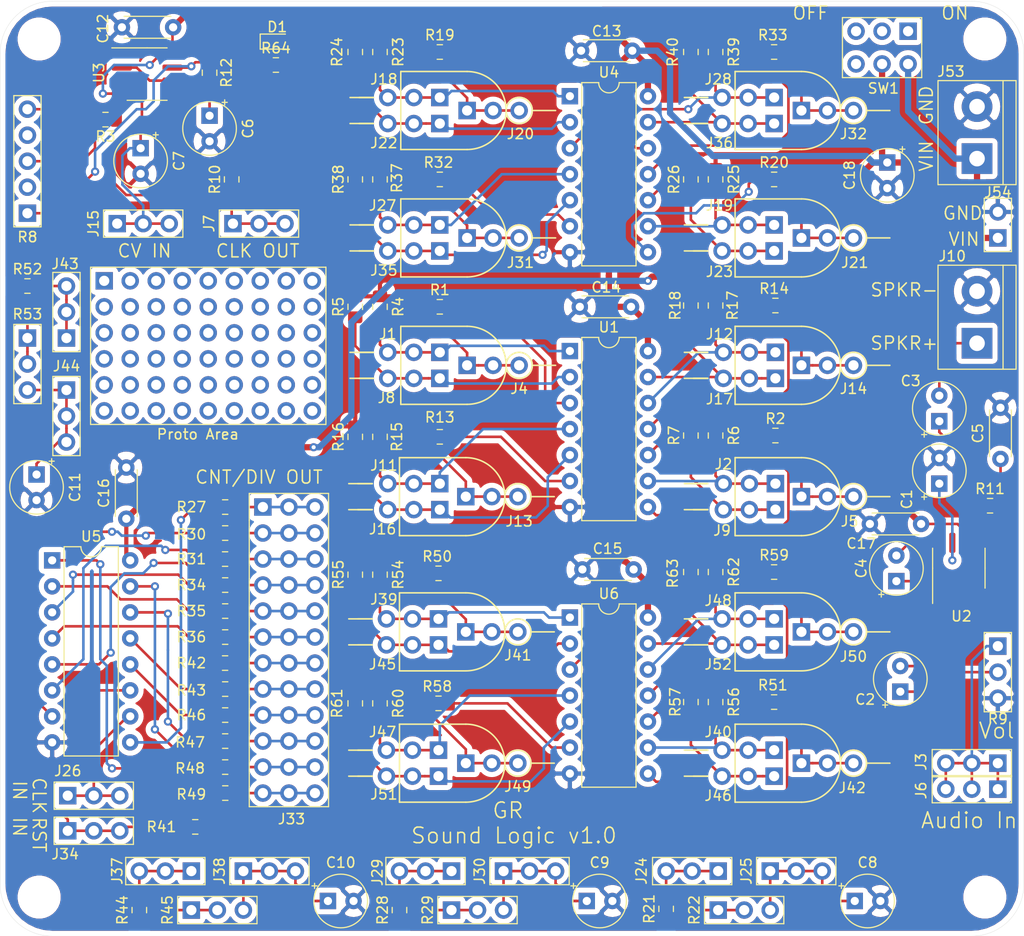
<source format=kicad_pcb>
(kicad_pcb (version 20171130) (host pcbnew "(5.1.2-1)-1")
  (layers (0 F.Cu signal) (31 B.Cu signal) (34 B.Paste user hide) (35 F.Paste user hide) (36 B.SilkS user hide) (37 F.SilkS user) (38 B.Mask user hide) (39 F.Mask user) (44 Edge.Cuts user))
  (net 0 "")
  (net 1 VCC)
  (net 2 "Net-(C9-Pad1)")
  (net 3 "Net-(C10-Pad1)")
  (net 4 "Net-(C11-Pad1)")
  (net 5 "Net-(J5-Pad1)")
  (net 6 "Net-(R21-Pad1)")
  (net 7 "Net-(C1-Pad1)")
  (net 8 GND)
  (net 9 "Net-(C2-Pad1)")
  (net 10 "Net-(C2-Pad2)")
  (net 11 "Net-(C3-Pad1)")
  (net 12 "Net-(C3-Pad2)")
  (net 13 "Net-(C4-Pad2)")
  (net 14 "Net-(C4-Pad1)")
  (net 15 "Net-(C5-Pad1)")
  (net 16 "Net-(C6-Pad1)")
  (net 17 "Net-(C7-Pad1)")
  (net 18 "Net-(C8-Pad1)")
  (net 19 "Net-(D1-Pad2)")
  (net 20 "Net-(J1-Pad1)")
  (net 21 "Net-(J2-Pad1)")
  (net 22 "Net-(J3-Pad1)")
  (net 23 "Net-(J4-Pad1)")
  (net 24 "Net-(J7-Pad1)")
  (net 25 "Net-(J8-Pad1)")
  (net 26 "Net-(J9-Pad1)")
  (net 27 "Net-(J11-Pad1)")
  (net 28 "Net-(J12-Pad1)")
  (net 29 "Net-(J13-Pad1)")
  (net 30 "Net-(J14-Pad1)")
  (net 31 "Net-(J16-Pad1)")
  (net 32 "Net-(J17-Pad1)")
  (net 33 "Net-(J18-Pad1)")
  (net 34 "Net-(J19-Pad1)")
  (net 35 "Net-(J20-Pad1)")
  (net 36 "Net-(J21-Pad1)")
  (net 37 "Net-(J22-Pad1)")
  (net 38 "Net-(J23-Pad1)")
  (net 39 "Net-(J24-Pad1)")
  (net 40 "Net-(J26-Pad1)")
  (net 41 "Net-(J27-Pad1)")
  (net 42 "Net-(J28-Pad1)")
  (net 43 "Net-(J29-Pad1)")
  (net 44 "Net-(J31-Pad1)")
  (net 45 "Net-(J32-Pad1)")
  (net 46 "Net-(J33-Pad1)")
  (net 47 "Net-(J33-Pad2)")
  (net 48 "Net-(J33-Pad3)")
  (net 49 "Net-(J33-Pad4)")
  (net 50 "Net-(J33-Pad5)")
  (net 51 "Net-(J33-Pad6)")
  (net 52 "Net-(J33-Pad7)")
  (net 53 "Net-(J33-Pad8)")
  (net 54 "Net-(J33-Pad9)")
  (net 55 "Net-(J33-Pad10)")
  (net 56 "Net-(J33-Pad11)")
  (net 57 "Net-(J33-Pad12)")
  (net 58 "Net-(J34-Pad1)")
  (net 59 "Net-(J35-Pad1)")
  (net 60 "Net-(J36-Pad1)")
  (net 61 "Net-(J37-Pad1)")
  (net 62 "Net-(J39-Pad1)")
  (net 63 "Net-(J40-Pad1)")
  (net 64 "Net-(J41-Pad1)")
  (net 65 "Net-(J42-Pad1)")
  (net 66 "Net-(J43-Pad1)")
  (net 67 "Net-(J45-Pad1)")
  (net 68 "Net-(J46-Pad1)")
  (net 69 "Net-(J47-Pad1)")
  (net 70 "Net-(J48-Pad1)")
  (net 71 "Net-(J49-Pad1)")
  (net 72 "Net-(J50-Pad1)")
  (net 73 "Net-(J51-Pad1)")
  (net 74 "Net-(J52-Pad1)")
  (net 75 "Net-(J53-Pad1)")
  (net 76 "Net-(R1-Pad2)")
  (net 77 "Net-(R2-Pad2)")
  (net 78 "Net-(R3-Pad2)")
  (net 79 "Net-(R12-Pad1)")
  (net 80 "Net-(R10-Pad2)")
  (net 81 "Net-(R13-Pad2)")
  (net 82 "Net-(R14-Pad2)")
  (net 83 "Net-(R19-Pad2)")
  (net 84 "Net-(R20-Pad2)")
  (net 85 "Net-(R27-Pad2)")
  (net 86 "Net-(R28-Pad1)")
  (net 87 "Net-(R30-Pad2)")
  (net 88 "Net-(R31-Pad2)")
  (net 89 "Net-(R32-Pad2)")
  (net 90 "Net-(R33-Pad2)")
  (net 91 "Net-(R34-Pad2)")
  (net 92 "Net-(R35-Pad2)")
  (net 93 "Net-(R36-Pad2)")
  (net 94 "Net-(R42-Pad2)")
  (net 95 "Net-(R43-Pad2)")
  (net 96 "Net-(R44-Pad1)")
  (net 97 "Net-(R46-Pad2)")
  (net 98 "Net-(R47-Pad2)")
  (net 99 "Net-(R48-Pad2)")
  (net 100 "Net-(R49-Pad2)")
  (net 101 "Net-(R50-Pad2)")
  (net 102 "Net-(R51-Pad2)")
  (net 103 "Net-(R52-Pad1)")
  (net 104 "Net-(R58-Pad2)")
  (net 105 "Net-(R59-Pad2)")
  (net 106 "Net-(SW1-Pad6)")
  (module footprints:Pot_1x05_P2.54mm_H1.0mm (layer F.Cu) (at 90.678 65.659 180)
    (fp_text reference R8 (at 0 -2.33) (layer F.SilkS))
    (fp_text value 100K)
    (pad 3 thru_hole oval (at 0 10.16 180) (size 1.7 1.7) (drill 1) (layers *.Cu *.Mask) (net 78 "Net-(R3-Pad2)"))
    (pad 5 thru_hole oval (at 0 7.62 180) (size 1.7 1.7) (drill 1) (layers *.Cu *.Mask))
    (pad 2 thru_hole oval (at 0 5.08 180) (size 1.7 1.7) (drill 1) (layers *.Cu *.Mask) (net 78 "Net-(R3-Pad2)"))
    (pad 4 thru_hole oval (at 0 2.54 180) (size 1.7 1.7) (drill 1) (layers *.Cu *.Mask))
    (pad 1 thru_hole rect (at 0 0 180) (size 1.7 1.7) (drill 1) (layers *.Cu *.Mask) (net 79 "Net-(R12-Pad1)"))
  )
  (module footprints:PinHeader_6x9_P2.54mm (layer F.Cu) (at 98.171 72.263)
    (fp_text reference "Proto Area" (at 9.144 14.986) (layer F.SilkS))
    (fp_text value PinHeader_6x9_P2.54mm)
    (pad 54 thru_hole oval (at 20.32 12.7) (size 1.7 1.7) (drill 1) (layers *.Cu *.Mask))
    (pad 53 thru_hole oval (at 20.32 10.16) (size 1.7 1.7) (drill 1) (layers *.Cu *.Mask))
    (pad 52 thru_hole oval (at 20.32 7.62) (size 1.7 1.7) (drill 1) (layers *.Cu *.Mask))
    (pad 51 thru_hole oval (at 20.32 5.08) (size 1.7 1.7) (drill 1) (layers *.Cu *.Mask))
    (pad 50 thru_hole oval (at 20.32 2.54) (size 1.7 1.7) (drill 1) (layers *.Cu *.Mask))
    (pad 49 thru_hole oval (at 20.32 0) (size 1.7 1.7) (drill 1) (layers *.Cu *.Mask))
    (pad 48 thru_hole oval (at 17.78 12.7) (size 1.7 1.7) (drill 1) (layers *.Cu *.Mask))
    (pad 47 thru_hole oval (at 17.78 10.16) (size 1.7 1.7) (drill 1) (layers *.Cu *.Mask))
    (pad 46 thru_hole oval (at 17.78 7.62) (size 1.7 1.7) (drill 1) (layers *.Cu *.Mask))
    (pad 45 thru_hole oval (at 17.78 5.08) (size 1.7 1.7) (drill 1) (layers *.Cu *.Mask))
    (pad 44 thru_hole oval (at 17.78 2.54) (size 1.7 1.7) (drill 1) (layers *.Cu *.Mask))
    (pad 43 thru_hole oval (at 17.78 0) (size 1.7 1.7) (drill 1) (layers *.Cu *.Mask))
    (pad 42 thru_hole oval (at 15.24 12.7) (size 1.7 1.7) (drill 1) (layers *.Cu *.Mask))
    (pad 41 thru_hole oval (at 15.24 10.16) (size 1.7 1.7) (drill 1) (layers *.Cu *.Mask))
    (pad 40 thru_hole oval (at 15.24 7.62) (size 1.7 1.7) (drill 1) (layers *.Cu *.Mask))
    (pad 39 thru_hole oval (at 15.24 5.08) (size 1.7 1.7) (drill 1) (layers *.Cu *.Mask))
    (pad 38 thru_hole oval (at 15.24 2.54) (size 1.7 1.7) (drill 1) (layers *.Cu *.Mask))
    (pad 37 thru_hole oval (at 15.24 0) (size 1.7 1.7) (drill 1) (layers *.Cu *.Mask))
    (pad 36 thru_hole oval (at 12.7 12.7) (size 1.7 1.7) (drill 1) (layers *.Cu *.Mask))
    (pad 35 thru_hole oval (at 12.7 10.16) (size 1.7 1.7) (drill 1) (layers *.Cu *.Mask))
    (pad 34 thru_hole oval (at 12.7 7.62) (size 1.7 1.7) (drill 1) (layers *.Cu *.Mask))
    (pad 33 thru_hole oval (at 12.7 5.08) (size 1.7 1.7) (drill 1) (layers *.Cu *.Mask))
    (pad 32 thru_hole oval (at 12.7 2.54) (size 1.7 1.7) (drill 1) (layers *.Cu *.Mask))
    (pad 31 thru_hole oval (at 12.7 0) (size 1.7 1.7) (drill 1) (layers *.Cu *.Mask))
    (pad 30 thru_hole oval (at 10.16 12.7) (size 1.7 1.7) (drill 1) (layers *.Cu *.Mask))
    (pad 29 thru_hole oval (at 10.16 10.16) (size 1.7 1.7) (drill 1) (layers *.Cu *.Mask))
    (pad 28 thru_hole oval (at 10.16 7.62) (size 1.7 1.7) (drill 1) (layers *.Cu *.Mask))
    (pad 27 thru_hole oval (at 10.16 5.08) (size 1.7 1.7) (drill 1) (layers *.Cu *.Mask))
    (pad 26 thru_hole oval (at 10.16 2.54) (size 1.7 1.7) (drill 1) (layers *.Cu *.Mask))
    (pad 25 thru_hole oval (at 10.16 0) (size 1.7 1.7) (drill 1) (layers *.Cu *.Mask))
    (pad 24 thru_hole oval (at 7.62 12.7) (size 1.7 1.7) (drill 1) (layers *.Cu *.Mask))
    (pad 23 thru_hole oval (at 7.62 10.16) (size 1.7 1.7) (drill 1) (layers *.Cu *.Mask))
    (pad 22 thru_hole oval (at 7.62 7.62) (size 1.7 1.7) (drill 1) (layers *.Cu *.Mask))
    (pad 21 thru_hole oval (at 7.62 5.08) (size 1.7 1.7) (drill 1) (layers *.Cu *.Mask))
    (pad 20 thru_hole oval (at 7.62 2.54) (size 1.7 1.7) (drill 1) (layers *.Cu *.Mask))
    (pad 19 thru_hole oval (at 7.62 0) (size 1.7 1.7) (drill 1) (layers *.Cu *.Mask))
    (pad 18 thru_hole oval (at 5.08 12.7) (size 1.7 1.7) (drill 1) (layers *.Cu *.Mask))
    (pad 17 thru_hole oval (at 5.08 10.16) (size 1.7 1.7) (drill 1) (layers *.Cu *.Mask))
    (pad 16 thru_hole oval (at 5.08 7.62) (size 1.7 1.7) (drill 1) (layers *.Cu *.Mask))
    (pad 15 thru_hole oval (at 5.08 5.08) (size 1.7 1.7) (drill 1) (layers *.Cu *.Mask))
    (pad 14 thru_hole oval (at 5.08 2.54) (size 1.7 1.7) (drill 1) (layers *.Cu *.Mask))
    (pad 13 thru_hole oval (at 5.08 0) (size 1.7 1.7) (drill 1) (layers *.Cu *.Mask))
    (pad 12 thru_hole oval (at 2.54 12.7) (size 1.7 1.7) (drill 1) (layers *.Cu *.Mask))
    (pad 11 thru_hole oval (at 2.54 10.16) (size 1.7 1.7) (drill 1) (layers *.Cu *.Mask))
    (pad 10 thru_hole oval (at 2.54 7.62) (size 1.7 1.7) (drill 1) (layers *.Cu *.Mask))
    (pad 9 thru_hole oval (at 2.54 5.08) (size 1.7 1.7) (drill 1) (layers *.Cu *.Mask))
    (pad 8 thru_hole oval (at 2.54 2.54) (size 1.7 1.7) (drill 1) (layers *.Cu *.Mask))
    (pad 7 thru_hole oval (at 2.54 0) (size 1.7 1.7) (drill 1) (layers *.Cu *.Mask))
    (pad 6 thru_hole oval (at 0 12.7) (size 1.7 1.7) (drill 1) (layers *.Cu *.Mask))
    (pad 5 thru_hole oval (at 0 10.16) (size 1.7 1.7) (drill 1) (layers *.Cu *.Mask))
    (pad 4 thru_hole oval (at 0 7.62) (size 1.7 1.7) (drill 1) (layers *.Cu *.Mask))
    (pad 3 thru_hole oval (at 0 5.08) (size 1.7 1.7) (drill 1) (layers *.Cu *.Mask))
    (pad 2 thru_hole oval (at 0 2.54) (size 1.7 1.7) (drill 1) (layers *.Cu *.Mask))
    (pad 1 thru_hole rect (at 0 0) (size 1.7 1.7) (drill 1) (layers *.Cu *.Mask))
  )
  (module MountingHole:MountingHole_3.2mm_M3_ISO14580 (layer F.Cu) (at 92.456 49.276)
    (fp_text reference REF** hide)
    (fp_text value MountingHole_3.2mm_M3_ISO14580)
    (pad "" np_thru_hole circle (at -0.635 -0.635) (size 3.200001 3.200001) (drill 3.200001) (layers *.Cu *.Mask))
  )
  (module MountingHole:MountingHole_3.2mm_M3_ISO14580 (layer F.Cu) (at 184.785 49.276)
    (fp_text reference REF** hide)
    (fp_text value MountingHole_3.2mm_M3_ISO14580)
    (pad "" np_thru_hole circle (at -0.635 -0.635) (size 3.200001 3.200001) (drill 3.200001) (layers *.Cu *.Mask))
  )
  (module MountingHole:MountingHole_3.2mm_M3_ISO14580 (layer F.Cu) (at 184.785 133.096)
    (fp_text reference REF** hide)
    (fp_text value MountingHole_3.2mm_M3_ISO14580)
    (pad "" np_thru_hole circle (at -0.635 -0.635) (size 3.200001 3.200001) (drill 3.200001) (layers *.Cu *.Mask))
  )
  (module MountingHole:MountingHole_3.2mm_M3_ISO14580 (layer F.Cu) (at 92.329 133.096)
    (fp_text reference REF** hide)
    (fp_text value MountingHole_3.2mm_M3_ISO14580)
    (pad "" np_thru_hole circle (at -0.508 -0.635) (size 3.200001 3.200001) (drill 3.200001) (layers *.Cu *.Mask))
  )
  (module Capacitor_THT:CP_Radial_Tantal_D5.0mm_P2.50mm (layer F.Cu) (at 179.705 92.075 90)
    (fp_text reference C1 (at -1.524 -3.175 90) (layer F.SilkS))
    (fp_text value 10uF)
    (pad 1 thru_hole rect (at 0 0 90) (size 1.6 1.6) (drill 0.8) (layers *.Cu *.Mask) (net 7 "Net-(C1-Pad1)"))
    (pad 2 thru_hole circle (at 2.5 0 90) (size 1.6 1.6) (drill 0.8) (layers *.Cu *.Mask) (net 8 GND))
  )
  (module Capacitor_THT:CP_Radial_Tantal_D5.0mm_P2.50mm (layer F.Cu) (at 175.895 112.395 90)
    (fp_text reference C2 (at -0.762 -3.429 180) (layer F.SilkS))
    (fp_text value 10uF)
    (pad 1 thru_hole rect (at 0 0 90) (size 1.6 1.6) (drill 0.8) (layers *.Cu *.Mask) (net 9 "Net-(C2-Pad1)"))
    (pad 2 thru_hole circle (at 2.5 0 90) (size 1.6 1.6) (drill 0.8) (layers *.Cu *.Mask) (net 10 "Net-(C2-Pad2)"))
  )
  (module Capacitor_THT:CP_Radial_Tantal_D5.0mm_P2.50mm (layer F.Cu) (at 179.705 85.979 90)
    (fp_text reference C3 (at 3.937 -2.794 180) (layer F.SilkS))
    (fp_text value 10uF)
    (pad 1 thru_hole rect (at 0 0 90) (size 1.6 1.6) (drill 0.8) (layers *.Cu *.Mask) (net 11 "Net-(C3-Pad1)"))
    (pad 2 thru_hole circle (at 2.5 0 90) (size 1.6 1.6) (drill 0.8) (layers *.Cu *.Mask) (net 12 "Net-(C3-Pad2)"))
  )
  (module Capacitor_THT:CP_Radial_Tantal_D5.0mm_P2.50mm (layer F.Cu) (at 175.514 101.6 90)
    (fp_text reference C4 (at 1.25 -3.429 270) (layer F.SilkS))
    (fp_text value 10uF)
    (pad 2 thru_hole circle (at 2.5 0 90) (size 1.6 1.6) (drill 0.8) (layers *.Cu *.Mask) (net 13 "Net-(C4-Pad2)"))
    (pad 1 thru_hole rect (at 0 0 90) (size 1.6 1.6) (drill 0.8) (layers *.Cu *.Mask) (net 14 "Net-(C4-Pad1)"))
  )
  (module Capacitor_THT:C_Disc_D4.3mm_W1.9mm_P5.00mm (layer F.Cu) (at 185.674 89.662 90)
    (fp_text reference C5 (at 2.5 -2.2 90) (layer F.SilkS))
    (fp_text value .05uF)
    (pad 1 thru_hole circle (at 0 0 90) (size 1.6 1.6) (drill 0.8) (layers *.Cu *.Mask) (net 15 "Net-(C5-Pad1)"))
    (pad 2 thru_hole circle (at 5 0 90) (size 1.6 1.6) (drill 0.8) (layers *.Cu *.Mask) (net 8 GND))
  )
  (module Capacitor_THT:CP_Radial_Tantal_D5.0mm_P2.50mm (layer F.Cu) (at 108.458 56.134 270)
    (fp_text reference C6 (at 1.25 -3.75 90) (layer F.SilkS))
    (fp_text value 10uF)
    (pad 2 thru_hole circle (at 2.5 0 270) (size 1.6 1.6) (drill 0.8) (layers *.Cu *.Mask) (net 8 GND))
    (pad 1 thru_hole rect (at 0 0 270) (size 1.6 1.6) (drill 0.8) (layers *.Cu *.Mask) (net 16 "Net-(C6-Pad1)"))
  )
  (module Capacitor_THT:CP_Radial_Tantal_D5.0mm_P2.50mm (layer F.Cu) (at 101.727 59.309 270)
    (fp_text reference C7 (at 1.25 -3.75 90) (layer F.SilkS))
    (fp_text value 10uF)
    (pad 1 thru_hole rect (at 0 0 270) (size 1.6 1.6) (drill 0.8) (layers *.Cu *.Mask) (net 17 "Net-(C7-Pad1)"))
    (pad 2 thru_hole circle (at 2.5 0 270) (size 1.6 1.6) (drill 0.8) (layers *.Cu *.Mask) (net 8 GND))
  )
  (module Capacitor_THT:CP_Radial_Tantal_D5.0mm_P2.50mm (layer F.Cu) (at 171.45 132.842)
    (fp_text reference C8 (at 1.25 -3.75) (layer F.SilkS))
    (fp_text value 10uF)
    (pad 2 thru_hole circle (at 2.5 0) (size 1.6 1.6) (drill 0.8) (layers *.Cu *.Mask) (net 8 GND))
    (pad 1 thru_hole rect (at 0 0) (size 1.6 1.6) (drill 0.8) (layers *.Cu *.Mask) (net 18 "Net-(C8-Pad1)"))
  )
  (module Capacitor_THT:CP_Radial_Tantal_D5.0mm_P2.50mm (layer F.Cu) (at 145.288 132.842)
    (fp_text reference C9 (at 1.25 -3.75) (layer F.SilkS))
    (fp_text value 10uF)
    (pad 1 thru_hole rect (at 0 0) (size 1.6 1.6) (drill 0.8) (layers *.Cu *.Mask) (net 2 "Net-(C9-Pad1)"))
    (pad 2 thru_hole circle (at 2.5 0) (size 1.6 1.6) (drill 0.8) (layers *.Cu *.Mask) (net 8 GND))
  )
  (module Capacitor_THT:CP_Radial_Tantal_D5.0mm_P2.50mm (layer F.Cu) (at 120.015 132.842)
    (fp_text reference C10 (at 1.25 -3.75) (layer F.SilkS))
    (fp_text value 10uF)
    (pad 1 thru_hole rect (at 0 0) (size 1.6 1.6) (drill 0.8) (layers *.Cu *.Mask) (net 3 "Net-(C10-Pad1)"))
    (pad 2 thru_hole circle (at 2.5 0) (size 1.6 1.6) (drill 0.8) (layers *.Cu *.Mask) (net 8 GND))
  )
  (module Capacitor_THT:CP_Radial_Tantal_D5.0mm_P2.50mm (layer F.Cu) (at 91.567 91.186 270)
    (fp_text reference C11 (at 1.25 -3.75 90) (layer F.SilkS))
    (fp_text value 10uF)
    (pad 2 thru_hole circle (at 2.5 0 270) (size 1.6 1.6) (drill 0.8) (layers *.Cu *.Mask) (net 8 GND))
    (pad 1 thru_hole rect (at 0 0 270) (size 1.6 1.6) (drill 0.8) (layers *.Cu *.Mask) (net 4 "Net-(C11-Pad1)"))
  )
  (module Capacitor_THT:C_Disc_D4.3mm_W1.9mm_P5.00mm (layer F.Cu) (at 104.902 47.498 180)
    (fp_text reference C12 (at 6.858 -0.127 90) (layer F.SilkS))
    (fp_text value 100nF)
    (pad 1 thru_hole circle (at 0 0 180) (size 1.6 1.6) (drill 0.8) (layers *.Cu *.Mask) (net 1 VCC))
    (pad 2 thru_hole circle (at 5 0 180) (size 1.6 1.6) (drill 0.8) (layers *.Cu *.Mask) (net 8 GND))
  )
  (module Capacitor_THT:C_Disc_D4.3mm_W1.9mm_P5.00mm (layer F.Cu) (at 149.733 49.784 180)
    (fp_text reference C13 (at 2.5 1.905) (layer F.SilkS))
    (fp_text value 100nF)
    (pad 2 thru_hole circle (at 5 0 180) (size 1.6 1.6) (drill 0.8) (layers *.Cu *.Mask) (net 8 GND))
    (pad 1 thru_hole circle (at 0 0 180) (size 1.6 1.6) (drill 0.8) (layers *.Cu *.Mask) (net 1 VCC))
  )
  (module Capacitor_THT:C_Disc_D4.3mm_W1.9mm_P5.00mm (layer F.Cu) (at 149.606 74.803 180)
    (fp_text reference C14 (at 2.413 1.905) (layer F.SilkS))
    (fp_text value 100nF)
    (pad 1 thru_hole circle (at 0 0 180) (size 1.6 1.6) (drill 0.8) (layers *.Cu *.Mask) (net 1 VCC))
    (pad 2 thru_hole circle (at 5 0 180) (size 1.6 1.6) (drill 0.8) (layers *.Cu *.Mask) (net 8 GND))
  )
  (module Capacitor_THT:C_Disc_D4.3mm_W1.9mm_P5.00mm (layer F.Cu) (at 149.86 100.457 180)
    (fp_text reference C15 (at 2.54 2.032) (layer F.SilkS))
    (fp_text value 100nF)
    (pad 2 thru_hole circle (at 5 0 180) (size 1.6 1.6) (drill 0.8) (layers *.Cu *.Mask) (net 8 GND))
    (pad 1 thru_hole circle (at 0 0 180) (size 1.6 1.6) (drill 0.8) (layers *.Cu *.Mask) (net 1 VCC))
  )
  (module Capacitor_THT:C_Disc_D4.3mm_W1.9mm_P5.00mm (layer F.Cu) (at 100.33 95.504 90)
    (fp_text reference C16 (at 2.5 -2.2 90) (layer F.SilkS))
    (fp_text value 100nF)
    (pad 1 thru_hole circle (at 0 0 90) (size 1.6 1.6) (drill 0.8) (layers *.Cu *.Mask) (net 1 VCC))
    (pad 2 thru_hole circle (at 5 0 90) (size 1.6 1.6) (drill 0.8) (layers *.Cu *.Mask) (net 8 GND))
  )
  (module Capacitor_THT:C_Disc_D4.3mm_W1.9mm_P5.00mm (layer F.Cu) (at 177.927 96.012 180)
    (fp_text reference C17 (at 5.842 -1.905) (layer F.SilkS))
    (fp_text value 100nF)
    (pad 2 thru_hole circle (at 5 0 180) (size 1.6 1.6) (drill 0.8) (layers *.Cu *.Mask) (net 8 GND))
    (pad 1 thru_hole circle (at 0 0 180) (size 1.6 1.6) (drill 0.8) (layers *.Cu *.Mask) (net 1 VCC))
  )
  (module Capacitor_THT:CP_Radial_Tantal_D5.0mm_P2.50mm (layer F.Cu) (at 174.625 60.706 270)
    (fp_text reference C18 (at 1.25 3.683 270) (layer F.SilkS))
    (fp_text value 10uF)
    (pad 2 thru_hole circle (at 2.5 0 270) (size 1.6 1.6) (drill 0.8) (layers *.Cu *.Mask) (net 8 GND))
    (pad 1 thru_hole rect (at 0 0 270) (size 1.6 1.6) (drill 0.8) (layers *.Cu *.Mask) (net 1 VCC))
  )
  (module LED_SMD:LED_0603_1608Metric_Pad1.05x0.95mm_HandSolder (layer F.Cu) (at 115.062 48.895)
    (fp_text reference D1 (at 0 -1.43) (layer F.SilkS))
    (fp_text value Power)
    (pad 1 smd roundrect (at -0.875 0) (size 1.05 0.95) (layers F.Cu F.Paste F.Mask) (net 8 GND))
    (pad 2 smd roundrect (at 0.875 0) (size 1.05 0.95) (layers F.Cu F.Paste F.Mask) (net 19 "Net-(D1-Pad2)"))
  )
  (module footprints:PinHeader_1x03_P2.54mm_Vertical_H1.0mm (layer F.Cu) (at 185.42 119.38 270)
    (fp_text reference J3 (at -0.127 7.493 90) (layer F.SilkS))
    (fp_text value 1x3)
    (pad 1 thru_hole rect (at 0 0 270) (size 1.7 1.7) (drill 1) (layers *.Cu *.Mask) (net 22 "Net-(J3-Pad1)"))
    (pad 2 thru_hole oval (at 0 2.54 270) (size 1.7 1.7) (drill 1) (layers *.Cu *.Mask) (net 22 "Net-(J3-Pad1)"))
    (pad 3 thru_hole oval (at 0 5.08 270) (size 1.7 1.7) (drill 1) (layers *.Cu *.Mask) (net 22 "Net-(J3-Pad1)"))
  )
  (module footprints:PinHeader_1x03_P2.54mm_Vertical_H1.0mm (layer F.Cu) (at 185.42 121.92 270)
    (fp_text reference J6 (at 0.127 7.493 90) (layer F.SilkS))
    (fp_text value 1x3)
    (pad 1 thru_hole rect (at 0 0 270) (size 1.7 1.7) (drill 1) (layers *.Cu *.Mask) (net 22 "Net-(J3-Pad1)"))
    (pad 2 thru_hole oval (at 0 2.54 270) (size 1.7 1.7) (drill 1) (layers *.Cu *.Mask) (net 22 "Net-(J3-Pad1)"))
    (pad 3 thru_hole oval (at 0 5.08 270) (size 1.7 1.7) (drill 1) (layers *.Cu *.Mask) (net 22 "Net-(J3-Pad1)"))
  )
  (module footprints:PinHeader_1x03_P2.54mm_Vertical_H1.0mm (layer F.Cu) (at 110.744 66.675 90)
    (fp_text reference J7 (at 0 -2.33 90) (layer F.SilkS))
    (fp_text value 1x3)
    (pad 3 thru_hole oval (at 0 5.08 90) (size 1.7 1.7) (drill 1) (layers *.Cu *.Mask) (net 24 "Net-(J7-Pad1)"))
    (pad 2 thru_hole oval (at 0 2.54 90) (size 1.7 1.7) (drill 1) (layers *.Cu *.Mask) (net 24 "Net-(J7-Pad1)"))
    (pad 1 thru_hole rect (at 0 0 90) (size 1.7 1.7) (drill 1) (layers *.Cu *.Mask) (net 24 "Net-(J7-Pad1)"))
  )
  (module TerminalBlock:TerminalBlock_bornier-2_P5.08mm (layer F.Cu) (at 183.388 78.359 90)
    (fp_text reference J10 (at 8.509 -2.413 180) (layer F.SilkS))
    (fp_text value Screw_Terminal_01x02)
    (pad 1 thru_hole rect (at 0 0 90) (size 3 3) (drill 1.52) (layers *.Cu *.Mask) (net 12 "Net-(C3-Pad2)"))
    (pad 2 thru_hole circle (at 5.08 0 90) (size 3 3) (drill 1.52) (layers *.Cu *.Mask) (net 8 GND))
  )
  (module footprints:PinHeader_1x03_P2.54mm_Vertical_H1.0mm (layer F.Cu) (at 99.441 66.675 90)
    (fp_text reference J15 (at 0 -2.33 90) (layer F.SilkS))
    (fp_text value 1x3)
    (pad 3 thru_hole oval (at 0 5.08 90) (size 1.7 1.7) (drill 1) (layers *.Cu *.Mask) (net 17 "Net-(C7-Pad1)"))
    (pad 2 thru_hole oval (at 0 2.54 90) (size 1.7 1.7) (drill 1) (layers *.Cu *.Mask) (net 17 "Net-(C7-Pad1)"))
    (pad 1 thru_hole rect (at 0 0 90) (size 1.7 1.7) (drill 1) (layers *.Cu *.Mask) (net 17 "Net-(C7-Pad1)"))
  )
  (module footprints:PinHeader_1x03_P2.54mm_Vertical_H1.0mm (layer F.Cu) (at 158.115 129.921 270)
    (fp_text reference J24 (at 0 7.493 90) (layer F.SilkS))
    (fp_text value 1x3)
    (pad 1 thru_hole rect (at 0 0 270) (size 1.7 1.7) (drill 1) (layers *.Cu *.Mask) (net 39 "Net-(J24-Pad1)"))
    (pad 2 thru_hole oval (at 0 2.54 270) (size 1.7 1.7) (drill 1) (layers *.Cu *.Mask) (net 39 "Net-(J24-Pad1)"))
    (pad 3 thru_hole oval (at 0 5.08 270) (size 1.7 1.7) (drill 1) (layers *.Cu *.Mask) (net 39 "Net-(J24-Pad1)"))
  )
  (module footprints:PinHeader_1x03_P2.54mm_Vertical_H1.0mm (layer F.Cu) (at 163.195 129.921 90)
    (fp_text reference J25 (at 0 -2.33 90) (layer F.SilkS))
    (fp_text value 1x3)
    (pad 3 thru_hole oval (at 0 5.08 90) (size 1.7 1.7) (drill 1) (layers *.Cu *.Mask) (net 18 "Net-(C8-Pad1)"))
    (pad 2 thru_hole oval (at 0 2.54 90) (size 1.7 1.7) (drill 1) (layers *.Cu *.Mask) (net 18 "Net-(C8-Pad1)"))
    (pad 1 thru_hole rect (at 0 0 90) (size 1.7 1.7) (drill 1) (layers *.Cu *.Mask) (net 18 "Net-(C8-Pad1)"))
  )
  (module footprints:PinHeader_1x03_P2.54mm_Vertical_H1.0mm (layer F.Cu) (at 94.615 122.555 90)
    (fp_text reference J26 (at 2.413 0 180) (layer F.SilkS))
    (fp_text value 1x3)
    (pad 1 thru_hole rect (at 0 0 90) (size 1.7 1.7) (drill 1) (layers *.Cu *.Mask) (net 40 "Net-(J26-Pad1)"))
    (pad 2 thru_hole oval (at 0 2.54 90) (size 1.7 1.7) (drill 1) (layers *.Cu *.Mask) (net 40 "Net-(J26-Pad1)"))
    (pad 3 thru_hole oval (at 0 5.08 90) (size 1.7 1.7) (drill 1) (layers *.Cu *.Mask) (net 40 "Net-(J26-Pad1)"))
  )
  (module footprints:PinHeader_1x03_P2.54mm_Vertical_H1.0mm (layer F.Cu) (at 132.08 129.921 270)
    (fp_text reference J29 (at 0.127 7.239 90) (layer F.SilkS))
    (fp_text value 1x3)
    (pad 1 thru_hole rect (at 0 0 270) (size 1.7 1.7) (drill 1) (layers *.Cu *.Mask) (net 43 "Net-(J29-Pad1)"))
    (pad 2 thru_hole oval (at 0 2.54 270) (size 1.7 1.7) (drill 1) (layers *.Cu *.Mask) (net 43 "Net-(J29-Pad1)"))
    (pad 3 thru_hole oval (at 0 5.08 270) (size 1.7 1.7) (drill 1) (layers *.Cu *.Mask) (net 43 "Net-(J29-Pad1)"))
  )
  (module footprints:PinHeader_1x03_P2.54mm_Vertical_H1.0mm (layer F.Cu) (at 137.16 129.921 90)
    (fp_text reference J30 (at 0 -2.33 90) (layer F.SilkS))
    (fp_text value 1x3)
    (pad 3 thru_hole oval (at 0 5.08 90) (size 1.7 1.7) (drill 1) (layers *.Cu *.Mask) (net 2 "Net-(C9-Pad1)"))
    (pad 2 thru_hole oval (at 0 2.54 90) (size 1.7 1.7) (drill 1) (layers *.Cu *.Mask) (net 2 "Net-(C9-Pad1)"))
    (pad 1 thru_hole rect (at 0 0 90) (size 1.7 1.7) (drill 1) (layers *.Cu *.Mask) (net 2 "Net-(C9-Pad1)"))
  )
  (module footprints:PinHeader_3x12_P2.54mm_Vertical (layer F.Cu) (at 113.665 94.361)
    (fp_text reference J33 (at 2.794 30.48) (layer F.SilkS))
    (fp_text value Conn_01x12)
    (fp_line (start 0 0) (end 5.08 0) (layer B.Cu) (width 0.254))
    (fp_line (start 0 2.54) (end 5.08 2.54) (layer B.Cu) (width 0.254))
    (fp_line (start 0 5.08) (end 5.08 5.08) (layer B.Cu) (width 0.254))
    (fp_line (start 0 7.62) (end 5.08 7.62) (layer B.Cu) (width 0.254))
    (fp_line (start 0 10.16) (end 5.08 10.16) (layer B.Cu) (width 0.254))
    (fp_line (start 0 12.7) (end 5.08 12.7) (layer B.Cu) (width 0.254))
    (fp_line (start 0 15.24) (end 5.08 15.24) (layer B.Cu) (width 0.254))
    (fp_line (start 0 17.78) (end 5.08 17.78) (layer B.Cu) (width 0.254))
    (fp_line (start 0 20.32) (end 5.08 20.32) (layer B.Cu) (width 0.254))
    (fp_line (start 0 22.86) (end 5.08 22.86) (layer B.Cu) (width 0.254))
    (fp_line (start 0 25.4) (end 5.08 25.4) (layer B.Cu) (width 0.254))
    (fp_line (start 0 27.94) (end 5.08 27.94) (layer B.Cu) (width 0.254))
    (pad 1 thru_hole rect (at 0 0) (size 1.7 1.7) (drill 1) (layers *.Cu *.Mask) (net 46 "Net-(J33-Pad1)"))
    (pad 2 thru_hole oval (at 0 2.54) (size 1.7 1.7) (drill 1) (layers *.Cu *.Mask) (net 47 "Net-(J33-Pad2)"))
    (pad 3 thru_hole oval (at 0 5.08) (size 1.7 1.7) (drill 1) (layers *.Cu *.Mask) (net 48 "Net-(J33-Pad3)"))
    (pad 4 thru_hole oval (at 0 7.62) (size 1.7 1.7) (drill 1) (layers *.Cu *.Mask) (net 49 "Net-(J33-Pad4)"))
    (pad 5 thru_hole oval (at 0 10.16) (size 1.7 1.7) (drill 1) (layers *.Cu *.Mask) (net 50 "Net-(J33-Pad5)"))
    (pad 6 thru_hole oval (at 0 12.7) (size 1.7 1.7) (drill 1) (layers *.Cu *.Mask) (net 51 "Net-(J33-Pad6)"))
    (pad 7 thru_hole oval (at 0 15.24) (size 1.7 1.7) (drill 1) (layers *.Cu *.Mask) (net 52 "Net-(J33-Pad7)"))
    (pad 8 thru_hole oval (at 0 17.78) (size 1.7 1.7) (drill 1) (layers *.Cu *.Mask) (net 53 "Net-(J33-Pad8)"))
    (pad 9 thru_hole oval (at 0 20.32) (size 1.7 1.7) (drill 1) (layers *.Cu *.Mask) (net 54 "Net-(J33-Pad9)"))
    (pad 10 thru_hole oval (at 0 22.86) (size 1.7 1.7) (drill 1) (layers *.Cu *.Mask) (net 55 "Net-(J33-Pad10)"))
    (pad 11 thru_hole oval (at 0 25.4) (size 1.7 1.7) (drill 1) (layers *.Cu *.Mask) (net 56 "Net-(J33-Pad11)"))
    (pad 12 thru_hole oval (at 0 27.94) (size 1.7 1.7) (drill 1) (layers *.Cu *.Mask) (net 57 "Net-(J33-Pad12)"))
    (pad 13 thru_hole oval (at 2.54 0) (size 1.7 1.7) (drill 1) (layers *.Cu *.Mask))
    (pad 14 thru_hole oval (at 2.54 2.54) (size 1.7 1.7) (drill 1) (layers *.Cu *.Mask))
    (pad 15 thru_hole oval (at 2.54 5.08) (size 1.7 1.7) (drill 1) (layers *.Cu *.Mask))
    (pad 16 thru_hole oval (at 2.54 7.62) (size 1.7 1.7) (drill 1) (layers *.Cu *.Mask))
    (pad 17 thru_hole oval (at 2.54 10.16) (size 1.7 1.7) (drill 1) (layers *.Cu *.Mask))
    (pad 18 thru_hole oval (at 2.54 12.7) (size 1.7 1.7) (drill 1) (layers *.Cu *.Mask))
    (pad 19 thru_hole oval (at 2.54 15.24) (size 1.7 1.7) (drill 1) (layers *.Cu *.Mask))
    (pad 20 thru_hole oval (at 2.54 17.78) (size 1.7 1.7) (drill 1) (layers *.Cu *.Mask))
    (pad 21 thru_hole oval (at 2.54 20.32) (size 1.7 1.7) (drill 1) (layers *.Cu *.Mask))
    (pad 22 thru_hole oval (at 2.54 22.86) (size 1.7 1.7) (drill 1) (layers *.Cu *.Mask))
    (pad 23 thru_hole oval (at 2.54 25.4) (size 1.7 1.7) (drill 1) (layers *.Cu *.Mask))
    (pad 24 thru_hole oval (at 2.54 27.94) (size 1.7 1.7) (drill 1) (layers *.Cu *.Mask))
    (pad 25 thru_hole oval (at 5.08 0) (size 1.7 1.7) (drill 1) (layers *.Cu *.Mask))
    (pad 26 thru_hole oval (at 5.08 2.54) (size 1.7 1.7) (drill 1) (layers *.Cu *.Mask))
    (pad 27 thru_hole oval (at 5.08 5.08) (size 1.7 1.7) (drill 1) (layers *.Cu *.Mask))
    (pad 28 thru_hole oval (at 5.08 7.62) (size 1.7 1.7) (drill 1) (layers *.Cu *.Mask))
    (pad 29 thru_hole oval (at 5.08 10.16) (size 1.7 1.7) (drill 1) (layers *.Cu *.Mask))
    (pad 30 thru_hole oval (at 5.08 12.7) (size 1.7 1.7) (drill 1) (layers *.Cu *.Mask))
    (pad 31 thru_hole oval (at 5.08 15.24) (size 1.7 1.7) (drill 1) (layers *.Cu *.Mask))
    (pad 32 thru_hole oval (at 5.08 17.78) (size 1.7 1.7) (drill 1) (layers *.Cu *.Mask))
    (pad 33 thru_hole oval (at 5.08 20.32) (size 1.7 1.7) (drill 1) (layers *.Cu *.Mask))
    (pad 34 thru_hole oval (at 5.08 22.86) (size 1.7 1.7) (drill 1) (layers *.Cu *.Mask))
    (pad 35 thru_hole oval (at 5.08 25.4) (size 1.7 1.7) (drill 1) (layers *.Cu *.Mask))
    (pad 36 thru_hole oval (at 5.08 27.94) (size 1.7 1.7) (drill 1) (layers *.Cu *.Mask))
  )
  (module footprints:PinHeader_1x03_P2.54mm_Vertical_H1.0mm (layer F.Cu) (at 94.615 125.984 90)
    (fp_text reference J34 (at -2.286 -0.254 180) (layer F.SilkS))
    (fp_text value 1x3)
    (pad 3 thru_hole oval (at 0 5.08 90) (size 1.7 1.7) (drill 1) (layers *.Cu *.Mask) (net 58 "Net-(J34-Pad1)"))
    (pad 2 thru_hole oval (at 0 2.54 90) (size 1.7 1.7) (drill 1) (layers *.Cu *.Mask) (net 58 "Net-(J34-Pad1)"))
    (pad 1 thru_hole rect (at 0 0 90) (size 1.7 1.7) (drill 1) (layers *.Cu *.Mask) (net 58 "Net-(J34-Pad1)"))
  )
  (module footprints:PinHeader_1x03_P2.54mm_Vertical_H1.0mm (layer F.Cu) (at 106.68 129.921 270)
    (fp_text reference J37 (at 0 7.239 90) (layer F.SilkS))
    (fp_text value 1x3)
    (pad 1 thru_hole rect (at 0 0 270) (size 1.7 1.7) (drill 1) (layers *.Cu *.Mask) (net 61 "Net-(J37-Pad1)"))
    (pad 2 thru_hole oval (at 0 2.54 270) (size 1.7 1.7) (drill 1) (layers *.Cu *.Mask) (net 61 "Net-(J37-Pad1)"))
    (pad 3 thru_hole oval (at 0 5.08 270) (size 1.7 1.7) (drill 1) (layers *.Cu *.Mask) (net 61 "Net-(J37-Pad1)"))
  )
  (module footprints:PinHeader_1x03_P2.54mm_Vertical_H1.0mm (layer F.Cu) (at 111.76 129.921 90)
    (fp_text reference J38 (at 0 -2.33 90) (layer F.SilkS))
    (fp_text value 1x3)
    (pad 3 thru_hole oval (at 0 5.08 90) (size 1.7 1.7) (drill 1) (layers *.Cu *.Mask) (net 3 "Net-(C10-Pad1)"))
    (pad 2 thru_hole oval (at 0 2.54 90) (size 1.7 1.7) (drill 1) (layers *.Cu *.Mask) (net 3 "Net-(C10-Pad1)"))
    (pad 1 thru_hole rect (at 0 0 90) (size 1.7 1.7) (drill 1) (layers *.Cu *.Mask) (net 3 "Net-(C10-Pad1)"))
  )
  (module footprints:PinHeader_1x03_P2.54mm_Vertical_H1.0mm (layer F.Cu) (at 94.488 77.851 180)
    (fp_text reference J43 (at 0.127 7.239) (layer F.SilkS))
    (fp_text value 1x3)
    (pad 3 thru_hole oval (at 0 5.08 180) (size 1.7 1.7) (drill 1) (layers *.Cu *.Mask) (net 66 "Net-(J43-Pad1)"))
    (pad 2 thru_hole oval (at 0 2.54 180) (size 1.7 1.7) (drill 1) (layers *.Cu *.Mask) (net 66 "Net-(J43-Pad1)"))
    (pad 1 thru_hole rect (at 0 0 180) (size 1.7 1.7) (drill 1) (layers *.Cu *.Mask) (net 66 "Net-(J43-Pad1)"))
  )
  (module footprints:PinHeader_1x03_P2.54mm_Vertical_H1.0mm (layer F.Cu) (at 94.488 82.931)
    (fp_text reference J44 (at 0 -2.33) (layer F.SilkS))
    (fp_text value 1x3)
    (pad 1 thru_hole rect (at 0 0) (size 1.7 1.7) (drill 1) (layers *.Cu *.Mask) (net 4 "Net-(C11-Pad1)"))
    (pad 2 thru_hole oval (at 0 2.54) (size 1.7 1.7) (drill 1) (layers *.Cu *.Mask) (net 4 "Net-(C11-Pad1)"))
    (pad 3 thru_hole oval (at 0 5.08) (size 1.7 1.7) (drill 1) (layers *.Cu *.Mask) (net 4 "Net-(C11-Pad1)"))
  )
  (module TerminalBlock:TerminalBlock_bornier-2_P5.08mm (layer F.Cu) (at 183.388 60.325 90)
    (fp_text reference J53 (at 8.509 -2.54 180) (layer F.SilkS))
    (fp_text value Screw_Terminal_01x02)
    (pad 2 thru_hole circle (at 5.08 0 90) (size 3 3) (drill 1.52) (layers *.Cu *.Mask) (net 8 GND))
    (pad 1 thru_hole rect (at 0 0 90) (size 3 3) (drill 1.52) (layers *.Cu *.Mask) (net 75 "Net-(J53-Pad1)"))
  )
  (module footprints:PinHeader_1x02_P2.54mm_Vertical_H1.0mm (layer F.Cu) (at 185.42 68.072 180)
    (fp_text reference J54 (at 0 4.445) (layer F.SilkS))
    (fp_text value 1x2)
    (pad 1 thru_hole rect (at 0 0 180) (size 1.7 1.7) (drill 1) (layers *.Cu *.Mask) (net 75 "Net-(J53-Pad1)"))
    (pad 2 thru_hole oval (at 0 2.54 180) (size 1.7 1.7) (drill 1) (layers *.Cu *.Mask) (net 8 GND))
  )
  (module Resistor_SMD:R_0805_2012Metric_Pad1.15x1.40mm_HandSolder (layer F.Cu) (at 130.937 74.803)
    (fp_text reference R1 (at 0 -1.651) (layer F.SilkS))
    (fp_text value 10K)
    (pad 2 smd roundrect (at 1.025 0) (size 1.15 1.4) (layers F.Cu F.Paste F.Mask) (roundrect_rratio 0.217391) (net 76 "Net-(R1-Pad2)"))
    (pad 1 smd roundrect (at -1.025 0) (size 1.15 1.4) (layers F.Cu F.Paste F.Mask) (roundrect_rratio 0.217391) (net 23 "Net-(J4-Pad1)"))
  )
  (module Resistor_SMD:R_0805_2012Metric_Pad1.15x1.40mm_HandSolder (layer F.Cu) (at 163.703 87.376 180)
    (fp_text reference R2 (at 0 1.651) (layer F.SilkS))
    (fp_text value 10K)
    (pad 2 smd roundrect (at 1.025 0 180) (size 1.15 1.4) (layers F.Cu F.Paste F.Mask) (roundrect_rratio 0.217391) (net 77 "Net-(R2-Pad2)"))
    (pad 1 smd roundrect (at -1.025 0 180) (size 1.15 1.4) (layers F.Cu F.Paste F.Mask) (roundrect_rratio 0.217391) (net 5 "Net-(J5-Pad1)"))
  )
  (module Resistor_SMD:R_0805_2012Metric_Pad1.15x1.40mm_HandSolder (layer F.Cu) (at 98.298 56.515 180)
    (fp_text reference R3 (at 0 -1.65) (layer F.SilkS))
    (fp_text value 4.7K)
    (pad 2 smd roundrect (at 1.025 0 180) (size 1.15 1.4) (layers F.Cu F.Paste F.Mask) (roundrect_rratio 0.217391) (net 78 "Net-(R3-Pad2)"))
    (pad 1 smd roundrect (at -1.025 0 180) (size 1.15 1.4) (layers F.Cu F.Paste F.Mask) (roundrect_rratio 0.217391) (net 1 VCC))
  )
  (module Resistor_SMD:R_0805_2012Metric_Pad1.15x1.40mm_HandSolder (layer F.Cu) (at 125.095 74.803 90)
    (fp_text reference R4 (at 0 1.778 270) (layer F.SilkS))
    (fp_text value 1Meg)
    (pad 2 smd roundrect (at 1.025 0 90) (size 1.15 1.4) (layers F.Cu F.Paste F.Mask) (roundrect_rratio 0.217391) (net 8 GND))
    (pad 1 smd roundrect (at -1.025 0 90) (size 1.15 1.4) (layers F.Cu F.Paste F.Mask) (roundrect_rratio 0.217391) (net 20 "Net-(J1-Pad1)"))
  )
  (module Resistor_SMD:R_0805_2012Metric_Pad1.15x1.40mm_HandSolder (layer F.Cu) (at 122.682 74.803 90)
    (fp_text reference R5 (at 0 -1.651 270) (layer F.SilkS))
    (fp_text value 1Meg)
    (pad 1 smd roundrect (at -1.025 0 90) (size 1.15 1.4) (layers F.Cu F.Paste F.Mask) (roundrect_rratio 0.217391) (net 25 "Net-(J8-Pad1)"))
    (pad 2 smd roundrect (at 1.025 0 90) (size 1.15 1.4) (layers F.Cu F.Paste F.Mask) (roundrect_rratio 0.217391) (net 8 GND))
  )
  (module Resistor_SMD:R_0805_2012Metric_Pad1.15x1.40mm_HandSolder (layer F.Cu) (at 157.861 87.376 90)
    (fp_text reference R6 (at 0 1.778 90) (layer F.SilkS))
    (fp_text value 1Meg)
    (pad 2 smd roundrect (at 1.025 0 90) (size 1.15 1.4) (layers F.Cu F.Paste F.Mask) (roundrect_rratio 0.217391) (net 8 GND))
    (pad 1 smd roundrect (at -1.025 0 90) (size 1.15 1.4) (layers F.Cu F.Paste F.Mask) (roundrect_rratio 0.217391) (net 21 "Net-(J2-Pad1)"))
  )
  (module Resistor_SMD:R_0805_2012Metric_Pad1.15x1.40mm_HandSolder (layer F.Cu) (at 155.448 87.376 90)
    (fp_text reference R7 (at 0 -1.651 90) (layer F.SilkS))
    (fp_text value 1Meg)
    (pad 1 smd roundrect (at -1.025 0 90) (size 1.15 1.4) (layers F.Cu F.Paste F.Mask) (roundrect_rratio 0.217391) (net 26 "Net-(J9-Pad1)"))
    (pad 2 smd roundrect (at 1.025 0 90) (size 1.15 1.4) (layers F.Cu F.Paste F.Mask) (roundrect_rratio 0.217391) (net 8 GND))
  )
  (module footprints:PinHeader_1x03_P2.54mm_Vertical_H1.0mm (layer F.Cu) (at 185.42 107.95)
    (fp_text reference R9 (at 0 7.112) (layer F.SilkS))
    (fp_text value 10K)
    (pad 1 thru_hole rect (at 0 0) (size 1.7 1.7) (drill 1) (layers *.Cu *.Mask) (net 22 "Net-(J3-Pad1)"))
    (pad 2 thru_hole oval (at 0 2.54) (size 1.7 1.7) (drill 1) (layers *.Cu *.Mask) (net 9 "Net-(C2-Pad1)"))
    (pad 3 thru_hole oval (at 0 5.08) (size 1.7 1.7) (drill 1) (layers *.Cu *.Mask) (net 8 GND))
  )
  (module Resistor_SMD:R_0805_2012Metric_Pad1.15x1.40mm_HandSolder (layer F.Cu) (at 110.617 62.357 90)
    (fp_text reference R10 (at 0 -1.65 90) (layer F.SilkS))
    (fp_text value 10K)
    (pad 2 smd roundrect (at 1.025 0 90) (size 1.15 1.4) (layers F.Cu F.Paste F.Mask) (roundrect_rratio 0.217391) (net 80 "Net-(R10-Pad2)"))
    (pad 1 smd roundrect (at -1.025 0 90) (size 1.15 1.4) (layers F.Cu F.Paste F.Mask) (roundrect_rratio 0.217391) (net 24 "Net-(J7-Pad1)"))
  )
  (module Resistor_SMD:R_0805_2012Metric_Pad1.15x1.40mm_HandSolder (layer F.Cu) (at 184.658 94.234)
    (fp_text reference R11 (at 0 -1.65) (layer F.SilkS))
    (fp_text value 10r)
    (pad 2 smd roundrect (at 1.025 0) (size 1.15 1.4) (layers F.Cu F.Paste F.Mask) (roundrect_rratio 0.217391) (net 15 "Net-(C5-Pad1)"))
    (pad 1 smd roundrect (at -1.025 0) (size 1.15 1.4) (layers F.Cu F.Paste F.Mask) (roundrect_rratio 0.217391) (net 11 "Net-(C3-Pad1)"))
  )
  (module Resistor_SMD:R_0805_2012Metric_Pad1.15x1.40mm_HandSolder (layer F.Cu) (at 108.458 51.934 270)
    (fp_text reference R12 (at 0 -1.65 90) (layer F.SilkS))
    (fp_text value 4.7K)
    (pad 2 smd roundrect (at 1.025 0 270) (size 1.15 1.4) (layers F.Cu F.Paste F.Mask) (roundrect_rratio 0.217391) (net 16 "Net-(C6-Pad1)"))
    (pad 1 smd roundrect (at -1.025 0 270) (size 1.15 1.4) (layers F.Cu F.Paste F.Mask) (roundrect_rratio 0.217391) (net 79 "Net-(R12-Pad1)"))
  )
  (module Resistor_SMD:R_0805_2012Metric_Pad1.15x1.40mm_HandSolder (layer F.Cu) (at 130.937 87.503)
    (fp_text reference R13 (at 0 -1.905) (layer F.SilkS))
    (fp_text value 10K)
    (pad 2 smd roundrect (at 1.025 0) (size 1.15 1.4) (layers F.Cu F.Paste F.Mask) (roundrect_rratio 0.217391) (net 81 "Net-(R13-Pad2)"))
    (pad 1 smd roundrect (at -1.025 0) (size 1.15 1.4) (layers F.Cu F.Paste F.Mask) (roundrect_rratio 0.217391) (net 29 "Net-(J13-Pad1)"))
  )
  (module Resistor_SMD:R_0805_2012Metric_Pad1.15x1.40mm_HandSolder (layer F.Cu) (at 163.703 74.676 180)
    (fp_text reference R14 (at 0.127 1.651) (layer F.SilkS))
    (fp_text value 10K)
    (pad 1 smd roundrect (at -1.025 0 180) (size 1.15 1.4) (layers F.Cu F.Paste F.Mask) (roundrect_rratio 0.217391) (net 30 "Net-(J14-Pad1)"))
    (pad 2 smd roundrect (at 1.025 0 180) (size 1.15 1.4) (layers F.Cu F.Paste F.Mask) (roundrect_rratio 0.217391) (net 82 "Net-(R14-Pad2)"))
  )
  (module Resistor_SMD:R_0805_2012Metric_Pad1.15x1.40mm_HandSolder (layer F.Cu) (at 125.095 87.503 90)
    (fp_text reference R15 (at 0 1.651 90) (layer F.SilkS))
    (fp_text value 1Meg)
    (pad 2 smd roundrect (at 1.025 0 90) (size 1.15 1.4) (layers F.Cu F.Paste F.Mask) (roundrect_rratio 0.217391) (net 8 GND))
    (pad 1 smd roundrect (at -1.025 0 90) (size 1.15 1.4) (layers F.Cu F.Paste F.Mask) (roundrect_rratio 0.217391) (net 27 "Net-(J11-Pad1)"))
  )
  (module Resistor_SMD:R_0805_2012Metric_Pad1.15x1.40mm_HandSolder (layer F.Cu) (at 122.682 87.503 90)
    (fp_text reference R16 (at 0 -1.651 90) (layer F.SilkS))
    (fp_text value 1Meg)
    (pad 1 smd roundrect (at -1.025 0 90) (size 1.15 1.4) (layers F.Cu F.Paste F.Mask) (roundrect_rratio 0.217391) (net 31 "Net-(J16-Pad1)"))
    (pad 2 smd roundrect (at 1.025 0 90) (size 1.15 1.4) (layers F.Cu F.Paste F.Mask) (roundrect_rratio 0.217391) (net 8 GND))
  )
  (module Resistor_SMD:R_0805_2012Metric_Pad1.15x1.40mm_HandSolder (layer F.Cu) (at 157.861 74.676 90)
    (fp_text reference R17 (at 0 1.651 90) (layer F.SilkS))
    (fp_text value 1Meg)
    (pad 2 smd roundrect (at 1.025 0 90) (size 1.15 1.4) (layers F.Cu F.Paste F.Mask) (roundrect_rratio 0.217391) (net 8 GND))
    (pad 1 smd roundrect (at -1.025 0 90) (size 1.15 1.4) (layers F.Cu F.Paste F.Mask) (roundrect_rratio 0.217391) (net 28 "Net-(J12-Pad1)"))
  )
  (module Resistor_SMD:R_0805_2012Metric_Pad1.15x1.40mm_HandSolder (layer F.Cu) (at 155.448 74.676 90)
    (fp_text reference R18 (at 0 -1.524 90) (layer F.SilkS))
    (fp_text value 1Meg)
    (pad 1 smd roundrect (at -1.025 0 90) (size 1.15 1.4) (layers F.Cu F.Paste F.Mask) (roundrect_rratio 0.217391) (net 32 "Net-(J17-Pad1)"))
    (pad 2 smd roundrect (at 1.025 0 90) (size 1.15 1.4) (layers F.Cu F.Paste F.Mask) (roundrect_rratio 0.217391) (net 8 GND))
  )
  (module Resistor_SMD:R_0805_2012Metric_Pad1.15x1.40mm_HandSolder (layer F.Cu) (at 130.937 49.911)
    (fp_text reference R19 (at 0 -1.651) (layer F.SilkS))
    (fp_text value 10K)
    (pad 2 smd roundrect (at 1.025 0) (size 1.15 1.4) (layers F.Cu F.Paste F.Mask) (roundrect_rratio 0.217391) (net 83 "Net-(R19-Pad2)"))
    (pad 1 smd roundrect (at -1.025 0) (size 1.15 1.4) (layers F.Cu F.Paste F.Mask) (roundrect_rratio 0.217391) (net 35 "Net-(J20-Pad1)"))
  )
  (module Resistor_SMD:R_0805_2012Metric_Pad1.15x1.40mm_HandSolder (layer F.Cu) (at 163.576 62.357 180)
    (fp_text reference R20 (at 0 1.651) (layer F.SilkS))
    (fp_text value 10K)
    (pad 2 smd roundrect (at 1.025 0 180) (size 1.15 1.4) (layers F.Cu F.Paste F.Mask) (roundrect_rratio 0.217391) (net 84 "Net-(R20-Pad2)"))
    (pad 1 smd roundrect (at -1.025 0 180) (size 1.15 1.4) (layers F.Cu F.Paste F.Mask) (roundrect_rratio 0.217391) (net 36 "Net-(J21-Pad1)"))
  )
  (module Resistor_SMD:R_0805_2012Metric_Pad1.15x1.40mm_HandSolder (layer F.Cu) (at 153.035 133.613 90)
    (fp_text reference R21 (at 0 -1.65 90) (layer F.SilkS))
    (fp_text value 1K)
    (pad 1 smd roundrect (at -1.025 0 90) (size 1.15 1.4) (layers F.Cu F.Paste F.Mask) (roundrect_rratio 0.217391) (net 6 "Net-(R21-Pad1)"))
    (pad 2 smd roundrect (at 1.025 0 90) (size 1.15 1.4) (layers F.Cu F.Paste F.Mask) (roundrect_rratio 0.217391) (net 39 "Net-(J24-Pad1)"))
  )
  (module footprints:PinHeader_1x03_P2.54mm_Vertical_H1.0mm (layer F.Cu) (at 158.115 133.731 90)
    (fp_text reference R22 (at 0 -2.33 90) (layer F.SilkS))
    (fp_text value 100K)
    (pad 1 thru_hole rect (at 0 0 90) (size 1.7 1.7) (drill 1) (layers *.Cu *.Mask) (net 6 "Net-(R21-Pad1)"))
    (pad 2 thru_hole oval (at 0 2.54 90) (size 1.7 1.7) (drill 1) (layers *.Cu *.Mask) (net 6 "Net-(R21-Pad1)"))
    (pad 3 thru_hole oval (at 0 5.08 90) (size 1.7 1.7) (drill 1) (layers *.Cu *.Mask) (net 18 "Net-(C8-Pad1)"))
  )
  (module Resistor_SMD:R_0805_2012Metric_Pad1.15x1.40mm_HandSolder (layer F.Cu) (at 125.095 49.911 90)
    (fp_text reference R23 (at 0 1.778 90) (layer F.SilkS))
    (fp_text value 1Meg)
    (pad 2 smd roundrect (at 1.025 0 90) (size 1.15 1.4) (layers F.Cu F.Paste F.Mask) (roundrect_rratio 0.217391) (net 8 GND))
    (pad 1 smd roundrect (at -1.025 0 90) (size 1.15 1.4) (layers F.Cu F.Paste F.Mask) (roundrect_rratio 0.217391) (net 33 "Net-(J18-Pad1)"))
  )
  (module Resistor_SMD:R_0805_2012Metric_Pad1.15x1.40mm_HandSolder (layer F.Cu) (at 122.682 49.911 90)
    (fp_text reference R24 (at 0 -1.778 90) (layer F.SilkS))
    (fp_text value 1Meg)
    (pad 1 smd roundrect (at -1.025 0 90) (size 1.15 1.4) (layers F.Cu F.Paste F.Mask) (roundrect_rratio 0.217391) (net 37 "Net-(J22-Pad1)"))
    (pad 2 smd roundrect (at 1.025 0 90) (size 1.15 1.4) (layers F.Cu F.Paste F.Mask) (roundrect_rratio 0.217391) (net 8 GND))
  )
  (module Resistor_SMD:R_0805_2012Metric_Pad1.15x1.40mm_HandSolder (layer F.Cu) (at 157.861 62.357 90)
    (fp_text reference R25 (at 0 1.778 90) (layer F.SilkS))
    (fp_text value 1Meg)
    (pad 2 smd roundrect (at 1.025 0 90) (size 1.15 1.4) (layers F.Cu F.Paste F.Mask) (roundrect_rratio 0.217391) (net 8 GND))
    (pad 1 smd roundrect (at -1.025 0 90) (size 1.15 1.4) (layers F.Cu F.Paste F.Mask) (roundrect_rratio 0.217391) (net 34 "Net-(J19-Pad1)"))
  )
  (module Resistor_SMD:R_0805_2012Metric_Pad1.15x1.40mm_HandSolder (layer F.Cu) (at 155.448 62.357 90)
    (fp_text reference R26 (at 0 -1.651 90) (layer F.SilkS))
    (fp_text value 1Meg)
    (pad 1 smd roundrect (at -1.025 0 90) (size 1.15 1.4) (layers F.Cu F.Paste F.Mask) (roundrect_rratio 0.217391) (net 38 "Net-(J23-Pad1)"))
    (pad 2 smd roundrect (at 1.025 0 90) (size 1.15 1.4) (layers F.Cu F.Paste F.Mask) (roundrect_rratio 0.217391) (net 8 GND))
  )
  (module Resistor_SMD:R_0805_2012Metric_Pad1.15x1.40mm_HandSolder (layer F.Cu) (at 109.982 94.361 180)
    (fp_text reference R27 (at 3.302 0 180) (layer F.SilkS))
    (fp_text value 10K)
    (pad 2 smd roundrect (at 1.025 0 180) (size 1.15 1.4) (layers F.Cu F.Paste F.Mask) (roundrect_rratio 0.217391) (net 85 "Net-(R27-Pad2)"))
    (pad 1 smd roundrect (at -1.025 0 180) (size 1.15 1.4) (layers F.Cu F.Paste F.Mask) (roundrect_rratio 0.217391) (net 46 "Net-(J33-Pad1)"))
  )
  (module Resistor_SMD:R_0805_2012Metric_Pad1.15x1.40mm_HandSolder (layer F.Cu) (at 127 133.731 90)
    (fp_text reference R28 (at 0 -1.65 90) (layer F.SilkS))
    (fp_text value 1K)
    (pad 1 smd roundrect (at -1.025 0 90) (size 1.15 1.4) (layers F.Cu F.Paste F.Mask) (roundrect_rratio 0.217391) (net 86 "Net-(R28-Pad1)"))
    (pad 2 smd roundrect (at 1.025 0 90) (size 1.15 1.4) (layers F.Cu F.Paste F.Mask) (roundrect_rratio 0.217391) (net 43 "Net-(J29-Pad1)"))
  )
  (module footprints:PinHeader_1x03_P2.54mm_Vertical_H1.0mm (layer F.Cu) (at 132.08 133.731 90)
    (fp_text reference R29 (at 0 -2.33 90) (layer F.SilkS))
    (fp_text value 100K)
    (pad 3 thru_hole oval (at 0 5.08 90) (size 1.7 1.7) (drill 1) (layers *.Cu *.Mask) (net 2 "Net-(C9-Pad1)"))
    (pad 2 thru_hole oval (at 0 2.54 90) (size 1.7 1.7) (drill 1) (layers *.Cu *.Mask) (net 86 "Net-(R28-Pad1)"))
    (pad 1 thru_hole rect (at 0 0 90) (size 1.7 1.7) (drill 1) (layers *.Cu *.Mask) (net 86 "Net-(R28-Pad1)"))
  )
  (module Resistor_SMD:R_0805_2012Metric_Pad1.15x1.40mm_HandSolder (layer F.Cu) (at 109.982 96.901 180)
    (fp_text reference R30 (at 3.302 -0.127 180) (layer F.SilkS))
    (fp_text value 10K)
    (pad 1 smd roundrect (at -1.025 0 180) (size 1.15 1.4) (layers F.Cu F.Paste F.Mask) (roundrect_rratio 0.217391) (net 47 "Net-(J33-Pad2)"))
    (pad 2 smd roundrect (at 1.025 0 180) (size 1.15 1.4) (layers F.Cu F.Paste F.Mask) (roundrect_rratio 0.217391) (net 87 "Net-(R30-Pad2)"))
  )
  (module Resistor_SMD:R_0805_2012Metric_Pad1.15x1.40mm_HandSolder (layer F.Cu) (at 109.973 99.441 180)
    (fp_text reference R31 (at 3.293 0) (layer F.SilkS))
    (fp_text value 10K)
    (pad 1 smd roundrect (at -1.025 0 180) (size 1.15 1.4) (layers F.Cu F.Paste F.Mask) (roundrect_rratio 0.217391) (net 48 "Net-(J33-Pad3)"))
    (pad 2 smd roundrect (at 1.025 0 180) (size 1.15 1.4) (layers F.Cu F.Paste F.Mask) (roundrect_rratio 0.217391) (net 88 "Net-(R31-Pad2)"))
  )
  (module Resistor_SMD:R_0805_2012Metric_Pad1.15x1.40mm_HandSolder (layer F.Cu) (at 130.937 62.357)
    (fp_text reference R32 (at -0.127 -1.651) (layer F.SilkS))
    (fp_text value 10K)
    (pad 1 smd roundrect (at -1.025 0) (size 1.15 1.4) (layers F.Cu F.Paste F.Mask) (roundrect_rratio 0.217391) (net 44 "Net-(J31-Pad1)"))
    (pad 2 smd roundrect (at 1.025 0) (size 1.15 1.4) (layers F.Cu F.Paste F.Mask) (roundrect_rratio 0.217391) (net 89 "Net-(R32-Pad2)"))
  )
  (module Resistor_SMD:R_0805_2012Metric_Pad1.15x1.40mm_HandSolder (layer F.Cu) (at 163.576 49.911 180)
    (fp_text reference R33 (at 0.127 1.651) (layer F.SilkS))
    (fp_text value 10K)
    (pad 2 smd roundrect (at 1.025 0 180) (size 1.15 1.4) (layers F.Cu F.Paste F.Mask) (roundrect_rratio 0.217391) (net 90 "Net-(R33-Pad2)"))
    (pad 1 smd roundrect (at -1.025 0 180) (size 1.15 1.4) (layers F.Cu F.Paste F.Mask) (roundrect_rratio 0.217391) (net 45 "Net-(J32-Pad1)"))
  )
  (module Resistor_SMD:R_0805_2012Metric_Pad1.15x1.40mm_HandSolder (layer F.Cu) (at 109.982 101.981 180)
    (fp_text reference R34 (at 3.302 0) (layer F.SilkS))
    (fp_text value 10K)
    (pad 2 smd roundrect (at 1.025 0 180) (size 1.15 1.4) (layers F.Cu F.Paste F.Mask) (roundrect_rratio 0.217391) (net 91 "Net-(R34-Pad2)"))
    (pad 1 smd roundrect (at -1.025 0 180) (size 1.15 1.4) (layers F.Cu F.Paste F.Mask) (roundrect_rratio 0.217391) (net 49 "Net-(J33-Pad4)"))
  )
  (module Resistor_SMD:R_0805_2012Metric_Pad1.15x1.40mm_HandSolder (layer F.Cu) (at 109.982 104.521 180)
    (fp_text reference R35 (at 3.302 0) (layer F.SilkS))
    (fp_text value 10K)
    (pad 1 smd roundrect (at -1.025 0 180) (size 1.15 1.4) (layers F.Cu F.Paste F.Mask) (roundrect_rratio 0.217391) (net 50 "Net-(J33-Pad5)"))
    (pad 2 smd roundrect (at 1.025 0 180) (size 1.15 1.4) (layers F.Cu F.Paste F.Mask) (roundrect_rratio 0.217391) (net 92 "Net-(R35-Pad2)"))
  )
  (module Resistor_SMD:R_0805_2012Metric_Pad1.15x1.40mm_HandSolder (layer F.Cu) (at 109.982 107.061 180)
    (fp_text reference R36 (at 3.302 0) (layer F.SilkS))
    (fp_text value 10K)
    (pad 2 smd roundrect (at 1.025 0 180) (size 1.15 1.4) (layers F.Cu F.Paste F.Mask) (roundrect_rratio 0.217391) (net 93 "Net-(R36-Pad2)"))
    (pad 1 smd roundrect (at -1.025 0 180) (size 1.15 1.4) (layers F.Cu F.Paste F.Mask) (roundrect_rratio 0.217391) (net 51 "Net-(J33-Pad6)"))
  )
  (module Resistor_SMD:R_0805_2012Metric_Pad1.15x1.40mm_HandSolder (layer F.Cu) (at 125.095 62.357 90)
    (fp_text reference R37 (at 0.127 1.651 90) (layer F.SilkS))
    (fp_text value 1Meg)
    (pad 2 smd roundrect (at 1.025 0 90) (size 1.15 1.4) (layers F.Cu F.Paste F.Mask) (roundrect_rratio 0.217391) (net 8 GND))
    (pad 1 smd roundrect (at -1.025 0 90) (size 1.15 1.4) (layers F.Cu F.Paste F.Mask) (roundrect_rratio 0.217391) (net 41 "Net-(J27-Pad1)"))
  )
  (module Resistor_SMD:R_0805_2012Metric_Pad1.15x1.40mm_HandSolder (layer F.Cu) (at 122.682 62.357 90)
    (fp_text reference R38 (at 0 -1.651 90) (layer F.SilkS))
    (fp_text value 1Meg)
    (pad 1 smd roundrect (at -1.025 0 90) (size 1.15 1.4) (layers F.Cu F.Paste F.Mask) (roundrect_rratio 0.217391) (net 59 "Net-(J35-Pad1)"))
    (pad 2 smd roundrect (at 1.025 0 90) (size 1.15 1.4) (layers F.Cu F.Paste F.Mask) (roundrect_rratio 0.217391) (net 8 GND))
  )
  (module Resistor_SMD:R_0805_2012Metric_Pad1.15x1.40mm_HandSolder (layer F.Cu) (at 157.861 49.911 90)
    (fp_text reference R39 (at 0 1.778 90) (layer F.SilkS))
    (fp_text value 1Meg)
    (pad 2 smd roundrect (at 1.025 0 90) (size 1.15 1.4) (layers F.Cu F.Paste F.Mask) (roundrect_rratio 0.217391) (net 8 GND))
    (pad 1 smd roundrect (at -1.025 0 90) (size 1.15 1.4) (layers F.Cu F.Paste F.Mask) (roundrect_rratio 0.217391) (net 42 "Net-(J28-Pad1)"))
  )
  (module Resistor_SMD:R_0805_2012Metric_Pad1.15x1.40mm_HandSolder (layer F.Cu) (at 155.448 49.911 90)
    (fp_text reference R40 (at 0 -1.778 90) (layer F.SilkS))
    (fp_text value 1Meg)
    (pad 1 smd roundrect (at -1.025 0 90) (size 1.15 1.4) (layers F.Cu F.Paste F.Mask) (roundrect_rratio 0.217391) (net 60 "Net-(J36-Pad1)"))
    (pad 2 smd roundrect (at 1.025 0 90) (size 1.15 1.4) (layers F.Cu F.Paste F.Mask) (roundrect_rratio 0.217391) (net 8 GND))
  )
  (module Resistor_SMD:R_0805_2012Metric_Pad1.15x1.40mm_HandSolder (layer F.Cu) (at 107.061 125.603)
    (fp_text reference R41 (at -3.302 0) (layer F.SilkS))
    (fp_text value 4.7K)
    (pad 1 smd roundrect (at -1.025 0) (size 1.15 1.4) (layers F.Cu F.Paste F.Mask) (roundrect_rratio 0.217391) (net 58 "Net-(J34-Pad1)"))
    (pad 2 smd roundrect (at 1.025 0) (size 1.15 1.4) (layers F.Cu F.Paste F.Mask) (roundrect_rratio 0.217391) (net 8 GND))
  )
  (module Resistor_SMD:R_0805_2012Metric_Pad1.15x1.40mm_HandSolder (layer F.Cu) (at 109.973 109.601 180)
    (fp_text reference R42 (at 3.293 0) (layer F.SilkS))
    (fp_text value 10K)
    (pad 1 smd roundrect (at -1.025 0 180) (size 1.15 1.4) (layers F.Cu F.Paste F.Mask) (roundrect_rratio 0.217391) (net 52 "Net-(J33-Pad7)"))
    (pad 2 smd roundrect (at 1.025 0 180) (size 1.15 1.4) (layers F.Cu F.Paste F.Mask) (roundrect_rratio 0.217391) (net 94 "Net-(R42-Pad2)"))
  )
  (module Resistor_SMD:R_0805_2012Metric_Pad1.15x1.40mm_HandSolder (layer F.Cu) (at 109.982 112.141 180)
    (fp_text reference R43 (at 3.302 -0.127) (layer F.SilkS))
    (fp_text value 10K)
    (pad 1 smd roundrect (at -1.025 0 180) (size 1.15 1.4) (layers F.Cu F.Paste F.Mask) (roundrect_rratio 0.217391) (net 53 "Net-(J33-Pad8)"))
    (pad 2 smd roundrect (at 1.025 0 180) (size 1.15 1.4) (layers F.Cu F.Paste F.Mask) (roundrect_rratio 0.217391) (net 95 "Net-(R43-Pad2)"))
  )
  (module Resistor_SMD:R_0805_2012Metric_Pad1.15x1.40mm_HandSolder (layer F.Cu) (at 101.6 133.731 90)
    (fp_text reference R44 (at 0 -1.65 90) (layer F.SilkS))
    (fp_text value 1K)
    (pad 1 smd roundrect (at -1.025 0 90) (size 1.15 1.4) (layers F.Cu F.Paste F.Mask) (roundrect_rratio 0.217391) (net 96 "Net-(R44-Pad1)"))
    (pad 2 smd roundrect (at 1.025 0 90) (size 1.15 1.4) (layers F.Cu F.Paste F.Mask) (roundrect_rratio 0.217391) (net 61 "Net-(J37-Pad1)"))
  )
  (module footprints:PinHeader_1x03_P2.54mm_Vertical_H1.0mm (layer F.Cu) (at 106.68 133.731 90)
    (fp_text reference R45 (at 0 -2.33 90) (layer F.SilkS))
    (fp_text value 100K)
    (pad 3 thru_hole oval (at 0 5.08 90) (size 1.7 1.7) (drill 1) (layers *.Cu *.Mask) (net 3 "Net-(C10-Pad1)"))
    (pad 2 thru_hole oval (at 0 2.54 90) (size 1.7 1.7) (drill 1) (layers *.Cu *.Mask) (net 96 "Net-(R44-Pad1)"))
    (pad 1 thru_hole rect (at 0 0 90) (size 1.7 1.7) (drill 1) (layers *.Cu *.Mask) (net 96 "Net-(R44-Pad1)"))
  )
  (module Resistor_SMD:R_0805_2012Metric_Pad1.15x1.40mm_HandSolder (layer F.Cu) (at 109.982 114.681 180)
    (fp_text reference R46 (at 3.302 0) (layer F.SilkS))
    (fp_text value 10K)
    (pad 2 smd roundrect (at 1.025 0 180) (size 1.15 1.4) (layers F.Cu F.Paste F.Mask) (roundrect_rratio 0.217391) (net 97 "Net-(R46-Pad2)"))
    (pad 1 smd roundrect (at -1.025 0 180) (size 1.15 1.4) (layers F.Cu F.Paste F.Mask) (roundrect_rratio 0.217391) (net 54 "Net-(J33-Pad9)"))
  )
  (module Resistor_SMD:R_0805_2012Metric_Pad1.15x1.40mm_HandSolder (layer F.Cu) (at 109.982 117.221 180)
    (fp_text reference R47 (at 3.429 -0.127) (layer F.SilkS))
    (fp_text value 10K)
    (pad 2 smd roundrect (at 1.025 0 180) (size 1.15 1.4) (layers F.Cu F.Paste F.Mask) (roundrect_rratio 0.217391) (net 98 "Net-(R47-Pad2)"))
    (pad 1 smd roundrect (at -1.025 0 180) (size 1.15 1.4) (layers F.Cu F.Paste F.Mask) (roundrect_rratio 0.217391) (net 55 "Net-(J33-Pad10)"))
  )
  (module Resistor_SMD:R_0805_2012Metric_Pad1.15x1.40mm_HandSolder (layer F.Cu) (at 109.982 119.761 180)
    (fp_text reference R48 (at 3.429 -0.127) (layer F.SilkS))
    (fp_text value 10K)
    (pad 2 smd roundrect (at 1.025 0 180) (size 1.15 1.4) (layers F.Cu F.Paste F.Mask) (roundrect_rratio 0.217391) (net 99 "Net-(R48-Pad2)"))
    (pad 1 smd roundrect (at -1.025 0 180) (size 1.15 1.4) (layers F.Cu F.Paste F.Mask) (roundrect_rratio 0.217391) (net 56 "Net-(J33-Pad11)"))
  )
  (module Resistor_SMD:R_0805_2012Metric_Pad1.15x1.40mm_HandSolder (layer F.Cu) (at 109.991 122.301 180)
    (fp_text reference R49 (at 3.311 -0.127) (layer F.SilkS))
    (fp_text value 10K)
    (pad 1 smd roundrect (at -1.025 0 180) (size 1.15 1.4) (layers F.Cu F.Paste F.Mask) (roundrect_rratio 0.217391) (net 57 "Net-(J33-Pad12)"))
    (pad 2 smd roundrect (at 1.025 0 180) (size 1.15 1.4) (layers F.Cu F.Paste F.Mask) (roundrect_rratio 0.217391) (net 100 "Net-(R49-Pad2)"))
  )
  (module Resistor_SMD:R_0805_2012Metric_Pad1.15x1.40mm_HandSolder (layer F.Cu) (at 130.81 100.838)
    (fp_text reference R50 (at -0.127 -1.651) (layer F.SilkS))
    (fp_text value 10K)
    (pad 1 smd roundrect (at -1.025 0) (size 1.15 1.4) (layers F.Cu F.Paste F.Mask) (roundrect_rratio 0.217391) (net 64 "Net-(J41-Pad1)"))
    (pad 2 smd roundrect (at 1.025 0) (size 1.15 1.4) (layers F.Cu F.Paste F.Mask) (roundrect_rratio 0.217391) (net 101 "Net-(R50-Pad2)"))
  )
  (module Resistor_SMD:R_0805_2012Metric_Pad1.15x1.40mm_HandSolder (layer F.Cu) (at 163.576 113.411 180)
    (fp_text reference R51 (at 0.127 1.651) (layer F.SilkS))
    (fp_text value 10K)
    (pad 1 smd roundrect (at -1.025 0 180) (size 1.15 1.4) (layers F.Cu F.Paste F.Mask) (roundrect_rratio 0.217391) (net 65 "Net-(J42-Pad1)"))
    (pad 2 smd roundrect (at 1.025 0 180) (size 1.15 1.4) (layers F.Cu F.Paste F.Mask) (roundrect_rratio 0.217391) (net 102 "Net-(R51-Pad2)"))
  )
  (module Resistor_SMD:R_0805_2012Metric_Pad1.15x1.40mm_HandSolder (layer F.Cu) (at 90.678 72.771)
    (fp_text reference R52 (at 0 -1.65) (layer F.SilkS))
    (fp_text value 1K)
    (pad 1 smd roundrect (at -1.025 0) (size 1.15 1.4) (layers F.Cu F.Paste F.Mask) (roundrect_rratio 0.217391) (net 103 "Net-(R52-Pad1)"))
    (pad 2 smd roundrect (at 1.025 0) (size 1.15 1.4) (layers F.Cu F.Paste F.Mask) (roundrect_rratio 0.217391) (net 66 "Net-(J43-Pad1)"))
  )
  (module footprints:PinHeader_1x03_P2.54mm_Vertical_H1.0mm (layer F.Cu) (at 90.678 77.851)
    (fp_text reference R53 (at 0 -2.33) (layer F.SilkS))
    (fp_text value 100K)
    (pad 1 thru_hole rect (at 0 0) (size 1.7 1.7) (drill 1) (layers *.Cu *.Mask) (net 103 "Net-(R52-Pad1)"))
    (pad 2 thru_hole oval (at 0 2.54) (size 1.7 1.7) (drill 1) (layers *.Cu *.Mask) (net 103 "Net-(R52-Pad1)"))
    (pad 3 thru_hole oval (at 0 5.08) (size 1.7 1.7) (drill 1) (layers *.Cu *.Mask) (net 4 "Net-(C11-Pad1)"))
  )
  (module Resistor_SMD:R_0805_2012Metric_Pad1.15x1.40mm_HandSolder (layer F.Cu) (at 125.095 100.965 90)
    (fp_text reference R54 (at 0 1.778 90) (layer F.SilkS))
    (fp_text value 1Meg)
    (pad 2 smd roundrect (at 1.025 0 90) (size 1.15 1.4) (layers F.Cu F.Paste F.Mask) (roundrect_rratio 0.217391) (net 8 GND))
    (pad 1 smd roundrect (at -1.025 0 90) (size 1.15 1.4) (layers F.Cu F.Paste F.Mask) (roundrect_rratio 0.217391) (net 62 "Net-(J39-Pad1)"))
  )
  (module Resistor_SMD:R_0805_2012Metric_Pad1.15x1.40mm_HandSolder (layer F.Cu) (at 122.682 100.965 90)
    (fp_text reference R55 (at 0 -1.651 90) (layer F.SilkS))
    (fp_text value 1Meg)
    (pad 1 smd roundrect (at -1.025 0 90) (size 1.15 1.4) (layers F.Cu F.Paste F.Mask) (roundrect_rratio 0.217391) (net 67 "Net-(J45-Pad1)"))
    (pad 2 smd roundrect (at 1.025 0 90) (size 1.15 1.4) (layers F.Cu F.Paste F.Mask) (roundrect_rratio 0.217391) (net 8 GND))
  )
  (module Resistor_SMD:R_0805_2012Metric_Pad1.15x1.40mm_HandSolder (layer F.Cu) (at 157.861 113.411 90)
    (fp_text reference R56 (at 0 1.778 90) (layer F.SilkS))
    (fp_text value 1Meg)
    (pad 2 smd roundrect (at 1.025 0 90) (size 1.15 1.4) (layers F.Cu F.Paste F.Mask) (roundrect_rratio 0.217391) (net 8 GND))
    (pad 1 smd roundrect (at -1.025 0 90) (size 1.15 1.4) (layers F.Cu F.Paste F.Mask) (roundrect_rratio 0.217391) (net 63 "Net-(J40-Pad1)"))
  )
  (module Resistor_SMD:R_0805_2012Metric_Pad1.15x1.40mm_HandSolder (layer F.Cu) (at 155.448 113.411 90)
    (fp_text reference R57 (at 0 -1.524 90) (layer F.SilkS))
    (fp_text value 1Meg)
    (pad 1 smd roundrect (at -1.025 0 90) (size 1.15 1.4) (layers F.Cu F.Paste F.Mask) (roundrect_rratio 0.217391) (net 68 "Net-(J46-Pad1)"))
    (pad 2 smd roundrect (at 1.025 0 90) (size 1.15 1.4) (layers F.Cu F.Paste F.Mask) (roundrect_rratio 0.217391) (net 8 GND))
  )
  (module Resistor_SMD:R_0805_2012Metric_Pad1.15x1.40mm_HandSolder (layer F.Cu) (at 130.81 113.538)
    (fp_text reference R58 (at -0.127 -1.651) (layer F.SilkS))
    (fp_text value 10K)
    (pad 1 smd roundrect (at -1.025 0) (size 1.15 1.4) (layers F.Cu F.Paste F.Mask) (roundrect_rratio 0.217391) (net 71 "Net-(J49-Pad1)"))
    (pad 2 smd roundrect (at 1.025 0) (size 1.15 1.4) (layers F.Cu F.Paste F.Mask) (roundrect_rratio 0.217391) (net 104 "Net-(R58-Pad2)"))
  )
  (module Resistor_SMD:R_0805_2012Metric_Pad1.15x1.40mm_HandSolder (layer F.Cu) (at 163.576 100.711 180)
    (fp_text reference R59 (at 0 1.651) (layer F.SilkS))
    (fp_text value 10K)
    (pad 1 smd roundrect (at -1.025 0 180) (size 1.15 1.4) (layers F.Cu F.Paste F.Mask) (roundrect_rratio 0.217391) (net 72 "Net-(J50-Pad1)"))
    (pad 2 smd roundrect (at 1.025 0 180) (size 1.15 1.4) (layers F.Cu F.Paste F.Mask) (roundrect_rratio 0.217391) (net 105 "Net-(R59-Pad2)"))
  )
  (module Resistor_SMD:R_0805_2012Metric_Pad1.15x1.40mm_HandSolder (layer F.Cu) (at 125.095 113.538 90)
    (fp_text reference R60 (at 0 1.778 90) (layer F.SilkS))
    (fp_text value 1Meg)
    (pad 2 smd roundrect (at 1.025 0 90) (size 1.15 1.4) (layers F.Cu F.Paste F.Mask) (roundrect_rratio 0.217391) (net 8 GND))
    (pad 1 smd roundrect (at -1.025 0 90) (size 1.15 1.4) (layers F.Cu F.Paste F.Mask) (roundrect_rratio 0.217391) (net 69 "Net-(J47-Pad1)"))
  )
  (module Resistor_SMD:R_0805_2012Metric_Pad1.15x1.40mm_HandSolder (layer F.Cu) (at 122.682 113.538 90)
    (fp_text reference R61 (at 0 -1.778 90) (layer F.SilkS))
    (fp_text value 1Meg)
    (pad 1 smd roundrect (at -1.025 0 90) (size 1.15 1.4) (layers F.Cu F.Paste F.Mask) (roundrect_rratio 0.217391) (net 73 "Net-(J51-Pad1)"))
    (pad 2 smd roundrect (at 1.025 0 90) (size 1.15 1.4) (layers F.Cu F.Paste F.Mask) (roundrect_rratio 0.217391) (net 8 GND))
  )
  (module Resistor_SMD:R_0805_2012Metric_Pad1.15x1.40mm_HandSolder (layer F.Cu) (at 157.861 100.711 90)
    (fp_text reference R62 (at 0 1.778 90) (layer F.SilkS))
    (fp_text value 1Meg)
    (pad 2 smd roundrect (at 1.025 0 90) (size 1.15 1.4) (layers F.Cu F.Paste F.Mask) (roundrect_rratio 0.217391) (net 8 GND))
    (pad 1 smd roundrect (at -1.025 0 90) (size 1.15 1.4) (layers F.Cu F.Paste F.Mask) (roundrect_rratio 0.217391) (net 70 "Net-(J48-Pad1)"))
  )
  (module Resistor_SMD:R_0805_2012Metric_Pad1.15x1.40mm_HandSolder (layer F.Cu) (at 155.448 100.711 90)
    (fp_text reference R63 (at -0.127 -1.778 90) (layer F.SilkS))
    (fp_text value 1Meg)
    (pad 1 smd roundrect (at -1.025 0 90) (size 1.15 1.4) (layers F.Cu F.Paste F.Mask) (roundrect_rratio 0.217391) (net 74 "Net-(J52-Pad1)"))
    (pad 2 smd roundrect (at 1.025 0 90) (size 1.15 1.4) (layers F.Cu F.Paste F.Mask) (roundrect_rratio 0.217391) (net 8 GND))
  )
  (module Resistor_SMD:R_0805_2012Metric_Pad1.15x1.40mm_HandSolder (layer F.Cu) (at 114.935 51.181)
    (fp_text reference R64 (at 0 -1.65) (layer F.SilkS))
    (fp_text value 4.7K)
    (pad 2 smd roundrect (at 1.025 0) (size 1.15 1.4) (layers F.Cu F.Paste F.Mask) (roundrect_rratio 0.217391) (net 19 "Net-(D1-Pad2)"))
    (pad 1 smd roundrect (at -1.025 0) (size 1.15 1.4) (layers F.Cu F.Paste F.Mask) (roundrect_rratio 0.217391) (net 1 VCC))
  )
  (module Package_DIP:DIP-14_W7.62mm (layer F.Cu) (at 143.637 79.121)
    (fp_text reference U1 (at 3.81 -2.33) (layer F.SilkS))
    (fp_text value 74HC132)
    (pad 14 thru_hole oval (at 7.62 0) (size 1.6 1.6) (drill 0.8) (layers *.Cu *.Mask) (net 1 VCC))
    (pad 7 thru_hole oval (at 0 15.24) (size 1.6 1.6) (drill 0.8) (layers *.Cu *.Mask) (net 8 GND))
    (pad 13 thru_hole oval (at 7.62 2.54) (size 1.6 1.6) (drill 0.8) (layers *.Cu *.Mask) (net 32 "Net-(J17-Pad1)"))
    (pad 6 thru_hole oval (at 0 12.7) (size 1.6 1.6) (drill 0.8) (layers *.Cu *.Mask) (net 81 "Net-(R13-Pad2)"))
    (pad 12 thru_hole oval (at 7.62 5.08) (size 1.6 1.6) (drill 0.8) (layers *.Cu *.Mask) (net 28 "Net-(J12-Pad1)"))
    (pad 5 thru_hole oval (at 0 10.16) (size 1.6 1.6) (drill 0.8) (layers *.Cu *.Mask) (net 31 "Net-(J16-Pad1)"))
    (pad 11 thru_hole oval (at 7.62 7.62) (size 1.6 1.6) (drill 0.8) (layers *.Cu *.Mask) (net 82 "Net-(R14-Pad2)"))
    (pad 4 thru_hole oval (at 0 7.62) (size 1.6 1.6) (drill 0.8) (layers *.Cu *.Mask) (net 27 "Net-(J11-Pad1)"))
    (pad 10 thru_hole oval (at 7.62 10.16) (size 1.6 1.6) (drill 0.8) (layers *.Cu *.Mask) (net 26 "Net-(J9-Pad1)"))
    (pad 3 thru_hole oval (at 0 5.08) (size 1.6 1.6) (drill 0.8) (layers *.Cu *.Mask) (net 76 "Net-(R1-Pad2)"))
    (pad 9 thru_hole oval (at 7.62 12.7) (size 1.6 1.6) (drill 0.8) (layers *.Cu *.Mask) (net 21 "Net-(J2-Pad1)"))
    (pad 2 thru_hole oval (at 0 2.54) (size 1.6 1.6) (drill 0.8) (layers *.Cu *.Mask) (net 25 "Net-(J8-Pad1)"))
    (pad 8 thru_hole oval (at 7.62 15.24) (size 1.6 1.6) (drill 0.8) (layers *.Cu *.Mask) (net 77 "Net-(R2-Pad2)"))
    (pad 1 thru_hole rect (at 0 0) (size 1.6 1.6) (drill 0.8) (layers *.Cu *.Mask) (net 20 "Net-(J1-Pad1)"))
  )
  (module Package_SO:SOIC-8_3.9x4.9mm_P1.27mm (layer F.Cu) (at 181.61 100.33 90)
    (fp_text reference U2 (at -4.699 0.254) (layer F.SilkS))
    (fp_text value LM386)
    (pad 1 smd roundrect (at -2.475 -1.905 90) (size 1.95 0.6) (layers F.Cu F.Paste F.Mask) (net 14 "Net-(C4-Pad1)"))
    (pad 2 smd roundrect (at -2.475 -0.635 90) (size 1.95 0.6) (layers F.Cu F.Paste F.Mask) (net 8 GND))
    (pad 3 smd roundrect (at -2.475 0.635 90) (size 1.95 0.6) (layers F.Cu F.Paste F.Mask) (net 10 "Net-(C2-Pad2)"))
    (pad 4 smd roundrect (at -2.475 1.905 90) (size 1.95 0.6) (layers F.Cu F.Paste F.Mask) (net 8 GND))
    (pad 5 smd roundrect (at 2.475 1.905 90) (size 1.95 0.6) (layers F.Cu F.Paste F.Mask) (net 11 "Net-(C3-Pad1)"))
    (pad 6 smd roundrect (at 2.475 0.635 90) (size 1.95 0.6) (layers F.Cu F.Paste F.Mask) (net 1 VCC))
    (pad 7 smd roundrect (at 2.475 -0.635 90) (size 1.95 0.6) (layers F.Cu F.Paste F.Mask) (net 7 "Net-(C1-Pad1)"))
    (pad 8 smd roundrect (at 2.475 -1.905 90) (size 1.95 0.6) (layers F.Cu F.Paste F.Mask) (net 13 "Net-(C4-Pad2)"))
  )
  (module Package_SO:SOIC-8_3.9x4.9mm_P1.27mm (layer F.Cu) (at 102.362 52.07)
    (fp_text reference U3 (at -4.699 -0.127 90) (layer F.SilkS))
    (fp_text value 555)
    (pad 8 smd roundrect (at 2.475 -1.905) (size 1.95 0.6) (layers F.Cu F.Paste F.Mask) (net 1 VCC))
    (pad 7 smd roundrect (at 2.475 -0.635) (size 1.95 0.6) (layers F.Cu F.Paste F.Mask) (net 79 "Net-(R12-Pad1)"))
    (pad 6 smd roundrect (at 2.475 0.635) (size 1.95 0.6) (layers F.Cu F.Paste F.Mask) (net 16 "Net-(C6-Pad1)"))
    (pad 5 smd roundrect (at 2.475 1.905) (size 1.95 0.6) (layers F.Cu F.Paste F.Mask) (net 17 "Net-(C7-Pad1)"))
    (pad 4 smd roundrect (at -2.475 1.905) (size 1.95 0.6) (layers F.Cu F.Paste F.Mask) (net 1 VCC))
    (pad 3 smd roundrect (at -2.475 0.635) (size 1.95 0.6) (layers F.Cu F.Paste F.Mask) (net 80 "Net-(R10-Pad2)"))
    (pad 2 smd roundrect (at -2.475 -0.635) (size 1.95 0.6) (layers F.Cu F.Paste F.Mask) (net 16 "Net-(C6-Pad1)"))
    (pad 1 smd roundrect (at -2.475 -1.905) (size 1.95 0.6) (layers F.Cu F.Paste F.Mask) (net 8 GND))
  )
  (module Package_DIP:DIP-14_W7.62mm (layer F.Cu) (at 143.637 54.229)
    (fp_text reference U4 (at 3.81 -2.33) (layer F.SilkS))
    (fp_text value 74HC132)
    (pad 1 thru_hole rect (at 0 0) (size 1.6 1.6) (drill 0.8) (layers *.Cu *.Mask) (net 33 "Net-(J18-Pad1)"))
    (pad 8 thru_hole oval (at 7.62 15.24) (size 1.6 1.6) (drill 0.8) (layers *.Cu *.Mask) (net 84 "Net-(R20-Pad2)"))
    (pad 2 thru_hole oval (at 0 2.54) (size 1.6 1.6) (drill 0.8) (layers *.Cu *.Mask) (net 37 "Net-(J22-Pad1)"))
    (pad 9 thru_hole oval (at 7.62 12.7) (size 1.6 1.6) (drill 0.8) (layers *.Cu *.Mask) (net 34 "Net-(J19-Pad1)"))
    (pad 3 thru_hole oval (at 0 5.08) (size 1.6 1.6) (drill 0.8) (layers *.Cu *.Mask) (net 83 "Net-(R19-Pad2)"))
    (pad 10 thru_hole oval (at 7.62 10.16) (size 1.6 1.6) (drill 0.8) (layers *.Cu *.Mask) (net 38 "Net-(J23-Pad1)"))
    (pad 4 thru_hole oval (at 0 7.62) (size 1.6 1.6) (drill 0.8) (layers *.Cu *.Mask) (net 41 "Net-(J27-Pad1)"))
    (pad 11 thru_hole oval (at 7.62 7.62) (size 1.6 1.6) (drill 0.8) (layers *.Cu *.Mask) (net 90 "Net-(R33-Pad2)"))
    (pad 5 thru_hole oval (at 0 10.16) (size 1.6 1.6) (drill 0.8) (layers *.Cu *.Mask) (net 59 "Net-(J35-Pad1)"))
    (pad 12 thru_hole oval (at 7.62 5.08) (size 1.6 1.6) (drill 0.8) (layers *.Cu *.Mask) (net 42 "Net-(J28-Pad1)"))
    (pad 6 thru_hole oval (at 0 12.7) (size 1.6 1.6) (drill 0.8) (layers *.Cu *.Mask) (net 89 "Net-(R32-Pad2)"))
    (pad 13 thru_hole oval (at 7.62 2.54) (size 1.6 1.6) (drill 0.8) (layers *.Cu *.Mask) (net 60 "Net-(J36-Pad1)"))
    (pad 7 thru_hole oval (at 0 15.24) (size 1.6 1.6) (drill 0.8) (layers *.Cu *.Mask) (net 8 GND))
    (pad 14 thru_hole oval (at 7.62 0) (size 1.6 1.6) (drill 0.8) (layers *.Cu *.Mask) (net 1 VCC))
  )
  (module Package_DIP:DIP-16_W7.62mm (layer F.Cu) (at 93.091 99.568)
    (fp_text reference U5 (at 3.81 -2.33) (layer F.SilkS))
    (fp_text value 4040)
    (pad 1 thru_hole rect (at 0 0) (size 1.6 1.6) (drill 0.8) (layers *.Cu *.Mask) (net 100 "Net-(R49-Pad2)"))
    (pad 9 thru_hole oval (at 7.62 17.78) (size 1.6 1.6) (drill 0.8) (layers *.Cu *.Mask) (net 85 "Net-(R27-Pad2)"))
    (pad 2 thru_hole oval (at 0 2.54) (size 1.6 1.6) (drill 0.8) (layers *.Cu *.Mask) (net 93 "Net-(R36-Pad2)"))
    (pad 10 thru_hole oval (at 7.62 15.24) (size 1.6 1.6) (drill 0.8) (layers *.Cu *.Mask) (net 40 "Net-(J26-Pad1)"))
    (pad 3 thru_hole oval (at 0 5.08) (size 1.6 1.6) (drill 0.8) (layers *.Cu *.Mask) (net 92 "Net-(R35-Pad2)"))
    (pad 11 thru_hole oval (at 7.62 12.7) (size 1.6 1.6) (drill 0.8) (layers *.Cu *.Mask) (net 58 "Net-(J34-Pad1)"))
    (pad 4 thru_hole oval (at 0 7.62) (size 1.6 1.6) (drill 0.8) (layers *.Cu *.Mask) (net 94 "Net-(R42-Pad2)"))
    (pad 12 thru_hole oval (at 7.62 10.16) (size 1.6 1.6) (drill 0.8) (layers *.Cu *.Mask) (net 97 "Net-(R46-Pad2)"))
    (pad 5 thru_hole oval (at 0 10.16) (size 1.6 1.6) (drill 0.8) (layers *.Cu *.Mask) (net 91 "Net-(R34-Pad2)"))
    (pad 13 thru_hole oval (at 7.62 7.62) (size 1.6 1.6) (drill 0.8) (layers *.Cu *.Mask) (net 95 "Net-(R43-Pad2)"))
    (pad 6 thru_hole oval (at 0 12.7) (size 1.6 1.6) (drill 0.8) (layers *.Cu *.Mask) (net 88 "Net-(R31-Pad2)"))
    (pad 14 thru_hole oval (at 7.62 5.08) (size 1.6 1.6) (drill 0.8) (layers *.Cu *.Mask) (net 98 "Net-(R47-Pad2)"))
    (pad 7 thru_hole oval (at 0 15.24) (size 1.6 1.6) (drill 0.8) (layers *.Cu *.Mask) (net 87 "Net-(R30-Pad2)"))
    (pad 15 thru_hole oval (at 7.62 2.54) (size 1.6 1.6) (drill 0.8) (layers *.Cu *.Mask) (net 99 "Net-(R48-Pad2)"))
    (pad 8 thru_hole oval (at 0 17.78) (size 1.6 1.6) (drill 0.8) (layers *.Cu *.Mask) (net 8 GND))
    (pad 16 thru_hole oval (at 7.62 0) (size 1.6 1.6) (drill 0.8) (layers *.Cu *.Mask) (net 1 VCC))
  )
  (module Package_DIP:DIP-14_W7.62mm (layer F.Cu) (at 143.637 105.156)
    (fp_text reference U6 (at 3.81 -2.33) (layer F.SilkS))
    (fp_text value 74HC132)
    (pad 1 thru_hole rect (at 0 0) (size 1.6 1.6) (drill 0.8) (layers *.Cu *.Mask) (net 62 "Net-(J39-Pad1)"))
    (pad 8 thru_hole oval (at 7.62 15.24) (size 1.6 1.6) (drill 0.8) (layers *.Cu *.Mask) (net 102 "Net-(R51-Pad2)"))
    (pad 2 thru_hole oval (at 0 2.54) (size 1.6 1.6) (drill 0.8) (layers *.Cu *.Mask) (net 67 "Net-(J45-Pad1)"))
    (pad 9 thru_hole oval (at 7.62 12.7) (size 1.6 1.6) (drill 0.8) (layers *.Cu *.Mask) (net 63 "Net-(J40-Pad1)"))
    (pad 3 thru_hole oval (at 0 5.08) (size 1.6 1.6) (drill 0.8) (layers *.Cu *.Mask) (net 101 "Net-(R50-Pad2)"))
    (pad 10 thru_hole oval (at 7.62 10.16) (size 1.6 1.6) (drill 0.8) (layers *.Cu *.Mask) (net 68 "Net-(J46-Pad1)"))
    (pad 4 thru_hole oval (at 0 7.62) (size 1.6 1.6) (drill 0.8) (layers *.Cu *.Mask) (net 69 "Net-(J47-Pad1)"))
    (pad 11 thru_hole oval (at 7.62 7.62) (size 1.6 1.6) (drill 0.8) (layers *.Cu *.Mask) (net 105 "Net-(R59-Pad2)"))
    (pad 5 thru_hole oval (at 0 10.16) (size 1.6 1.6) (drill 0.8) (layers *.Cu *.Mask) (net 73 "Net-(J51-Pad1)"))
    (pad 12 thru_hole oval (at 7.62 5.08) (size 1.6 1.6) (drill 0.8) (layers *.Cu *.Mask) (net 70 "Net-(J48-Pad1)"))
    (pad 6 thru_hole oval (at 0 12.7) (size 1.6 1.6) (drill 0.8) (layers *.Cu *.Mask) (net 104 "Net-(R58-Pad2)"))
    (pad 13 thru_hole oval (at 7.62 2.54) (size 1.6 1.6) (drill 0.8) (layers *.Cu *.Mask) (net 74 "Net-(J52-Pad1)"))
    (pad 7 thru_hole oval (at 0 15.24) (size 1.6 1.6) (drill 0.8) (layers *.Cu *.Mask) (net 8 GND))
    (pad 14 thru_hole oval (at 7.62 0) (size 1.6 1.6) (drill 0.8) (layers *.Cu *.Mask) (net 1 VCC))
  )
  (module footprints:PinHeader_1x03_P2.54mm_Vertical_NoSilk_H1.0mm (layer F.Cu) (at 130.937 79.248 270)
    (fp_text reference J1 (at -1.778 5.08 180) (layer F.SilkS))
    (fp_text value 1x3)
    (pad 1 thru_hole rect (at 0 0 270) (size 1.7 1.7) (drill 1) (layers *.Cu *.Mask) (net 20 "Net-(J1-Pad1)"))
    (pad 2 thru_hole oval (at 0 2.54 270) (size 1.7 1.7) (drill 1) (layers *.Cu *.Mask) (net 20 "Net-(J1-Pad1)"))
    (pad 3 thru_hole oval (at 0 5.08 270) (size 1.7 1.7) (drill 1) (layers *.Cu *.Mask) (net 20 "Net-(J1-Pad1)"))
  )
  (module footprints:PinHeader_1x03_P2.54mm_Vertical_NoSilk_H1.0mm (layer F.Cu) (at 163.703 92.075 270)
    (fp_text reference J2 (at -1.905 5.08 180) (layer F.SilkS))
    (fp_text value 1x3)
    (pad 1 thru_hole rect (at 0 0 270) (size 1.7 1.7) (drill 1) (layers *.Cu *.Mask) (net 21 "Net-(J2-Pad1)"))
    (pad 2 thru_hole oval (at 0 2.54 270) (size 1.7 1.7) (drill 1) (layers *.Cu *.Mask) (net 21 "Net-(J2-Pad1)"))
    (pad 3 thru_hole oval (at 0 5.08 270) (size 1.7 1.7) (drill 1) (layers *.Cu *.Mask) (net 21 "Net-(J2-Pad1)"))
  )
  (module footprints:PinHeader_1x03_P2.54mm_Vertical_NoSilk_H1.0mm (layer F.Cu) (at 133.604 80.518 90)
    (fp_text reference J4 (at -2.286 5.08 180) (layer F.SilkS))
    (fp_text value 1x3)
    (pad 1 thru_hole rect (at 0 0 90) (size 1.7 1.7) (drill 1) (layers *.Cu *.Mask) (net 23 "Net-(J4-Pad1)"))
    (pad 2 thru_hole oval (at 0 2.54 90) (size 1.7 1.7) (drill 1) (layers *.Cu *.Mask) (net 23 "Net-(J4-Pad1)"))
    (pad 3 thru_hole oval (at 0 5.08 90) (size 1.7 1.7) (drill 1) (layers *.Cu *.Mask) (net 23 "Net-(J4-Pad1)"))
  )
  (module footprints:PinHeader_1x03_P2.54mm_Vertical_NoSilk_H1.0mm (layer F.Cu) (at 166.243 93.345 90)
    (fp_text reference J5 (at -2.413 4.699 180) (layer F.SilkS))
    (fp_text value 1x3)
    (pad 1 thru_hole rect (at 0 0 90) (size 1.7 1.7) (drill 1) (layers *.Cu *.Mask) (net 5 "Net-(J5-Pad1)"))
    (pad 2 thru_hole oval (at 0 2.54 90) (size 1.7 1.7) (drill 1) (layers *.Cu *.Mask) (net 5 "Net-(J5-Pad1)"))
    (pad 3 thru_hole oval (at 0 5.08 90) (size 1.7 1.7) (drill 1) (layers *.Cu *.Mask) (net 5 "Net-(J5-Pad1)"))
  )
  (module footprints:PinHeader_1x03_P2.54mm_Vertical_NoSilk_H1.0mm (layer F.Cu) (at 130.937 81.788 270)
    (fp_text reference J8 (at 1.905 5.207 180) (layer F.SilkS))
    (fp_text value 1x3)
    (pad 3 thru_hole oval (at 0 5.08 270) (size 1.7 1.7) (drill 1) (layers *.Cu *.Mask) (net 25 "Net-(J8-Pad1)"))
    (pad 2 thru_hole oval (at 0 2.54 270) (size 1.7 1.7) (drill 1) (layers *.Cu *.Mask) (net 25 "Net-(J8-Pad1)"))
    (pad 1 thru_hole rect (at 0 0 270) (size 1.7 1.7) (drill 1) (layers *.Cu *.Mask) (net 25 "Net-(J8-Pad1)"))
  )
  (module footprints:PinHeader_1x03_P2.54mm_Vertical_NoSilk_H1.0mm (layer F.Cu) (at 163.703 94.615 270)
    (fp_text reference J9 (at 2.032 5.207 180) (layer F.SilkS))
    (fp_text value 1x3)
    (pad 1 thru_hole rect (at 0 0 270) (size 1.7 1.7) (drill 1) (layers *.Cu *.Mask) (net 26 "Net-(J9-Pad1)"))
    (pad 2 thru_hole oval (at 0 2.54 270) (size 1.7 1.7) (drill 1) (layers *.Cu *.Mask) (net 26 "Net-(J9-Pad1)"))
    (pad 3 thru_hole oval (at 0 5.08 270) (size 1.7 1.7) (drill 1) (layers *.Cu *.Mask) (net 26 "Net-(J9-Pad1)"))
  )
  (module footprints:PinHeader_1x03_P2.54mm_Vertical_NoSilk_H1.0mm (layer F.Cu) (at 130.937 92.075 270)
    (fp_text reference J11 (at -1.778 5.461 180) (layer F.SilkS))
    (fp_text value 1x3)
    (pad 1 thru_hole rect (at 0 0 270) (size 1.7 1.7) (drill 1) (layers *.Cu *.Mask) (net 27 "Net-(J11-Pad1)"))
    (pad 2 thru_hole oval (at 0 2.54 270) (size 1.7 1.7) (drill 1) (layers *.Cu *.Mask) (net 27 "Net-(J11-Pad1)"))
    (pad 3 thru_hole oval (at 0 5.08 270) (size 1.7 1.7) (drill 1) (layers *.Cu *.Mask) (net 27 "Net-(J11-Pad1)"))
  )
  (module footprints:PinHeader_1x03_P2.54mm_Vertical_NoSilk_H1.0mm (layer F.Cu) (at 163.703 79.248 270)
    (fp_text reference J12 (at -1.778 5.461 180) (layer F.SilkS))
    (fp_text value 1x3)
    (pad 1 thru_hole rect (at 0 0 270) (size 1.7 1.7) (drill 1) (layers *.Cu *.Mask) (net 28 "Net-(J12-Pad1)"))
    (pad 2 thru_hole oval (at 0 2.54 270) (size 1.7 1.7) (drill 1) (layers *.Cu *.Mask) (net 28 "Net-(J12-Pad1)"))
    (pad 3 thru_hole oval (at 0 5.08 270) (size 1.7 1.7) (drill 1) (layers *.Cu *.Mask) (net 28 "Net-(J12-Pad1)"))
  )
  (module footprints:PinHeader_1x03_P2.54mm_Vertical_NoSilk_H1.0mm (layer F.Cu) (at 133.477 93.345 90)
    (fp_text reference J13 (at -2.413 5.207 180) (layer F.SilkS))
    (fp_text value 1x3)
    (pad 1 thru_hole rect (at 0 0 90) (size 1.7 1.7) (drill 1) (layers *.Cu *.Mask) (net 29 "Net-(J13-Pad1)"))
    (pad 2 thru_hole oval (at 0 2.54 90) (size 1.7 1.7) (drill 1) (layers *.Cu *.Mask) (net 29 "Net-(J13-Pad1)"))
    (pad 3 thru_hole oval (at 0 5.08 90) (size 1.7 1.7) (drill 1) (layers *.Cu *.Mask) (net 29 "Net-(J13-Pad1)"))
  )
  (module footprints:PinHeader_1x03_P2.54mm_Vertical_NoSilk_H1.0mm (layer F.Cu) (at 166.243 80.518 90)
    (fp_text reference J14 (at -2.286 5.08 180) (layer F.SilkS))
    (fp_text value 1x3)
    (pad 1 thru_hole rect (at 0 0 90) (size 1.7 1.7) (drill 1) (layers *.Cu *.Mask) (net 30 "Net-(J14-Pad1)"))
    (pad 2 thru_hole oval (at 0 2.54 90) (size 1.7 1.7) (drill 1) (layers *.Cu *.Mask) (net 30 "Net-(J14-Pad1)"))
    (pad 3 thru_hole oval (at 0 5.08 90) (size 1.7 1.7) (drill 1) (layers *.Cu *.Mask) (net 30 "Net-(J14-Pad1)"))
  )
  (module footprints:PinHeader_1x03_P2.54mm_Vertical_NoSilk_H1.0mm (layer F.Cu) (at 130.937 94.615 270)
    (fp_text reference J16 (at 1.905 5.588 180) (layer F.SilkS))
    (fp_text value 1x3)
    (pad 3 thru_hole oval (at 0 5.08 270) (size 1.7 1.7) (drill 1) (layers *.Cu *.Mask) (net 31 "Net-(J16-Pad1)"))
    (pad 2 thru_hole oval (at 0 2.54 270) (size 1.7 1.7) (drill 1) (layers *.Cu *.Mask) (net 31 "Net-(J16-Pad1)"))
    (pad 1 thru_hole rect (at 0 0 270) (size 1.7 1.7) (drill 1) (layers *.Cu *.Mask) (net 31 "Net-(J16-Pad1)"))
  )
  (module footprints:PinHeader_1x03_P2.54mm_Vertical_NoSilk_H1.0mm (layer F.Cu) (at 163.703 81.788 270)
    (fp_text reference J17 (at 2.032 5.461 180) (layer F.SilkS))
    (fp_text value 1x3)
    (pad 3 thru_hole oval (at 0 5.08 270) (size 1.7 1.7) (drill 1) (layers *.Cu *.Mask) (net 32 "Net-(J17-Pad1)"))
    (pad 2 thru_hole oval (at 0 2.54 270) (size 1.7 1.7) (drill 1) (layers *.Cu *.Mask) (net 32 "Net-(J17-Pad1)"))
    (pad 1 thru_hole rect (at 0 0 270) (size 1.7 1.7) (drill 1) (layers *.Cu *.Mask) (net 32 "Net-(J17-Pad1)"))
  )
  (module footprints:PinHeader_1x03_P2.54mm_Vertical_NoSilk_H1.0mm (layer F.Cu) (at 130.937 54.356 270)
    (fp_text reference J18 (at -1.778 5.461 180) (layer F.SilkS))
    (fp_text value 1x3)
    (pad 3 thru_hole oval (at 0 5.08 270) (size 1.7 1.7) (drill 1) (layers *.Cu *.Mask) (net 33 "Net-(J18-Pad1)"))
    (pad 2 thru_hole oval (at 0 2.54 270) (size 1.7 1.7) (drill 1) (layers *.Cu *.Mask) (net 33 "Net-(J18-Pad1)"))
    (pad 1 thru_hole rect (at 0 0 270) (size 1.7 1.7) (drill 1) (layers *.Cu *.Mask) (net 33 "Net-(J18-Pad1)"))
  )
  (module footprints:PinHeader_1x03_P2.54mm_Vertical_NoSilk_H1.0mm (layer F.Cu) (at 163.576 66.802 270)
    (fp_text reference J19 (at -1.905 5.334 180) (layer F.SilkS))
    (fp_text value 1x3)
    (pad 3 thru_hole oval (at 0 5.08 270) (size 1.7 1.7) (drill 1) (layers *.Cu *.Mask) (net 34 "Net-(J19-Pad1)"))
    (pad 2 thru_hole oval (at 0 2.54 270) (size 1.7 1.7) (drill 1) (layers *.Cu *.Mask) (net 34 "Net-(J19-Pad1)"))
    (pad 1 thru_hole rect (at 0 0 270) (size 1.7 1.7) (drill 1) (layers *.Cu *.Mask) (net 34 "Net-(J19-Pad1)"))
  )
  (module footprints:PinHeader_1x03_P2.54mm_Vertical_NoSilk_H1.0mm (layer F.Cu) (at 133.604 55.626 90)
    (fp_text reference J20 (at -2.286 5.207 180) (layer F.SilkS))
    (fp_text value 1x3)
    (pad 3 thru_hole oval (at 0 5.08 90) (size 1.7 1.7) (drill 1) (layers *.Cu *.Mask) (net 35 "Net-(J20-Pad1)"))
    (pad 2 thru_hole oval (at 0 2.54 90) (size 1.7 1.7) (drill 1) (layers *.Cu *.Mask) (net 35 "Net-(J20-Pad1)"))
    (pad 1 thru_hole rect (at 0 0 90) (size 1.7 1.7) (drill 1) (layers *.Cu *.Mask) (net 35 "Net-(J20-Pad1)"))
  )
  (module footprints:PinHeader_1x03_P2.54mm_Vertical_NoSilk_H1.0mm (layer F.Cu) (at 166.243 68.072 90)
    (fp_text reference J21 (at -2.413 5.207 180) (layer F.SilkS))
    (fp_text value 1x3)
    (pad 1 thru_hole rect (at 0 0 90) (size 1.7 1.7) (drill 1) (layers *.Cu *.Mask) (net 36 "Net-(J21-Pad1)"))
    (pad 2 thru_hole oval (at 0 2.54 90) (size 1.7 1.7) (drill 1) (layers *.Cu *.Mask) (net 36 "Net-(J21-Pad1)"))
    (pad 3 thru_hole oval (at 0 5.08 90) (size 1.7 1.7) (drill 1) (layers *.Cu *.Mask) (net 36 "Net-(J21-Pad1)"))
  )
  (module footprints:PinHeader_1x03_P2.54mm_Vertical_NoSilk_H1.0mm (layer F.Cu) (at 130.937 56.896 270)
    (fp_text reference J22 (at 1.905 5.461 180) (layer F.SilkS))
    (fp_text value 1x3)
    (pad 1 thru_hole rect (at 0 0 270) (size 1.7 1.7) (drill 1) (layers *.Cu *.Mask) (net 37 "Net-(J22-Pad1)"))
    (pad 2 thru_hole oval (at 0 2.54 270) (size 1.7 1.7) (drill 1) (layers *.Cu *.Mask) (net 37 "Net-(J22-Pad1)"))
    (pad 3 thru_hole oval (at 0 5.08 270) (size 1.7 1.7) (drill 1) (layers *.Cu *.Mask) (net 37 "Net-(J22-Pad1)"))
  )
  (module footprints:PinHeader_1x03_P2.54mm_Vertical_NoSilk_H1.0mm (layer F.Cu) (at 163.576 69.342 270)
    (fp_text reference J23 (at 2.032 5.334 180) (layer F.SilkS))
    (fp_text value 1x3)
    (pad 1 thru_hole rect (at 0 0 270) (size 1.7 1.7) (drill 1) (layers *.Cu *.Mask) (net 38 "Net-(J23-Pad1)"))
    (pad 2 thru_hole oval (at 0 2.54 270) (size 1.7 1.7) (drill 1) (layers *.Cu *.Mask) (net 38 "Net-(J23-Pad1)"))
    (pad 3 thru_hole oval (at 0 5.08 270) (size 1.7 1.7) (drill 1) (layers *.Cu *.Mask) (net 38 "Net-(J23-Pad1)"))
  )
  (module footprints:PinHeader_1x03_P2.54mm_Vertical_NoSilk_H1.0mm (layer F.Cu) (at 130.937 66.802 270)
    (fp_text reference J27 (at -1.905 5.588 180) (layer F.SilkS))
    (fp_text value 1x3)
    (pad 3 thru_hole oval (at 0 5.08 270) (size 1.7 1.7) (drill 1) (layers *.Cu *.Mask) (net 41 "Net-(J27-Pad1)"))
    (pad 2 thru_hole oval (at 0 2.54 270) (size 1.7 1.7) (drill 1) (layers *.Cu *.Mask) (net 41 "Net-(J27-Pad1)"))
    (pad 1 thru_hole rect (at 0 0 270) (size 1.7 1.7) (drill 1) (layers *.Cu *.Mask) (net 41 "Net-(J27-Pad1)"))
  )
  (module footprints:PinHeader_1x03_P2.54mm_Vertical_NoSilk_H1.0mm (layer F.Cu) (at 163.576 54.356 270)
    (fp_text reference J28 (at -1.778 5.461 180) (layer F.SilkS))
    (fp_text value 1x3)
    (pad 3 thru_hole oval (at 0 5.08 270) (size 1.7 1.7) (drill 1) (layers *.Cu *.Mask) (net 42 "Net-(J28-Pad1)"))
    (pad 2 thru_hole oval (at 0 2.54 270) (size 1.7 1.7) (drill 1) (layers *.Cu *.Mask) (net 42 "Net-(J28-Pad1)"))
    (pad 1 thru_hole rect (at 0 0 270) (size 1.7 1.7) (drill 1) (layers *.Cu *.Mask) (net 42 "Net-(J28-Pad1)"))
  )
  (module footprints:PinHeader_1x03_P2.54mm_Vertical_NoSilk_H1.0mm (layer F.Cu) (at 133.604 68.072 90)
    (fp_text reference J31 (at -2.413 5.207 180) (layer F.SilkS))
    (fp_text value 1x3)
    (pad 3 thru_hole oval (at 0 5.08 90) (size 1.7 1.7) (drill 1) (layers *.Cu *.Mask) (net 44 "Net-(J31-Pad1)"))
    (pad 2 thru_hole oval (at 0 2.54 90) (size 1.7 1.7) (drill 1) (layers *.Cu *.Mask) (net 44 "Net-(J31-Pad1)"))
    (pad 1 thru_hole rect (at 0 0 90) (size 1.7 1.7) (drill 1) (layers *.Cu *.Mask) (net 44 "Net-(J31-Pad1)"))
  )
  (module footprints:PinHeader_1x03_P2.54mm_Vertical_NoSilk_H1.0mm (layer F.Cu) (at 166.243 55.626 90)
    (fp_text reference J32 (at -2.286 5.08 180) (layer F.SilkS))
    (fp_text value 1x3)
    (pad 1 thru_hole rect (at 0 0 90) (size 1.7 1.7) (drill 1) (layers *.Cu *.Mask) (net 45 "Net-(J32-Pad1)"))
    (pad 2 thru_hole oval (at 0 2.54 90) (size 1.7 1.7) (drill 1) (layers *.Cu *.Mask) (net 45 "Net-(J32-Pad1)"))
    (pad 3 thru_hole oval (at 0 5.08 90) (size 1.7 1.7) (drill 1) (layers *.Cu *.Mask) (net 45 "Net-(J32-Pad1)"))
  )
  (module footprints:PinHeader_1x03_P2.54mm_Vertical_NoSilk_H1.0mm (layer F.Cu) (at 130.937 69.342 270)
    (fp_text reference J35 (at 1.905 5.461 180) (layer F.SilkS))
    (fp_text value 1x3)
    (pad 1 thru_hole rect (at 0 0 270) (size 1.7 1.7) (drill 1) (layers *.Cu *.Mask) (net 59 "Net-(J35-Pad1)"))
    (pad 2 thru_hole oval (at 0 2.54 270) (size 1.7 1.7) (drill 1) (layers *.Cu *.Mask) (net 59 "Net-(J35-Pad1)"))
    (pad 3 thru_hole oval (at 0 5.08 270) (size 1.7 1.7) (drill 1) (layers *.Cu *.Mask) (net 59 "Net-(J35-Pad1)"))
  )
  (module footprints:PinHeader_1x03_P2.54mm_Vertical_NoSilk_H1.0mm (layer F.Cu) (at 163.576 56.896 270)
    (fp_text reference J36 (at 1.905 5.334 180) (layer F.SilkS))
    (fp_text value 1x3)
    (pad 1 thru_hole rect (at 0 0 270) (size 1.7 1.7) (drill 1) (layers *.Cu *.Mask) (net 60 "Net-(J36-Pad1)"))
    (pad 2 thru_hole oval (at 0 2.54 270) (size 1.7 1.7) (drill 1) (layers *.Cu *.Mask) (net 60 "Net-(J36-Pad1)"))
    (pad 3 thru_hole oval (at 0 5.08 270) (size 1.7 1.7) (drill 1) (layers *.Cu *.Mask) (net 60 "Net-(J36-Pad1)"))
  )
  (module footprints:PinHeader_1x03_P2.54mm_Vertical_NoSilk_H1.0mm (layer F.Cu) (at 130.81 105.283 270)
    (fp_text reference J39 (at -1.905 5.334 180) (layer F.SilkS))
    (fp_text value 1x3)
    (pad 1 thru_hole rect (at 0 0 270) (size 1.7 1.7) (drill 1) (layers *.Cu *.Mask) (net 62 "Net-(J39-Pad1)"))
    (pad 2 thru_hole oval (at 0 2.54 270) (size 1.7 1.7) (drill 1) (layers *.Cu *.Mask) (net 62 "Net-(J39-Pad1)"))
    (pad 3 thru_hole oval (at 0 5.08 270) (size 1.7 1.7) (drill 1) (layers *.Cu *.Mask) (net 62 "Net-(J39-Pad1)"))
  )
  (module footprints:PinHeader_1x03_P2.54mm_Vertical_NoSilk_H1.0mm (layer F.Cu) (at 163.576 118.11 270)
    (fp_text reference J40 (at -1.778 5.461 180) (layer F.SilkS))
    (fp_text value 1x3)
    (pad 3 thru_hole oval (at 0 5.08 270) (size 1.7 1.7) (drill 1) (layers *.Cu *.Mask) (net 63 "Net-(J40-Pad1)"))
    (pad 2 thru_hole oval (at 0 2.54 270) (size 1.7 1.7) (drill 1) (layers *.Cu *.Mask) (net 63 "Net-(J40-Pad1)"))
    (pad 1 thru_hole rect (at 0 0 270) (size 1.7 1.7) (drill 1) (layers *.Cu *.Mask) (net 63 "Net-(J40-Pad1)"))
  )
  (module footprints:PinHeader_1x03_P2.54mm_Vertical_NoSilk_H1.0mm (layer F.Cu) (at 133.477 106.553 90)
    (fp_text reference J41 (at -2.286 5.08 180) (layer F.SilkS))
    (fp_text value 1x3)
    (pad 3 thru_hole oval (at 0 5.08 90) (size 1.7 1.7) (drill 1) (layers *.Cu *.Mask) (net 64 "Net-(J41-Pad1)"))
    (pad 2 thru_hole oval (at 0 2.54 90) (size 1.7 1.7) (drill 1) (layers *.Cu *.Mask) (net 64 "Net-(J41-Pad1)"))
    (pad 1 thru_hole rect (at 0 0 90) (size 1.7 1.7) (drill 1) (layers *.Cu *.Mask) (net 64 "Net-(J41-Pad1)"))
  )
  (module footprints:PinHeader_1x03_P2.54mm_Vertical_NoSilk_H1.0mm (layer F.Cu) (at 166.243 119.38 90)
    (fp_text reference J42 (at -2.413 4.953 180) (layer F.SilkS))
    (fp_text value 1x3)
    (pad 3 thru_hole oval (at 0 5.08 90) (size 1.7 1.7) (drill 1) (layers *.Cu *.Mask) (net 65 "Net-(J42-Pad1)"))
    (pad 2 thru_hole oval (at 0 2.54 90) (size 1.7 1.7) (drill 1) (layers *.Cu *.Mask) (net 65 "Net-(J42-Pad1)"))
    (pad 1 thru_hole rect (at 0 0 90) (size 1.7 1.7) (drill 1) (layers *.Cu *.Mask) (net 65 "Net-(J42-Pad1)"))
  )
  (module footprints:PinHeader_1x03_P2.54mm_Vertical_NoSilk_H1.0mm (layer F.Cu) (at 130.81 107.823 270)
    (fp_text reference J45 (at 1.905 5.461 180) (layer F.SilkS))
    (fp_text value 1x3)
    (pad 3 thru_hole oval (at 0 5.08 270) (size 1.7 1.7) (drill 1) (layers *.Cu *.Mask) (net 67 "Net-(J45-Pad1)"))
    (pad 2 thru_hole oval (at 0 2.54 270) (size 1.7 1.7) (drill 1) (layers *.Cu *.Mask) (net 67 "Net-(J45-Pad1)"))
    (pad 1 thru_hole rect (at 0 0 270) (size 1.7 1.7) (drill 1) (layers *.Cu *.Mask) (net 67 "Net-(J45-Pad1)"))
  )
  (module footprints:PinHeader_1x03_P2.54mm_Vertical_NoSilk_H1.0mm (layer F.Cu) (at 163.576 120.65 270)
    (fp_text reference J46 (at 1.905 5.461 180) (layer F.SilkS))
    (fp_text value 1x3)
    (pad 1 thru_hole rect (at 0 0 270) (size 1.7 1.7) (drill 1) (layers *.Cu *.Mask) (net 68 "Net-(J46-Pad1)"))
    (pad 2 thru_hole oval (at 0 2.54 270) (size 1.7 1.7) (drill 1) (layers *.Cu *.Mask) (net 68 "Net-(J46-Pad1)"))
    (pad 3 thru_hole oval (at 0 5.08 270) (size 1.7 1.7) (drill 1) (layers *.Cu *.Mask) (net 68 "Net-(J46-Pad1)"))
  )
  (module footprints:PinHeader_1x03_P2.54mm_Vertical_NoSilk_H1.0mm (layer F.Cu) (at 130.81 118.11 270)
    (fp_text reference J47 (at -1.778 5.461 180) (layer F.SilkS))
    (fp_text value 1x3)
    (pad 1 thru_hole rect (at 0 0 270) (size 1.7 1.7) (drill 1) (layers *.Cu *.Mask) (net 69 "Net-(J47-Pad1)"))
    (pad 2 thru_hole oval (at 0 2.54 270) (size 1.7 1.7) (drill 1) (layers *.Cu *.Mask) (net 69 "Net-(J47-Pad1)"))
    (pad 3 thru_hole oval (at 0 5.08 270) (size 1.7 1.7) (drill 1) (layers *.Cu *.Mask) (net 69 "Net-(J47-Pad1)"))
  )
  (module footprints:PinHeader_1x03_P2.54mm_Vertical_NoSilk_H1.0mm (layer F.Cu) (at 163.576 105.283 270)
    (fp_text reference J48 (at -1.778 5.461 180) (layer F.SilkS))
    (fp_text value 1x3)
    (pad 3 thru_hole oval (at 0 5.08 270) (size 1.7 1.7) (drill 1) (layers *.Cu *.Mask) (net 70 "Net-(J48-Pad1)"))
    (pad 2 thru_hole oval (at 0 2.54 270) (size 1.7 1.7) (drill 1) (layers *.Cu *.Mask) (net 70 "Net-(J48-Pad1)"))
    (pad 1 thru_hole rect (at 0 0 270) (size 1.7 1.7) (drill 1) (layers *.Cu *.Mask) (net 70 "Net-(J48-Pad1)"))
  )
  (module footprints:PinHeader_1x03_P2.54mm_Vertical_NoSilk_H1.0mm (layer F.Cu) (at 133.477 119.38 90)
    (fp_text reference J49 (at -2.286 5.08 180) (layer F.SilkS))
    (fp_text value 1x3)
    (pad 3 thru_hole oval (at 0 5.08 90) (size 1.7 1.7) (drill 1) (layers *.Cu *.Mask) (net 71 "Net-(J49-Pad1)"))
    (pad 2 thru_hole oval (at 0 2.54 90) (size 1.7 1.7) (drill 1) (layers *.Cu *.Mask) (net 71 "Net-(J49-Pad1)"))
    (pad 1 thru_hole rect (at 0 0 90) (size 1.7 1.7) (drill 1) (layers *.Cu *.Mask) (net 71 "Net-(J49-Pad1)"))
  )
  (module footprints:PinHeader_1x03_P2.54mm_Vertical_NoSilk_H1.0mm (layer F.Cu) (at 166.243 106.553 90)
    (fp_text reference J50 (at -2.413 5.08 180) (layer F.SilkS))
    (fp_text value 1x3)
    (pad 3 thru_hole oval (at 0 5.08 90) (size 1.7 1.7) (drill 1) (layers *.Cu *.Mask) (net 72 "Net-(J50-Pad1)"))
    (pad 2 thru_hole oval (at 0 2.54 90) (size 1.7 1.7) (drill 1) (layers *.Cu *.Mask) (net 72 "Net-(J50-Pad1)"))
    (pad 1 thru_hole rect (at 0 0 90) (size 1.7 1.7) (drill 1) (layers *.Cu *.Mask) (net 72 "Net-(J50-Pad1)"))
  )
  (module footprints:PinHeader_1x03_P2.54mm_Vertical_NoSilk_H1.0mm (layer F.Cu) (at 130.81 120.65 270)
    (fp_text reference J51 (at 1.778 5.334 180) (layer F.SilkS))
    (fp_text value 1x3)
    (pad 3 thru_hole oval (at 0 5.08 270) (size 1.7 1.7) (drill 1) (layers *.Cu *.Mask) (net 73 "Net-(J51-Pad1)"))
    (pad 2 thru_hole oval (at 0 2.54 270) (size 1.7 1.7) (drill 1) (layers *.Cu *.Mask) (net 73 "Net-(J51-Pad1)"))
    (pad 1 thru_hole rect (at 0 0 270) (size 1.7 1.7) (drill 1) (layers *.Cu *.Mask) (net 73 "Net-(J51-Pad1)"))
  )
  (module footprints:PinHeader_1x03_P2.54mm_Vertical_NoSilk_H1.0mm (layer F.Cu) (at 163.576 107.823 270)
    (fp_text reference J52 (at 1.905 5.461 180) (layer F.SilkS))
    (fp_text value 1x3)
    (pad 3 thru_hole oval (at 0 5.08 270) (size 1.7 1.7) (drill 1) (layers *.Cu *.Mask) (net 74 "Net-(J52-Pad1)"))
    (pad 2 thru_hole oval (at 0 2.54 270) (size 1.7 1.7) (drill 1) (layers *.Cu *.Mask) (net 74 "Net-(J52-Pad1)"))
    (pad 1 thru_hole rect (at 0 0 270) (size 1.7 1.7) (drill 1) (layers *.Cu *.Mask) (net 74 "Net-(J52-Pad1)"))
  )
  (module footprints:SlideSwitch_2x03_P2.54x3.2mm (layer F.Cu) (at 176.657 47.879 270)
    (fp_text reference SW1 (at 5.588 2.413 180) (layer F.SilkS))
    (fp_text value SW_DPDT_x2)
    (pad 1 thru_hole rect (at 0 0 270) (size 1.7 1.7) (drill 1) (layers *.Cu *.Mask))
    (pad 4 thru_hole oval (at 3.2 0 270) (size 1.7 1.7) (drill 1) (layers *.Cu *.Mask) (net 75 "Net-(J53-Pad1)"))
    (pad 2 thru_hole oval (at 0 2.54 270) (size 1.7 1.7) (drill 1) (layers *.Cu *.Mask))
    (pad 5 thru_hole oval (at 3.2 2.54 270) (size 1.7 1.7) (drill 1) (layers *.Cu *.Mask) (net 1 VCC))
    (pad 3 thru_hole oval (at 0 5.08 270) (size 1.7 1.7) (drill 1) (layers *.Cu *.Mask))
    (pad 6 thru_hole oval (at 3.2 5.08 270) (size 1.7 1.7) (drill 1) (layers *.Cu *.Mask) (net 106 "Net-(SW1-Pad6)"))
  )
  (gr_text "CNT/DIV OUT" (at 113.284 91.44) (layer F.SilkS) (effects (font (size 1.27 1.27))))
  (gr_text "CV IN" (at 102.108 69.342) (layer F.SilkS) (effects (font (size 1.27 1.27))))
  (gr_text "CLK OUT" (at 113.157 69.342) (layer F.SilkS) (effects (font (size 1.27 1.27))))
  (gr_text SPKR+ (at 176.276 78.359) (layer F.SilkS) (effects (font (size 1.27 1.27))))
  (gr_text SPKR- (at 176.276 73.152) (layer F.SilkS) (effects (font (size 1.27 1.27))))
  (gr_text VIN (at 182.118 68.199) (layer F.SilkS) (effects (font (size 1.27 1.27))))
  (gr_text GND (at 181.991 65.659) (layer F.SilkS) (effects (font (size 1.27 1.27))))
  (gr_text VIN (at 178.435 60.071 90) (layer F.SilkS) (effects (font (size 1.27 1.27))))
  (gr_text GND (at 178.435 55.118 90) (layer F.SilkS) (effects (font (size 1.27 1.27))))
  (gr_text "IN\n" (at 89.916 125.603 270) (layer F.SilkS) (effects (font (size 1.27 1.27))))
  (gr_text RST (at 91.821 126.365 270) (layer F.SilkS) (effects (font (size 1.27 1.27))))
  (gr_text "IN\n" (at 89.916 122.047 270) (layer F.SilkS) (effects (font (size 1.27 1.27))))
  (gr_circle (center 138.557 93.345) (end 138.557 94.615) (layer F.SilkS) (width 0.15))
  (gr_line (start 122.047 92.075) (end 124.333 92.075) (layer F.SilkS) (width 0.15))
  (gr_line (start 122.936 92.075) (end 124.333 92.075) (layer F.SilkS) (width 0.15))
  (gr_line (start 127 97.155) (end 133.477 97.155) (layer F.SilkS) (width 0.15))
  (gr_line (start 133.477 89.535) (end 127 89.535) (layer F.SilkS) (width 0.15))
  (gr_arc (start 133.477 93.345) (end 133.477 97.155) (angle -180) (layer F.SilkS) (width 0.15))
  (gr_line (start 122.936 94.615) (end 124.333 94.615) (layer F.SilkS) (width 0.15))
  (gr_line (start 139.827 93.345) (end 142.113 93.345) (layer F.SilkS) (width 0.15))
  (gr_line (start 127 89.535) (end 127 97.155) (layer F.SilkS) (width 0.15))
  (gr_line (start 122.047 94.615) (end 124.333 94.615) (layer F.SilkS) (width 0.15))
  (gr_line (start 154.813 81.788) (end 157.099 81.788) (layer F.SilkS) (width 0.15))
  (gr_line (start 166.243 76.708) (end 159.766 76.708) (layer F.SilkS) (width 0.15))
  (gr_line (start 159.766 84.328) (end 166.243 84.328) (layer F.SilkS) (width 0.15))
  (gr_line (start 172.593 80.518) (end 174.879 80.518) (layer F.SilkS) (width 0.15))
  (gr_line (start 159.766 76.708) (end 159.766 84.328) (layer F.SilkS) (width 0.15))
  (gr_circle (center 171.323 80.518) (end 171.323 81.788) (layer F.SilkS) (width 0.15))
  (gr_line (start 155.702 79.248) (end 157.099 79.248) (layer F.SilkS) (width 0.15))
  (gr_line (start 154.813 79.248) (end 157.099 79.248) (layer F.SilkS) (width 0.15))
  (gr_arc (start 166.243 80.518) (end 166.243 84.328) (angle -180) (layer F.SilkS) (width 0.15))
  (gr_line (start 155.702 81.788) (end 157.099 81.788) (layer F.SilkS) (width 0.15))
  (gr_line (start 127.127 59.436) (end 133.604 59.436) (layer F.SilkS) (width 0.15))
  (gr_line (start 122.174 56.896) (end 124.46 56.896) (layer F.SilkS) (width 0.15))
  (gr_line (start 122.174 54.356) (end 124.46 54.356) (layer F.SilkS) (width 0.15))
  (gr_line (start 123.063 56.896) (end 124.46 56.896) (layer F.SilkS) (width 0.15))
  (gr_line (start 139.954 55.626) (end 142.24 55.626) (layer F.SilkS) (width 0.15))
  (gr_line (start 127.127 51.816) (end 127.127 59.436) (layer F.SilkS) (width 0.15))
  (gr_line (start 133.604 51.816) (end 127.127 51.816) (layer F.SilkS) (width 0.15))
  (gr_arc (start 133.604 55.626) (end 133.604 59.436) (angle -180) (layer F.SilkS) (width 0.15))
  (gr_line (start 123.063 54.356) (end 124.46 54.356) (layer F.SilkS) (width 0.15))
  (gr_circle (center 138.684 55.626) (end 138.684 56.896) (layer F.SilkS) (width 0.15))
  (gr_arc (start 166.243 119.38) (end 166.243 123.19) (angle -180) (layer F.SilkS) (width 0.15))
  (gr_line (start 155.702 120.65) (end 157.099 120.65) (layer F.SilkS) (width 0.15))
  (gr_line (start 172.593 119.38) (end 174.879 119.38) (layer F.SilkS) (width 0.15))
  (gr_line (start 154.813 118.11) (end 157.099 118.11) (layer F.SilkS) (width 0.15))
  (gr_line (start 166.243 115.57) (end 159.766 115.57) (layer F.SilkS) (width 0.15))
  (gr_line (start 159.766 123.19) (end 166.243 123.19) (layer F.SilkS) (width 0.15))
  (gr_line (start 154.813 120.65) (end 157.099 120.65) (layer F.SilkS) (width 0.15))
  (gr_line (start 159.766 115.57) (end 159.766 123.19) (layer F.SilkS) (width 0.15))
  (gr_line (start 155.702 118.11) (end 157.099 118.11) (layer F.SilkS) (width 0.15))
  (gr_circle (center 171.323 119.38) (end 171.323 120.65) (layer F.SilkS) (width 0.15))
  (gr_line (start 154.813 107.823) (end 157.099 107.823) (layer F.SilkS) (width 0.15))
  (gr_line (start 166.243 102.743) (end 159.766 102.743) (layer F.SilkS) (width 0.15))
  (gr_circle (center 171.323 106.553) (end 171.323 107.823) (layer F.SilkS) (width 0.15))
  (gr_line (start 172.593 106.553) (end 174.879 106.553) (layer F.SilkS) (width 0.15))
  (gr_line (start 155.702 105.283) (end 157.099 105.283) (layer F.SilkS) (width 0.15))
  (gr_line (start 155.702 107.823) (end 157.099 107.823) (layer F.SilkS) (width 0.15))
  (gr_line (start 154.813 105.283) (end 157.099 105.283) (layer F.SilkS) (width 0.15))
  (gr_line (start 159.766 102.743) (end 159.766 110.363) (layer F.SilkS) (width 0.15))
  (gr_arc (start 166.243 106.553) (end 166.243 110.363) (angle -180) (layer F.SilkS) (width 0.15))
  (gr_line (start 159.766 110.363) (end 166.243 110.363) (layer F.SilkS) (width 0.15))
  (gr_line (start 159.766 89.535) (end 159.766 97.155) (layer F.SilkS) (width 0.15))
  (gr_line (start 159.766 97.155) (end 166.243 97.155) (layer F.SilkS) (width 0.15))
  (gr_circle (center 171.323 93.345) (end 171.323 94.615) (layer F.SilkS) (width 0.15))
  (gr_arc (start 166.243 93.345) (end 166.243 97.155) (angle -180) (layer F.SilkS) (width 0.15))
  (gr_line (start 155.702 94.615) (end 157.099 94.615) (layer F.SilkS) (width 0.15))
  (gr_line (start 172.593 93.345) (end 174.879 93.345) (layer F.SilkS) (width 0.15))
  (gr_line (start 155.702 92.075) (end 157.099 92.075) (layer F.SilkS) (width 0.15))
  (gr_line (start 154.813 94.615) (end 157.099 94.615) (layer F.SilkS) (width 0.15))
  (gr_line (start 166.243 89.535) (end 159.766 89.535) (layer F.SilkS) (width 0.15))
  (gr_line (start 154.813 92.075) (end 157.099 92.075) (layer F.SilkS) (width 0.15))
  (gr_line (start 172.593 68.072) (end 174.879 68.072) (layer F.SilkS) (width 0.15))
  (gr_line (start 155.702 69.342) (end 157.099 69.342) (layer F.SilkS) (width 0.15))
  (gr_line (start 155.702 66.802) (end 157.099 66.802) (layer F.SilkS) (width 0.15))
  (gr_line (start 166.243 64.262) (end 159.766 64.262) (layer F.SilkS) (width 0.15))
  (gr_line (start 154.813 66.802) (end 157.099 66.802) (layer F.SilkS) (width 0.15))
  (gr_arc (start 166.243 68.072) (end 166.243 71.882) (angle -180) (layer F.SilkS) (width 0.15))
  (gr_circle (center 171.323 68.072) (end 171.323 69.342) (layer F.SilkS) (width 0.15))
  (gr_line (start 159.766 71.882) (end 166.243 71.882) (layer F.SilkS) (width 0.15))
  (gr_line (start 159.766 64.262) (end 159.766 71.882) (layer F.SilkS) (width 0.15))
  (gr_line (start 154.813 69.342) (end 157.099 69.342) (layer F.SilkS) (width 0.15))
  (gr_line (start 133.477 115.57) (end 127 115.57) (layer F.SilkS) (width 0.15))
  (gr_line (start 122.936 120.65) (end 124.333 120.65) (layer F.SilkS) (width 0.15))
  (gr_line (start 122.936 118.11) (end 124.333 118.11) (layer F.SilkS) (width 0.15))
  (gr_line (start 122.047 120.65) (end 124.333 120.65) (layer F.SilkS) (width 0.15))
  (gr_arc (start 133.477 119.38) (end 133.477 123.19) (angle -180) (layer F.SilkS) (width 0.15))
  (gr_line (start 122.047 118.11) (end 124.333 118.11) (layer F.SilkS) (width 0.15))
  (gr_circle (center 138.557 119.38) (end 138.557 120.65) (layer F.SilkS) (width 0.15))
  (gr_line (start 127 123.19) (end 133.477 123.19) (layer F.SilkS) (width 0.15))
  (gr_line (start 139.827 119.38) (end 142.113 119.38) (layer F.SilkS) (width 0.15))
  (gr_line (start 127 115.57) (end 127 123.19) (layer F.SilkS) (width 0.15))
  (gr_line (start 133.477 102.743) (end 127 102.743) (layer F.SilkS) (width 0.15))
  (gr_arc (start 133.477 106.553) (end 133.477 110.363) (angle -180) (layer F.SilkS) (width 0.15))
  (gr_line (start 127 110.363) (end 133.477 110.363) (layer F.SilkS) (width 0.15))
  (gr_line (start 139.827 106.553) (end 142.113 106.553) (layer F.SilkS) (width 0.15))
  (gr_circle (center 138.557 106.553) (end 138.557 107.823) (layer F.SilkS) (width 0.15))
  (gr_line (start 122.047 105.283) (end 124.333 105.283) (layer F.SilkS) (width 0.15))
  (gr_line (start 122.936 105.283) (end 124.333 105.283) (layer F.SilkS) (width 0.15))
  (gr_line (start 122.047 107.823) (end 124.333 107.823) (layer F.SilkS) (width 0.15))
  (gr_line (start 127 102.743) (end 127 110.363) (layer F.SilkS) (width 0.15))
  (gr_line (start 122.936 107.823) (end 124.333 107.823) (layer F.SilkS) (width 0.15))
  (gr_line (start 154.813 56.896) (end 157.099 56.896) (layer F.SilkS) (width 0.15))
  (gr_arc (start 166.243 55.626) (end 166.243 59.436) (angle -180) (layer F.SilkS) (width 0.15))
  (gr_line (start 155.702 56.896) (end 157.099 56.896) (layer F.SilkS) (width 0.15))
  (gr_line (start 155.702 54.356) (end 157.099 54.356) (layer F.SilkS) (width 0.15))
  (gr_line (start 166.243 51.816) (end 159.766 51.816) (layer F.SilkS) (width 0.15))
  (gr_line (start 159.766 59.436) (end 166.243 59.436) (layer F.SilkS) (width 0.15))
  (gr_line (start 172.593 55.626) (end 174.879 55.626) (layer F.SilkS) (width 0.15))
  (gr_line (start 159.766 51.816) (end 159.766 59.436) (layer F.SilkS) (width 0.15))
  (gr_line (start 154.813 54.356) (end 157.099 54.356) (layer F.SilkS) (width 0.15))
  (gr_circle (center 171.323 55.626) (end 171.323 56.896) (layer F.SilkS) (width 0.15))
  (gr_line (start 123.063 66.802) (end 124.46 66.802) (layer F.SilkS) (width 0.15))
  (gr_line (start 122.174 69.342) (end 124.46 69.342) (layer F.SilkS) (width 0.15))
  (gr_line (start 139.954 68.072) (end 142.24 68.072) (layer F.SilkS) (width 0.15))
  (gr_line (start 123.063 69.342) (end 124.46 69.342) (layer F.SilkS) (width 0.15))
  (gr_line (start 122.174 66.802) (end 124.46 66.802) (layer F.SilkS) (width 0.15))
  (gr_arc (start 133.604 68.072) (end 133.604 71.882) (angle -180) (layer F.SilkS) (width 0.15))
  (gr_line (start 133.604 64.262) (end 127.127 64.262) (layer F.SilkS) (width 0.15))
  (gr_line (start 127.127 71.882) (end 133.604 71.882) (layer F.SilkS) (width 0.15))
  (gr_line (start 127.127 64.262) (end 127.127 71.882) (layer F.SilkS) (width 0.15))
  (gr_circle (center 138.684 68.072) (end 138.684 69.342) (layer F.SilkS) (width 0.15))
  (gr_line (start 122.174 81.788) (end 124.46 81.788) (layer F.SilkS) (width 0.15))
  (gr_line (start 122.174 79.248) (end 124.46 79.248) (layer F.SilkS) (width 0.15))
  (gr_line (start 123.063 81.788) (end 124.46 81.788) (layer F.SilkS) (width 0.15))
  (gr_line (start 123.063 79.248) (end 124.46 79.248) (layer F.SilkS) (width 0.15))
  (gr_line (start 139.954 80.518) (end 142.24 80.518) (layer F.SilkS) (width 0.15))
  (gr_line (start 127.127 84.328) (end 133.604 84.328) (layer F.SilkS) (width 0.15))
  (gr_line (start 127.127 76.708) (end 127.127 84.328) (layer F.SilkS) (width 0.15))
  (gr_line (start 133.604 76.708) (end 127.127 76.708) (layer F.SilkS) (width 0.15))
  (gr_arc (start 133.604 80.518) (end 133.604 84.328) (angle -180) (layer F.SilkS) (width 0.15))
  (gr_circle (center 138.684 80.518) (end 138.684 81.788) (layer F.SilkS) (width 0.15))
  (gr_text OFF (at 167.132 46.101) (layer F.SilkS) (effects (font (size 1.27 1.27))))
  (gr_text ON (at 181.229 46.101) (layer F.SilkS) (effects (font (size 1.27 1.27))))
  (gr_text CLK (at 91.821 122.555 270) (layer F.SilkS) (effects (font (size 1.27 1.27))))
  (gr_text "GR \nSound Logic v1.0" (at 138.176 125.222) (layer F.SilkS) (effects (font (size 1.524 1.524))))
  (gr_text "Audio In" (at 182.626 124.968) (layer F.SilkS) (effects (font (size 1.524 1.524))))
  (gr_text Vol (at 185.293 116.205) (layer F.SilkS) (effects (font (size 1.524 1.524))))
  (gr_arc (start 93.091 131.191) (end 88.011 131.191) (angle -90) (layer Edge.Cuts) (width 0.0254))
  (gr_arc (start 182.88 131.191) (end 182.88 136.271) (angle -90) (layer Edge.Cuts) (width 0.0254))
  (gr_arc (start 182.88 50.038) (end 187.96 50.038) (angle -90) (layer Edge.Cuts) (width 0.0254))
  (gr_arc (start 93.091 50.038) (end 93.091 44.958) (angle -90) (layer Edge.Cuts) (width 0.0254))
  (gr_line (start 88.011 131.191) (end 88.011 50.038) (layer Edge.Cuts) (width 0.0254))
  (gr_line (start 182.88 136.271) (end 93.091 136.271) (layer Edge.Cuts) (width 0.0254))
  (gr_line (start 187.96 50.038) (end 187.96 131.191) (layer Edge.Cuts) (width 0.0254))
  (gr_line (start 93.091 44.958) (end 182.88 44.958) (layer Edge.Cuts) (width 0.0254))
  (segment (start 174.117 60.198) (end 174.625 60.706) (width 0.6096) (layer F.Cu) (net 1))
  (segment (start 174.117 51.079) (end 174.117 60.198) (width 0.6096) (layer F.Cu) (net 1))
  (segment (start 151.257 51.308) (end 149.733 49.784) (width 0.6096) (layer F.Cu) (net 1))
  (segment (start 151.257 54.229) (end 151.257 51.308) (width 0.6096) (layer F.Cu) (net 1))
  (segment (start 149.733 49.784) (end 147.447 52.07) (width 0.6096) (layer F.Cu) (net 1))
  (segment (start 151.257 76.454) (end 149.606 74.803) (width 0.6096) (layer F.Cu) (net 1))
  (segment (start 151.257 79.121) (end 151.257 76.454) (width 0.6096) (layer F.Cu) (net 1))
  (segment (start 149.060001 99.657001) (end 148.933001 99.657001) (width 0.6096) (layer F.Cu) (net 1))
  (segment (start 149.86 100.457) (end 149.060001 99.657001) (width 0.6096) (layer F.Cu) (net 1))
  (segment (start 147.447 71.755) (end 147.447 72.644) (width 0.6096) (layer F.Cu) (net 1))
  (segment (start 148.933001 99.657001) (end 147.447 98.171) (width 0.6096) (layer F.Cu) (net 1))
  (segment (start 147.447 52.07) (end 147.447 71.755) (width 0.6096) (layer F.Cu) (net 1))
  (segment (start 149.606 74.803) (end 147.447 74.803) (width 0.6096) (layer F.Cu) (net 1))
  (segment (start 147.447 74.803) (end 147.447 71.755) (width 0.6096) (layer F.Cu) (net 1))
  (segment (start 147.447 98.171) (end 147.447 74.803) (width 0.6096) (layer F.Cu) (net 1))
  (segment (start 151.257 101.854) (end 149.86 100.457) (width 0.6096) (layer F.Cu) (net 1))
  (segment (start 151.257 105.156) (end 151.257 101.854) (width 0.6096) (layer F.Cu) (net 1))
  (segment (start 176.911 61.5824) (end 176.0346 60.706) (width 0.6096) (layer F.Cu) (net 1))
  (segment (start 176.911 94.996) (end 176.911 61.5824) (width 0.6096) (layer F.Cu) (net 1))
  (segment (start 176.0346 60.706) (end 174.625 60.706) (width 0.6096) (layer F.Cu) (net 1))
  (segment (start 177.927 96.012) (end 176.911 94.996) (width 0.6096) (layer F.Cu) (net 1))
  (segment (start 100.33 95.504) (end 107.315 88.519) (width 0.6096) (layer F.Cu) (net 1))
  (segment (start 107.315 88.519) (end 118.618 88.519) (width 0.6096) (layer F.Cu) (net 1))
  (segment (start 118.618 88.519) (end 118.618 88.519) (width 0.6096) (layer F.Cu) (net 1))
  (via (at 118.618 88.519) (size 0.8) (drill 0.4) (layers F.Cu B.Cu) (net 1))
  (segment (start 119.183685 88.519) (end 122.301 85.401685) (width 0.6096) (layer B.Cu) (net 1))
  (segment (start 118.618 88.519) (end 119.183685 88.519) (width 0.6096) (layer B.Cu) (net 1))
  (segment (start 122.301 85.401685) (end 122.301 76.327) (width 0.6096) (layer B.Cu) (net 1))
  (segment (start 122.301 76.327) (end 126.365 72.263) (width 0.6096) (layer B.Cu) (net 1))
  (segment (start 126.365 72.263) (end 151.257 72.263) (width 0.6096) (layer B.Cu) (net 1))
  (segment (start 151.257 72.263) (end 151.257 72.263) (width 0.6096) (layer B.Cu) (net 1))
  (via (at 151.257 72.263) (size 0.8) (drill 0.4) (layers F.Cu B.Cu) (net 1))
  (segment (start 151.656999 71.863001) (end 171.304001 71.863001) (width 0.6096) (layer F.Cu) (net 1))
  (segment (start 151.257 72.263) (end 151.656999 71.863001) (width 0.6096) (layer F.Cu) (net 1))
  (segment (start 171.304001 71.863001) (end 173.99 69.177002) (width 0.6096) (layer F.Cu) (net 1))
  (segment (start 173.99 69.177002) (end 173.99 66.675) (width 0.6096) (layer F.Cu) (net 1))
  (segment (start 173.99 66.675) (end 172.212 64.897) (width 0.6096) (layer F.Cu) (net 1))
  (segment (start 173.2154 60.706) (end 174.625 60.706) (width 0.6096) (layer F.Cu) (net 1))
  (segment (start 172.212 61.7094) (end 173.2154 60.706) (width 0.6096) (layer F.Cu) (net 1))
  (segment (start 172.212 64.897) (end 172.212 61.7094) (width 0.6096) (layer F.Cu) (net 1))
  (segment (start 179.05837 96.012) (end 177.927 96.012) (width 0.254) (layer F.Cu) (net 1))
  (segment (start 181.477 96.012) (end 179.05837 96.012) (width 0.254) (layer F.Cu) (net 1))
  (segment (start 182.245 96.78) (end 181.477 96.012) (width 0.254) (layer F.Cu) (net 1))
  (segment (start 182.245 97.855) (end 182.245 96.78) (width 0.254) (layer F.Cu) (net 1))
  (segment (start 104.837 47.563) (end 104.902 47.498) (width 0.254) (layer F.Cu) (net 1))
  (segment (start 104.837 50.165) (end 104.837 47.563) (width 0.254) (layer F.Cu) (net 1))
  (segment (start 99.887 53.975) (end 99.887 54.545) (width 0.254) (layer F.Cu) (net 1))
  (segment (start 99.323 55.109) (end 99.323 56.515) (width 0.254) (layer F.Cu) (net 1))
  (segment (start 99.887 54.545) (end 99.323 55.109) (width 0.254) (layer F.Cu) (net 1))
  (segment (start 99.887 53.975) (end 98.044 53.975) (width 0.254) (layer F.Cu) (net 1))
  (segment (start 98.044 53.975) (end 98.044 53.975) (width 0.254) (layer F.Cu) (net 1))
  (via (at 98.044 53.975) (size 0.8) (drill 0.4) (layers F.Cu B.Cu) (net 1))
  (segment (start 98.044 52.28073) (end 99.14373 51.181) (width 0.254) (layer B.Cu) (net 1))
  (segment (start 98.044 53.975) (end 98.044 52.28073) (width 0.254) (layer B.Cu) (net 1))
  (segment (start 99.14373 51.181) (end 102.616 51.181) (width 0.254) (layer B.Cu) (net 1))
  (segment (start 102.616 51.181) (end 102.616 51.181) (width 0.254) (layer B.Cu) (net 1))
  (via (at 102.616 51.181) (size 0.8) (drill 0.4) (layers F.Cu B.Cu) (net 1))
  (segment (start 103.632 50.165) (end 102.616 51.181) (width 0.254) (layer F.Cu) (net 1))
  (segment (start 104.837 50.165) (end 103.632 50.165) (width 0.254) (layer F.Cu) (net 1))
  (segment (start 100.33 99.187) (end 100.711 99.568) (width 0.4064) (layer F.Cu) (net 1))
  (segment (start 100.33 95.504) (end 100.33 99.187) (width 0.4064) (layer F.Cu) (net 1))
  (segment (start 153.416 51.054) (end 152.146 49.784) (width 0.6096) (layer B.Cu) (net 1))
  (segment (start 153.416 55.88) (end 153.416 51.054) (width 0.6096) (layer B.Cu) (net 1))
  (segment (start 174.625 60.706) (end 173.2154 60.706) (width 0.6096) (layer B.Cu) (net 1))
  (segment (start 173.2154 60.706) (end 172.5804 60.071) (width 0.6096) (layer B.Cu) (net 1))
  (segment (start 172.5804 60.071) (end 157.607 60.071) (width 0.6096) (layer B.Cu) (net 1))
  (segment (start 152.146 49.784) (end 149.733 49.784) (width 0.6096) (layer B.Cu) (net 1))
  (segment (start 157.607 60.071) (end 153.416 55.88) (width 0.6096) (layer B.Cu) (net 1))
  (segment (start 106.172 46.228) (end 111.708998 46.228) (width 0.6096) (layer F.Cu) (net 1))
  (segment (start 104.902 47.498) (end 106.172 46.228) (width 0.6096) (layer F.Cu) (net 1))
  (segment (start 148.933001 48.984001) (end 149.733 49.784) (width 0.6096) (layer F.Cu) (net 1))
  (segment (start 146.177 46.228) (end 148.933001 48.984001) (width 0.6096) (layer F.Cu) (net 1))
  (segment (start 111.708998 46.228) (end 146.177 46.228) (width 0.6096) (layer F.Cu) (net 1))
  (segment (start 111.708998 46.228) (end 112.141 46.228) (width 0.6096) (layer F.Cu) (net 1))
  (segment (start 112.178999 46.265999) (end 112.141 46.228) (width 0.254) (layer F.Cu) (net 1))
  (segment (start 112.178999 50.124999) (end 112.178999 46.265999) (width 0.254) (layer F.Cu) (net 1))
  (segment (start 113.235 51.181) (end 112.178999 50.124999) (width 0.254) (layer F.Cu) (net 1))
  (segment (start 113.91 51.181) (end 113.235 51.181) (width 0.254) (layer F.Cu) (net 1))
  (segment (start 137.16 133.731) (end 137.16 129.921) (width 0.254) (layer F.Cu) (net 2))
  (segment (start 137.16 129.921) (end 139.7 129.921) (width 0.254) (layer F.Cu) (net 2))
  (segment (start 139.7 129.921) (end 142.24 129.921) (width 0.254) (layer F.Cu) (net 2))
  (segment (start 144.234 132.842) (end 145.288 132.842) (width 0.254) (layer F.Cu) (net 2))
  (segment (start 143.958919 132.842) (end 144.234 132.842) (width 0.254) (layer F.Cu) (net 2))
  (segment (start 142.24 131.123081) (end 143.958919 132.842) (width 0.254) (layer F.Cu) (net 2))
  (segment (start 142.24 129.921) (end 142.24 131.123081) (width 0.254) (layer F.Cu) (net 2))
  (segment (start 111.76 133.731) (end 111.76 129.921) (width 0.254) (layer F.Cu) (net 3))
  (segment (start 111.76 129.921) (end 114.3 129.921) (width 0.254) (layer F.Cu) (net 3))
  (segment (start 114.3 129.921) (end 116.84 129.921) (width 0.254) (layer F.Cu) (net 3))
  (segment (start 118.558919 132.842) (end 118.961 132.842) (width 0.254) (layer F.Cu) (net 3))
  (segment (start 116.84 131.123081) (end 118.558919 132.842) (width 0.254) (layer F.Cu) (net 3))
  (segment (start 118.961 132.842) (end 120.015 132.842) (width 0.254) (layer F.Cu) (net 3))
  (segment (start 116.84 129.921) (end 116.84 131.123081) (width 0.254) (layer F.Cu) (net 3))
  (segment (start 91.880081 82.931) (end 94.488 82.931) (width 0.254) (layer F.Cu) (net 4))
  (segment (start 90.678 82.931) (end 91.880081 82.931) (width 0.254) (layer F.Cu) (net 4))
  (segment (start 94.488 82.931) (end 94.488 85.471) (width 0.254) (layer F.Cu) (net 4))
  (segment (start 94.488 86.673081) (end 94.488 88.011) (width 0.254) (layer F.Cu) (net 4))
  (segment (start 94.488 85.471) (end 94.488 86.673081) (width 0.254) (layer F.Cu) (net 4))
  (segment (start 93.688 88.011) (end 94.488 88.011) (width 0.254) (layer F.Cu) (net 4))
  (segment (start 91.567 90.132) (end 93.688 88.011) (width 0.254) (layer F.Cu) (net 4))
  (segment (start 91.567 91.186) (end 91.567 90.132) (width 0.254) (layer F.Cu) (net 4))
  (segment (start 166.243 89.691) (end 166.243 92.241) (width 0.254) (layer F.Cu) (net 5))
  (segment (start 166.243 92.241) (end 166.243 93.345) (width 0.254) (layer F.Cu) (net 5))
  (segment (start 164.728 88.176) (end 166.243 89.691) (width 0.254) (layer F.Cu) (net 5))
  (segment (start 164.728 87.376) (end 164.728 88.176) (width 0.254) (layer F.Cu) (net 5))
  (segment (start 167.347 93.345) (end 168.783 93.345) (width 0.254) (layer F.Cu) (net 5))
  (segment (start 166.243 93.345) (end 167.347 93.345) (width 0.254) (layer F.Cu) (net 5))
  (segment (start 168.783 93.345) (end 171.323 93.345) (width 0.254) (layer F.Cu) (net 5))
  (segment (start 153.035 134.638) (end 154.287 134.638) (width 0.254) (layer F.Cu) (net 6))
  (segment (start 155.194 133.731) (end 158.115 133.731) (width 0.254) (layer F.Cu) (net 6))
  (segment (start 154.287 134.638) (end 155.194 133.731) (width 0.254) (layer F.Cu) (net 6))
  (segment (start 160.655 133.731) (end 158.115 133.731) (width 0.254) (layer F.Cu) (net 6))
  (segment (start 180.975 97.855) (end 180.975 98.93) (width 0.254) (layer F.Cu) (net 7))
  (segment (start 180.975 98.93) (end 180.975 99.568) (width 0.254) (layer F.Cu) (net 7))
  (segment (start 180.975 99.568) (end 180.975 99.568) (width 0.254) (layer F.Cu) (net 7))
  (via (at 180.975 99.568) (size 0.8) (drill 0.4) (layers F.Cu B.Cu) (net 7))
  (segment (start 180.975 99.568) (end 180.975 95.25) (width 0.254) (layer B.Cu) (net 7))
  (segment (start 179.705 93.98) (end 179.705 92.075) (width 0.254) (layer B.Cu) (net 7))
  (segment (start 180.975 95.25) (end 179.705 93.98) (width 0.254) (layer B.Cu) (net 7))
  (segment (start 179.832 112.395) (end 175.895 112.395) (width 0.254) (layer F.Cu) (net 9))
  (segment (start 181.61 110.617) (end 179.832 112.395) (width 0.254) (layer F.Cu) (net 9))
  (segment (start 181.737 110.49) (end 185.42 110.49) (width 0.25) (layer F.Cu) (net 9))
  (segment (start 181.61 110.617) (end 181.737 110.49) (width 0.25) (layer F.Cu) (net 9))
  (segment (start 175.895 109.895) (end 178.014 109.895) (width 0.254) (layer F.Cu) (net 10))
  (segment (start 182.245 105.664) (end 182.245 102.805) (width 0.254) (layer F.Cu) (net 10))
  (segment (start 178.014 109.895) (end 182.245 105.664) (width 0.254) (layer F.Cu) (net 10))
  (segment (start 183.515 94.352) (end 183.633 94.234) (width 0.254) (layer F.Cu) (net 11))
  (segment (start 183.515 97.855) (end 183.515 94.352) (width 0.254) (layer F.Cu) (net 11))
  (segment (start 183.633 93.434) (end 182.118 91.919) (width 0.254) (layer F.Cu) (net 11))
  (segment (start 183.633 94.234) (end 183.633 93.434) (width 0.254) (layer F.Cu) (net 11))
  (segment (start 179.705 87.033) (end 179.705 85.979) (width 0.254) (layer F.Cu) (net 11))
  (segment (start 182.118 89.446) (end 179.705 87.033) (width 0.254) (layer F.Cu) (net 11))
  (segment (start 182.118 91.919) (end 182.118 89.446) (width 0.254) (layer F.Cu) (net 11))
  (segment (start 179.705 83.479) (end 179.705 80.01) (width 0.254) (layer F.Cu) (net 12))
  (segment (start 181.356 78.359) (end 183.388 78.359) (width 0.254) (layer F.Cu) (net 12))
  (segment (start 179.705 80.01) (end 181.356 78.359) (width 0.254) (layer F.Cu) (net 12))
  (segment (start 176.759 97.855) (end 175.514 99.1) (width 0.254) (layer F.Cu) (net 13))
  (segment (start 179.705 97.855) (end 176.759 97.855) (width 0.254) (layer F.Cu) (net 13))
  (segment (start 179.705 102.805) (end 178.497 102.805) (width 0.254) (layer F.Cu) (net 14))
  (segment (start 177.292 101.6) (end 175.514 101.6) (width 0.254) (layer F.Cu) (net 14))
  (segment (start 178.497 102.805) (end 177.292 101.6) (width 0.254) (layer F.Cu) (net 14))
  (segment (start 185.683 89.671) (end 185.674 89.662) (width 0.254) (layer F.Cu) (net 15))
  (segment (start 185.683 94.234) (end 185.683 89.671) (width 0.254) (layer F.Cu) (net 15))
  (segment (start 104.837 52.705) (end 106.553 52.705) (width 0.254) (layer F.Cu) (net 16))
  (segment (start 106.807 52.959) (end 108.458 52.959) (width 0.254) (layer F.Cu) (net 16))
  (segment (start 106.553 52.705) (end 106.807 52.959) (width 0.254) (layer F.Cu) (net 16))
  (segment (start 108.458 55.08) (end 108.458 52.959) (width 0.254) (layer F.Cu) (net 16))
  (segment (start 108.458 56.134) (end 108.458 55.08) (width 0.254) (layer F.Cu) (net 16))
  (segment (start 99.887 51.435) (end 101.346 51.435) (width 0.254) (layer F.Cu) (net 16))
  (segment (start 102.616 52.705) (end 104.837 52.705) (width 0.254) (layer F.Cu) (net 16))
  (segment (start 101.346 51.435) (end 102.616 52.705) (width 0.254) (layer F.Cu) (net 16))
  (segment (start 101.727 59.309) (end 101.727 57.9565) (width 0.254) (layer F.Cu) (net 17))
  (segment (start 104.837 54.8465) (end 104.54325 55.14025) (width 0.254) (layer F.Cu) (net 17))
  (segment (start 104.837 53.975) (end 104.837 54.8465) (width 0.254) (layer F.Cu) (net 17))
  (segment (start 104.54325 55.14025) (end 104.71475 54.96875) (width 0.254) (layer F.Cu) (net 17))
  (segment (start 101.727 57.9565) (end 104.54325 55.14025) (width 0.254) (layer F.Cu) (net 17))
  (segment (start 101.981 66.675) (end 101.981 64.897) (width 0.254) (layer B.Cu) (net 17))
  (segment (start 101.981 64.897) (end 99.949 62.865) (width 0.254) (layer B.Cu) (net 17))
  (segment (start 100.673 59.309) (end 101.727 59.309) (width 0.254) (layer B.Cu) (net 17))
  (segment (start 99.949 60.033) (end 100.673 59.309) (width 0.254) (layer B.Cu) (net 17))
  (segment (start 99.949 62.865) (end 99.949 60.033) (width 0.254) (layer B.Cu) (net 17))
  (segment (start 99.441 66.675) (end 101.981 66.675) (width 0.254) (layer F.Cu) (net 17))
  (segment (start 104.521 66.675) (end 101.981 66.675) (width 0.254) (layer F.Cu) (net 17))
  (segment (start 163.195 133.731) (end 163.195 129.921) (width 0.254) (layer F.Cu) (net 18))
  (segment (start 165.735 129.921) (end 163.195 129.921) (width 0.254) (layer F.Cu) (net 18))
  (segment (start 168.275 129.921) (end 165.735 129.921) (width 0.254) (layer F.Cu) (net 18))
  (segment (start 168.275 129.921) (end 168.275 131.826) (width 0.254) (layer F.Cu) (net 18))
  (segment (start 169.291 132.842) (end 171.45 132.842) (width 0.254) (layer F.Cu) (net 18))
  (segment (start 168.275 131.826) (end 169.291 132.842) (width 0.254) (layer F.Cu) (net 18))
  (segment (start 115.937 51.158) (end 115.96 51.181) (width 0.254) (layer F.Cu) (net 19))
  (segment (start 115.937 48.895) (end 115.937 51.158) (width 0.254) (layer F.Cu) (net 19))
  (segment (start 125.095 78.486) (end 125.857 79.248) (width 0.254) (layer F.Cu) (net 20))
  (segment (start 125.095 75.828) (end 125.095 78.486) (width 0.254) (layer F.Cu) (net 20))
  (segment (start 125.857 79.248) (end 128.397 79.248) (width 0.254) (layer F.Cu) (net 20))
  (segment (start 128.397 79.248) (end 130.937 79.248) (width 0.254) (layer F.Cu) (net 20))
  (segment (start 130.937 79.248) (end 131.318 79.248) (width 0.254) (layer B.Cu) (net 20))
  (segment (start 131.318 79.248) (end 131.953 78.613) (width 0.254) (layer B.Cu) (net 20))
  (segment (start 131.953 78.613) (end 141.097 78.613) (width 0.254) (layer B.Cu) (net 20))
  (segment (start 141.605 79.121) (end 143.637 79.121) (width 0.254) (layer B.Cu) (net 20))
  (segment (start 141.097 78.613) (end 141.605 79.121) (width 0.254) (layer B.Cu) (net 20))
  (segment (start 157.861 91.313) (end 158.623 92.075) (width 0.254) (layer F.Cu) (net 21))
  (segment (start 157.861 88.401) (end 157.861 91.313) (width 0.254) (layer F.Cu) (net 21))
  (segment (start 159.825081 92.075) (end 161.163 92.075) (width 0.254) (layer F.Cu) (net 21))
  (segment (start 158.623 92.075) (end 159.825081 92.075) (width 0.254) (layer F.Cu) (net 21))
  (segment (start 161.163 92.075) (end 163.703 92.075) (width 0.254) (layer F.Cu) (net 21))
  (segment (start 158.369 91.821) (end 158.623 92.075) (width 0.254) (layer B.Cu) (net 21))
  (segment (start 151.257 91.821) (end 158.369 91.821) (width 0.254) (layer B.Cu) (net 21))
  (segment (start 180.34 120.717919) (end 180.34 119.38) (width 0.254) (layer F.Cu) (net 22))
  (segment (start 180.34 121.92) (end 180.34 120.717919) (width 0.254) (layer F.Cu) (net 22))
  (segment (start 182.88 120.717919) (end 182.88 119.38) (width 0.254) (layer F.Cu) (net 22))
  (segment (start 182.88 121.92) (end 182.88 120.717919) (width 0.254) (layer F.Cu) (net 22))
  (segment (start 185.42 121.92) (end 185.42 119.38) (width 0.254) (layer F.Cu) (net 22))
  (segment (start 181.542081 119.38) (end 182.88 119.38) (width 0.254) (layer F.Cu) (net 22))
  (segment (start 180.34 119.38) (end 181.542081 119.38) (width 0.254) (layer F.Cu) (net 22))
  (segment (start 182.88 119.38) (end 185.42 119.38) (width 0.254) (layer F.Cu) (net 22))
  (segment (start 184.32 107.95) (end 185.42 107.95) (width 0.25) (layer B.Cu) (net 22))
  (segment (start 182.88 109.39) (end 184.32 107.95) (width 0.25) (layer B.Cu) (net 22))
  (segment (start 182.88 119.38) (end 182.88 109.39) (width 0.25) (layer B.Cu) (net 22))
  (segment (start 134.708 80.518) (end 136.144 80.518) (width 0.254) (layer F.Cu) (net 23))
  (segment (start 133.604 80.518) (end 134.708 80.518) (width 0.254) (layer F.Cu) (net 23))
  (segment (start 137.346081 80.518) (end 138.684 80.518) (width 0.254) (layer F.Cu) (net 23))
  (segment (start 136.144 80.518) (end 137.346081 80.518) (width 0.254) (layer F.Cu) (net 23))
  (segment (start 133.604 79.295) (end 133.604 79.414) (width 0.254) (layer F.Cu) (net 23))
  (segment (start 133.604 79.414) (end 133.604 80.518) (width 0.254) (layer F.Cu) (net 23))
  (segment (start 129.912 75.603) (end 133.604 79.295) (width 0.254) (layer F.Cu) (net 23))
  (segment (start 129.912 74.803) (end 129.912 75.603) (width 0.254) (layer F.Cu) (net 23))
  (segment (start 110.617 66.548) (end 110.744 66.675) (width 0.254) (layer F.Cu) (net 24))
  (segment (start 110.617 63.382) (end 110.617 66.548) (width 0.254) (layer F.Cu) (net 24))
  (segment (start 113.284 66.675) (end 110.744 66.675) (width 0.254) (layer F.Cu) (net 24))
  (segment (start 115.824 66.675) (end 113.284 66.675) (width 0.254) (layer F.Cu) (net 24))
  (segment (start 122.682 78.613) (end 125.857 81.788) (width 0.254) (layer F.Cu) (net 25))
  (segment (start 122.682 75.828) (end 122.682 78.613) (width 0.254) (layer F.Cu) (net 25))
  (segment (start 129.833 81.788) (end 128.397 81.788) (width 0.254) (layer F.Cu) (net 25))
  (segment (start 130.937 81.788) (end 129.833 81.788) (width 0.254) (layer F.Cu) (net 25))
  (segment (start 127.194919 81.788) (end 125.857 81.788) (width 0.254) (layer F.Cu) (net 25))
  (segment (start 128.397 81.788) (end 127.194919 81.788) (width 0.254) (layer F.Cu) (net 25))
  (segment (start 130.937 81.788) (end 131.318 81.788) (width 0.254) (layer B.Cu) (net 25))
  (segment (start 131.318 81.788) (end 131.826 82.296) (width 0.254) (layer B.Cu) (net 25))
  (segment (start 142.50563 81.661) (end 143.637 81.661) (width 0.254) (layer B.Cu) (net 25))
  (segment (start 141.87063 82.296) (end 142.50563 81.661) (width 0.254) (layer B.Cu) (net 25))
  (segment (start 131.826 82.296) (end 141.87063 82.296) (width 0.254) (layer B.Cu) (net 25))
  (segment (start 155.448 91.44) (end 158.623 94.615) (width 0.254) (layer F.Cu) (net 26))
  (segment (start 155.448 88.401) (end 155.448 91.44) (width 0.254) (layer F.Cu) (net 26))
  (segment (start 159.825081 94.615) (end 161.163 94.615) (width 0.254) (layer F.Cu) (net 26))
  (segment (start 158.623 94.615) (end 159.825081 94.615) (width 0.254) (layer F.Cu) (net 26))
  (segment (start 162.365081 94.615) (end 163.703 94.615) (width 0.254) (layer F.Cu) (net 26))
  (segment (start 161.163 94.615) (end 162.365081 94.615) (width 0.254) (layer F.Cu) (net 26))
  (segment (start 152.137 88.401) (end 155.448 88.401) (width 0.254) (layer F.Cu) (net 26))
  (segment (start 151.257 89.281) (end 152.137 88.401) (width 0.254) (layer F.Cu) (net 26))
  (segment (start 125.095 91.313) (end 125.857 92.075) (width 0.254) (layer F.Cu) (net 27))
  (segment (start 125.095 88.528) (end 125.095 91.313) (width 0.254) (layer F.Cu) (net 27))
  (segment (start 125.857 92.075) (end 128.397 92.075) (width 0.254) (layer F.Cu) (net 27))
  (segment (start 128.397 92.075) (end 130.937 92.075) (width 0.254) (layer F.Cu) (net 27))
  (segment (start 130.937 90.971) (end 135.167 86.741) (width 0.254) (layer B.Cu) (net 27))
  (segment (start 130.937 92.075) (end 130.937 90.971) (width 0.254) (layer B.Cu) (net 27))
  (segment (start 135.167 86.741) (end 143.637 86.741) (width 0.254) (layer B.Cu) (net 27))
  (segment (start 157.861 78.486) (end 158.623 79.248) (width 0.254) (layer F.Cu) (net 28))
  (segment (start 157.861 75.701) (end 157.861 78.486) (width 0.254) (layer F.Cu) (net 28))
  (segment (start 158.623 79.248) (end 161.163 79.248) (width 0.254) (layer F.Cu) (net 28))
  (segment (start 163.703 79.248) (end 161.163 79.248) (width 0.254) (layer F.Cu) (net 28))
  (segment (start 156.21 79.248) (end 158.623 79.248) (width 0.254) (layer B.Cu) (net 28))
  (segment (start 151.257 84.201) (end 156.21 79.248) (width 0.254) (layer B.Cu) (net 28))
  (segment (start 133.477 91.868) (end 133.477 92.241) (width 0.254) (layer F.Cu) (net 29))
  (segment (start 129.912 88.303) (end 133.477 91.868) (width 0.254) (layer F.Cu) (net 29))
  (segment (start 133.477 92.241) (end 133.477 93.345) (width 0.254) (layer F.Cu) (net 29))
  (segment (start 129.912 87.503) (end 129.912 88.303) (width 0.254) (layer F.Cu) (net 29))
  (segment (start 134.581 93.345) (end 136.017 93.345) (width 0.254) (layer F.Cu) (net 29))
  (segment (start 133.477 93.345) (end 134.581 93.345) (width 0.254) (layer F.Cu) (net 29))
  (segment (start 136.017 93.345) (end 138.557 93.345) (width 0.254) (layer F.Cu) (net 29))
  (segment (start 166.243 79.414) (end 166.243 80.518) (width 0.254) (layer F.Cu) (net 30))
  (segment (start 166.243 76.991) (end 166.243 79.414) (width 0.254) (layer F.Cu) (net 30))
  (segment (start 164.728 75.476) (end 166.243 76.991) (width 0.254) (layer F.Cu) (net 30))
  (segment (start 164.728 74.676) (end 164.728 75.476) (width 0.254) (layer F.Cu) (net 30))
  (segment (start 167.347 80.518) (end 168.783 80.518) (width 0.254) (layer F.Cu) (net 30))
  (segment (start 166.243 80.518) (end 167.347 80.518) (width 0.254) (layer F.Cu) (net 30))
  (segment (start 168.783 80.518) (end 171.323 80.518) (width 0.254) (layer F.Cu) (net 30))
  (segment (start 122.682 91.44) (end 125.857 94.615) (width 0.254) (layer F.Cu) (net 31))
  (segment (start 122.682 88.528) (end 122.682 91.44) (width 0.254) (layer F.Cu) (net 31))
  (segment (start 125.857 94.615) (end 128.397 94.615) (width 0.254) (layer F.Cu) (net 31))
  (segment (start 130.937 94.615) (end 128.397 94.615) (width 0.254) (layer F.Cu) (net 31))
  (segment (start 130.937 94.615) (end 131.191 94.615) (width 0.254) (layer B.Cu) (net 31))
  (segment (start 131.191 94.615) (end 131.953 95.377) (width 0.254) (layer B.Cu) (net 31))
  (segment (start 131.953 95.377) (end 140.335 95.377) (width 0.254) (layer B.Cu) (net 31))
  (segment (start 140.335 95.377) (end 141.478 94.234) (width 0.254) (layer B.Cu) (net 31))
  (segment (start 141.478 91.44) (end 143.637 89.281) (width 0.254) (layer B.Cu) (net 31))
  (segment (start 141.478 94.234) (end 141.478 91.44) (width 0.254) (layer B.Cu) (net 31))
  (segment (start 155.448 78.613) (end 158.623 81.788) (width 0.254) (layer F.Cu) (net 32))
  (segment (start 155.448 75.701) (end 155.448 78.613) (width 0.254) (layer F.Cu) (net 32))
  (segment (start 159.825081 81.788) (end 161.163 81.788) (width 0.254) (layer F.Cu) (net 32))
  (segment (start 158.623 81.788) (end 159.825081 81.788) (width 0.254) (layer F.Cu) (net 32))
  (segment (start 162.365081 81.788) (end 163.703 81.788) (width 0.254) (layer F.Cu) (net 32))
  (segment (start 161.163 81.788) (end 162.365081 81.788) (width 0.254) (layer F.Cu) (net 32))
  (segment (start 158.496 81.661) (end 158.623 81.788) (width 0.254) (layer F.Cu) (net 32))
  (segment (start 151.257 81.661) (end 158.496 81.661) (width 0.254) (layer F.Cu) (net 32))
  (segment (start 125.095 53.594) (end 125.857 54.356) (width 0.254) (layer F.Cu) (net 33))
  (segment (start 125.095 50.936) (end 125.095 53.594) (width 0.254) (layer F.Cu) (net 33))
  (segment (start 125.857 54.356) (end 128.397 54.356) (width 0.254) (layer F.Cu) (net 33))
  (segment (start 128.397 54.356) (end 130.937 54.356) (width 0.254) (layer F.Cu) (net 33))
  (segment (start 130.937 54.356) (end 131.445 54.356) (width 0.254) (layer B.Cu) (net 33))
  (segment (start 131.445 54.356) (end 132.08 53.721) (width 0.254) (layer B.Cu) (net 33))
  (segment (start 132.08 53.721) (end 141.986 53.721) (width 0.254) (layer B.Cu) (net 33))
  (segment (start 142.494 54.229) (end 143.637 54.229) (width 0.254) (layer B.Cu) (net 33))
  (segment (start 141.986 53.721) (end 142.494 54.229) (width 0.254) (layer B.Cu) (net 33))
  (segment (start 157.861 66.167) (end 158.496 66.802) (width 0.254) (layer F.Cu) (net 34))
  (segment (start 157.861 63.382) (end 157.861 66.167) (width 0.254) (layer F.Cu) (net 34))
  (segment (start 158.496 66.802) (end 161.036 66.802) (width 0.254) (layer F.Cu) (net 34))
  (segment (start 161.036 66.802) (end 163.576 66.802) (width 0.254) (layer F.Cu) (net 34))
  (segment (start 158.369 66.929) (end 158.496 66.802) (width 0.254) (layer B.Cu) (net 34))
  (segment (start 151.257 66.929) (end 158.369 66.929) (width 0.254) (layer B.Cu) (net 34))
  (segment (start 133.604 55.626) (end 136.144 55.626) (width 0.254) (layer F.Cu) (net 35))
  (segment (start 136.144 55.626) (end 138.684 55.626) (width 0.254) (layer F.Cu) (net 35))
  (segment (start 133.604 54.403) (end 133.604 55.626) (width 0.254) (layer F.Cu) (net 35))
  (segment (start 129.912 50.711) (end 133.604 54.403) (width 0.254) (layer F.Cu) (net 35))
  (segment (start 129.912 49.911) (end 129.912 50.711) (width 0.254) (layer F.Cu) (net 35))
  (segment (start 166.243 66.968) (end 166.243 68.072) (width 0.254) (layer F.Cu) (net 36))
  (segment (start 166.243 64.799) (end 166.243 66.968) (width 0.254) (layer F.Cu) (net 36))
  (segment (start 164.601 63.157) (end 166.243 64.799) (width 0.254) (layer F.Cu) (net 36))
  (segment (start 164.601 62.357) (end 164.601 63.157) (width 0.254) (layer F.Cu) (net 36))
  (segment (start 166.243 68.072) (end 168.783 68.072) (width 0.254) (layer F.Cu) (net 36))
  (segment (start 168.783 68.072) (end 171.323 68.072) (width 0.254) (layer F.Cu) (net 36))
  (segment (start 125.857 56.896) (end 128.397 56.896) (width 0.254) (layer F.Cu) (net 37))
  (segment (start 129.599081 56.896) (end 130.937 56.896) (width 0.254) (layer F.Cu) (net 37))
  (segment (start 128.397 56.896) (end 129.599081 56.896) (width 0.254) (layer F.Cu) (net 37))
  (segment (start 122.682 53.721) (end 122.682 50.936) (width 0.254) (layer F.Cu) (net 37))
  (segment (start 125.857 56.896) (end 122.682 53.721) (width 0.254) (layer F.Cu) (net 37))
  (segment (start 130.937 56.896) (end 131.318 56.896) (width 0.254) (layer B.Cu) (net 37))
  (segment (start 131.318 56.896) (end 131.826 57.404) (width 0.254) (layer B.Cu) (net 37))
  (segment (start 142.50563 56.769) (end 143.637 56.769) (width 0.254) (layer B.Cu) (net 37))
  (segment (start 141.87063 57.404) (end 142.50563 56.769) (width 0.254) (layer B.Cu) (net 37))
  (segment (start 131.826 57.404) (end 141.87063 57.404) (width 0.254) (layer B.Cu) (net 37))
  (segment (start 155.448 66.294) (end 158.496 69.342) (width 0.254) (layer F.Cu) (net 38))
  (segment (start 155.448 63.382) (end 155.448 66.294) (width 0.254) (layer F.Cu) (net 38))
  (segment (start 163.576 69.342) (end 161.036 69.342) (width 0.254) (layer F.Cu) (net 38))
  (segment (start 161.036 69.342) (end 158.496 69.342) (width 0.254) (layer F.Cu) (net 38))
  (segment (start 152.264 63.382) (end 151.257 64.389) (width 0.254) (layer F.Cu) (net 38))
  (segment (start 155.448 63.382) (end 152.264 63.382) (width 0.254) (layer F.Cu) (net 38))
  (segment (start 153.035 132.588) (end 153.035 129.921) (width 0.254) (layer F.Cu) (net 39))
  (segment (start 153.035 129.921) (end 155.575 129.921) (width 0.254) (layer F.Cu) (net 39))
  (segment (start 155.575 129.921) (end 158.115 129.921) (width 0.254) (layer F.Cu) (net 39))
  (segment (start 94.615 122.555) (end 97.155 122.555) (width 0.254) (layer F.Cu) (net 40))
  (segment (start 99.695 122.555) (end 97.155 122.555) (width 0.254) (layer F.Cu) (net 40))
  (segment (start 97.155 121.352919) (end 97.155 122.555) (width 0.254) (layer F.Cu) (net 40))
  (segment (start 97.155 118.11) (end 97.155 121.352919) (width 0.254) (layer F.Cu) (net 40))
  (segment (start 100.457 114.808) (end 97.155 118.11) (width 0.254) (layer F.Cu) (net 40))
  (segment (start 100.711 114.808) (end 100.457 114.808) (width 0.254) (layer F.Cu) (net 40))
  (segment (start 125.095 66.04) (end 125.857 66.802) (width 0.254) (layer F.Cu) (net 41))
  (segment (start 125.095 63.382) (end 125.095 66.04) (width 0.254) (layer F.Cu) (net 41))
  (segment (start 125.857 66.802) (end 128.397 66.802) (width 0.254) (layer F.Cu) (net 41))
  (segment (start 130.937 66.802) (end 128.397 66.802) (width 0.254) (layer F.Cu) (net 41))
  (segment (start 132.041 66.802) (end 136.994 61.849) (width 0.254) (layer B.Cu) (net 41))
  (segment (start 130.937 66.802) (end 132.041 66.802) (width 0.254) (layer B.Cu) (net 41))
  (segment (start 136.994 61.849) (end 143.637 61.849) (width 0.254) (layer B.Cu) (net 41))
  (segment (start 157.861 53.721) (end 158.496 54.356) (width 0.254) (layer F.Cu) (net 42))
  (segment (start 157.861 50.936) (end 157.861 53.721) (width 0.254) (layer F.Cu) (net 42))
  (segment (start 158.496 54.356) (end 161.036 54.356) (width 0.254) (layer F.Cu) (net 42))
  (segment (start 161.036 54.356) (end 163.576 54.356) (width 0.254) (layer F.Cu) (net 42))
  (segment (start 150.12563 59.309) (end 149.61763 58.801) (width 0.254) (layer F.Cu) (net 42))
  (segment (start 151.257 59.309) (end 150.12563 59.309) (width 0.254) (layer F.Cu) (net 42))
  (segment (start 149.61763 58.801) (end 149.61763 56.24937) (width 0.254) (layer F.Cu) (net 42))
  (segment (start 149.61763 56.24937) (end 150.368 55.499) (width 0.254) (layer F.Cu) (net 42))
  (segment (start 150.368 55.499) (end 155.194 55.499) (width 0.254) (layer F.Cu) (net 42))
  (via (at 155.194 55.499) (size 0.8) (drill 0.4) (layers F.Cu B.Cu) (net 42))
  (segment (start 156.337 54.356) (end 158.496 54.356) (width 0.254) (layer B.Cu) (net 42))
  (segment (start 155.194 55.499) (end 156.337 54.356) (width 0.254) (layer B.Cu) (net 42))
  (segment (start 127 132.706) (end 127 129.921) (width 0.254) (layer F.Cu) (net 43))
  (segment (start 127 129.921) (end 129.54 129.921) (width 0.254) (layer F.Cu) (net 43))
  (segment (start 129.54 129.921) (end 132.08 129.921) (width 0.254) (layer F.Cu) (net 43))
  (segment (start 133.604 66.968) (end 133.604 68.072) (width 0.254) (layer F.Cu) (net 44))
  (segment (start 133.604 66.849) (end 133.604 66.968) (width 0.254) (layer F.Cu) (net 44))
  (segment (start 129.912 63.157) (end 133.604 66.849) (width 0.254) (layer F.Cu) (net 44))
  (segment (start 129.912 62.357) (end 129.912 63.157) (width 0.254) (layer F.Cu) (net 44))
  (segment (start 133.604 68.072) (end 136.144 68.072) (width 0.254) (layer F.Cu) (net 44))
  (segment (start 136.144 68.072) (end 138.684 68.072) (width 0.254) (layer F.Cu) (net 44))
  (segment (start 166.243 54.522) (end 166.243 55.626) (width 0.254) (layer F.Cu) (net 45))
  (segment (start 166.243 52.353) (end 166.243 54.522) (width 0.254) (layer F.Cu) (net 45))
  (segment (start 164.601 50.711) (end 166.243 52.353) (width 0.254) (layer F.Cu) (net 45))
  (segment (start 164.601 49.911) (end 164.601 50.711) (width 0.254) (layer F.Cu) (net 45))
  (segment (start 166.243 55.626) (end 168.783 55.626) (width 0.254) (layer F.Cu) (net 45))
  (segment (start 168.783 55.626) (end 171.323 55.626) (width 0.254) (layer F.Cu) (net 45))
  (segment (start 113.665 94.361) (end 111.007 94.361) (width 0.254) (layer F.Cu) (net 46))
  (segment (start 111.682 96.901) (end 113.665 96.901) (width 0.254) (layer F.Cu) (net 47))
  (segment (start 111.007 96.901) (end 111.682 96.901) (width 0.254) (layer F.Cu) (net 47))
  (segment (start 111.673 99.441) (end 113.665 99.441) (width 0.254) (layer F.Cu) (net 48))
  (segment (start 110.998 99.441) (end 111.673 99.441) (width 0.254) (layer F.Cu) (net 48))
  (segment (start 111.682 101.981) (end 113.665 101.981) (width 0.254) (layer F.Cu) (net 49))
  (segment (start 111.007 101.981) (end 111.682 101.981) (width 0.254) (layer F.Cu) (net 49))
  (segment (start 111.007 104.521) (end 113.665 104.521) (width 0.254) (layer F.Cu) (net 50))
  (segment (start 111.007 107.061) (end 113.665 107.061) (width 0.254) (layer F.Cu) (net 51))
  (segment (start 110.998 109.601) (end 113.665 109.601) (width 0.254) (layer F.Cu) (net 52))
  (segment (start 111.007 112.141) (end 113.665 112.141) (width 0.254) (layer F.Cu) (net 53))
  (segment (start 111.007 114.681) (end 113.665 114.681) (width 0.254) (layer F.Cu) (net 54))
  (segment (start 111.007 117.221) (end 113.665 117.221) (width 0.254) (layer F.Cu) (net 55))
  (segment (start 111.007 119.761) (end 113.665 119.761) (width 0.254) (layer F.Cu) (net 56))
  (segment (start 111.691 122.301) (end 113.665 122.301) (width 0.254) (layer F.Cu) (net 57))
  (segment (start 111.016 122.301) (end 111.691 122.301) (width 0.254) (layer F.Cu) (net 57))
  (segment (start 94.615 125.984) (end 97.155 125.984) (width 0.254) (layer F.Cu) (net 58))
  (segment (start 97.155 125.984) (end 99.695 125.984) (width 0.254) (layer F.Cu) (net 58))
  (segment (start 100.076 125.603) (end 99.695 125.984) (width 0.254) (layer F.Cu) (net 58))
  (segment (start 106.036 125.603) (end 100.076 125.603) (width 0.254) (layer F.Cu) (net 58))
  (segment (start 95.758 119.126) (end 95.758 113.411) (width 0.254) (layer F.Cu) (net 58))
  (segment (start 95.758 113.411) (end 96.901 112.268) (width 0.254) (layer F.Cu) (net 58))
  (segment (start 95.148926 119.735074) (end 95.758 119.126) (width 0.254) (layer F.Cu) (net 58))
  (segment (start 94.005926 119.735074) (end 95.148926 119.735074) (width 0.254) (layer F.Cu) (net 58))
  (segment (start 96.901 112.268) (end 100.711 112.268) (width 0.254) (layer F.Cu) (net 58))
  (segment (start 92.837 120.904) (end 94.005926 119.735074) (width 0.254) (layer F.Cu) (net 58))
  (segment (start 94.615 125.984) (end 94.615 124.88) (width 0.254) (layer F.Cu) (net 58))
  (segment (start 94.195 124.46) (end 93.472 124.46) (width 0.254) (layer F.Cu) (net 58))
  (segment (start 92.837 123.825) (end 92.837 120.904) (width 0.254) (layer F.Cu) (net 58))
  (segment (start 93.472 124.46) (end 92.837 123.825) (width 0.254) (layer F.Cu) (net 58))
  (segment (start 94.615 124.88) (end 94.195 124.46) (width 0.254) (layer F.Cu) (net 58))
  (segment (start 122.682 66.167) (end 125.857 69.342) (width 0.254) (layer F.Cu) (net 59))
  (segment (start 122.682 63.382) (end 122.682 66.167) (width 0.254) (layer F.Cu) (net 59))
  (segment (start 125.857 69.342) (end 128.397 69.342) (width 0.254) (layer F.Cu) (net 59))
  (segment (start 128.397 69.342) (end 130.937 69.342) (width 0.254) (layer F.Cu) (net 59))
  (segment (start 130.937 69.342) (end 131.318 69.342) (width 0.254) (layer F.Cu) (net 59))
  (segment (start 131.318 69.342) (end 131.699 69.723) (width 0.254) (layer F.Cu) (net 59))
  (segment (start 131.699 69.723) (end 140.97 69.723) (width 0.254) (layer F.Cu) (net 59))
  (segment (start 140.97 69.723) (end 140.97 69.723) (width 0.254) (layer F.Cu) (net 59))
  (via (at 140.97 69.723) (size 0.8) (drill 0.4) (layers F.Cu B.Cu) (net 59))
  (segment (start 142.837001 65.188999) (end 143.637 64.389) (width 0.254) (layer B.Cu) (net 59))
  (segment (start 141.369999 66.656001) (end 142.837001 65.188999) (width 0.254) (layer B.Cu) (net 59))
  (segment (start 141.369999 69.323001) (end 141.369999 66.656001) (width 0.254) (layer B.Cu) (net 59))
  (segment (start 140.97 69.723) (end 141.369999 69.323001) (width 0.254) (layer B.Cu) (net 59))
  (segment (start 155.448 53.848) (end 158.496 56.896) (width 0.254) (layer F.Cu) (net 60))
  (segment (start 155.448 50.936) (end 155.448 53.848) (width 0.254) (layer F.Cu) (net 60))
  (segment (start 163.576 56.896) (end 161.036 56.896) (width 0.254) (layer F.Cu) (net 60))
  (segment (start 159.833919 56.896) (end 158.496 56.896) (width 0.254) (layer F.Cu) (net 60))
  (segment (start 161.036 56.896) (end 159.833919 56.896) (width 0.254) (layer F.Cu) (net 60))
  (segment (start 158.369 56.769) (end 158.496 56.896) (width 0.254) (layer F.Cu) (net 60))
  (segment (start 151.257 56.769) (end 158.369 56.769) (width 0.254) (layer F.Cu) (net 60))
  (segment (start 101.6 132.031) (end 101.6 129.921) (width 0.254) (layer F.Cu) (net 61))
  (segment (start 101.6 132.706) (end 101.6 132.031) (width 0.254) (layer F.Cu) (net 61))
  (segment (start 101.6 129.921) (end 104.14 129.921) (width 0.254) (layer F.Cu) (net 61))
  (segment (start 104.14 129.921) (end 106.68 129.921) (width 0.254) (layer F.Cu) (net 61))
  (segment (start 125.095 104.648) (end 125.73 105.283) (width 0.254) (layer F.Cu) (net 62))
  (segment (start 125.095 101.99) (end 125.095 104.648) (width 0.254) (layer F.Cu) (net 62))
  (segment (start 125.73 105.283) (end 128.27 105.283) (width 0.254) (layer F.Cu) (net 62))
  (segment (start 130.81 105.283) (end 128.27 105.283) (width 0.254) (layer F.Cu) (net 62))
  (segment (start 130.81 105.283) (end 131.191 105.283) (width 0.254) (layer B.Cu) (net 62))
  (segment (start 131.191 105.283) (end 131.826 104.648) (width 0.254) (layer B.Cu) (net 62))
  (segment (start 131.826 104.648) (end 141.097 104.648) (width 0.254) (layer B.Cu) (net 62))
  (segment (start 141.605 105.156) (end 143.637 105.156) (width 0.254) (layer B.Cu) (net 62))
  (segment (start 141.097 104.648) (end 141.605 105.156) (width 0.254) (layer B.Cu) (net 62))
  (segment (start 157.861 117.475) (end 158.496 118.11) (width 0.254) (layer F.Cu) (net 63))
  (segment (start 157.861 114.436) (end 157.861 117.475) (width 0.254) (layer F.Cu) (net 63))
  (segment (start 158.496 118.11) (end 161.036 118.11) (width 0.254) (layer F.Cu) (net 63))
  (segment (start 161.036 118.11) (end 163.576 118.11) (width 0.254) (layer F.Cu) (net 63))
  (segment (start 158.242 117.856) (end 158.496 118.11) (width 0.254) (layer B.Cu) (net 63))
  (segment (start 151.257 117.856) (end 158.242 117.856) (width 0.254) (layer B.Cu) (net 63))
  (segment (start 138.557 106.553) (end 136.017 106.553) (width 0.254) (layer F.Cu) (net 64))
  (segment (start 136.017 106.553) (end 133.477 106.553) (width 0.254) (layer F.Cu) (net 64))
  (segment (start 133.477 105.33) (end 133.477 105.449) (width 0.254) (layer F.Cu) (net 64))
  (segment (start 129.785 101.638) (end 133.477 105.33) (width 0.254) (layer F.Cu) (net 64))
  (segment (start 133.477 105.449) (end 133.477 106.553) (width 0.254) (layer F.Cu) (net 64))
  (segment (start 129.785 100.838) (end 129.785 101.638) (width 0.254) (layer F.Cu) (net 64))
  (segment (start 166.243 118.276) (end 166.243 119.38) (width 0.254) (layer F.Cu) (net 65))
  (segment (start 166.243 115.853) (end 166.243 118.276) (width 0.254) (layer F.Cu) (net 65))
  (segment (start 164.601 114.211) (end 166.243 115.853) (width 0.254) (layer F.Cu) (net 65))
  (segment (start 164.601 113.411) (end 164.601 114.211) (width 0.254) (layer F.Cu) (net 65))
  (segment (start 167.347 119.38) (end 168.783 119.38) (width 0.254) (layer F.Cu) (net 65))
  (segment (start 166.243 119.38) (end 167.347 119.38) (width 0.254) (layer F.Cu) (net 65))
  (segment (start 171.323 119.38) (end 168.783 119.38) (width 0.254) (layer F.Cu) (net 65))
  (segment (start 92.378 72.771) (end 94.488 72.771) (width 0.254) (layer F.Cu) (net 66))
  (segment (start 91.703 72.771) (end 92.378 72.771) (width 0.254) (layer F.Cu) (net 66))
  (segment (start 94.488 74.108919) (end 94.488 72.771) (width 0.254) (layer F.Cu) (net 66))
  (segment (start 94.488 75.311) (end 94.488 74.108919) (width 0.254) (layer F.Cu) (net 66))
  (segment (start 94.488 77.851) (end 94.488 75.311) (width 0.254) (layer F.Cu) (net 66))
  (segment (start 122.682 104.775) (end 122.682 101.99) (width 0.254) (layer F.Cu) (net 67))
  (segment (start 125.73 107.823) (end 122.682 104.775) (width 0.254) (layer F.Cu) (net 67))
  (segment (start 130.81 107.823) (end 128.27 107.823) (width 0.254) (layer F.Cu) (net 67))
  (segment (start 128.27 107.823) (end 125.73 107.823) (width 0.254) (layer F.Cu) (net 67))
  (segment (start 130.81 107.823) (end 131.191 107.823) (width 0.254) (layer F.Cu) (net 67))
  (segment (start 131.191 107.823) (end 131.826 108.458) (width 0.254) (layer F.Cu) (net 67))
  (segment (start 142.50563 107.696) (end 143.637 107.696) (width 0.254) (layer F.Cu) (net 67))
  (segment (start 141.74363 108.458) (end 142.50563 107.696) (width 0.254) (layer F.Cu) (net 67))
  (segment (start 131.826 108.458) (end 141.74363 108.458) (width 0.254) (layer F.Cu) (net 67))
  (segment (start 155.448 117.602) (end 158.496 120.65) (width 0.254) (layer F.Cu) (net 68))
  (segment (start 155.448 114.436) (end 155.448 117.602) (width 0.254) (layer F.Cu) (net 68))
  (segment (start 162.472 120.65) (end 161.036 120.65) (width 0.254) (layer F.Cu) (net 68))
  (segment (start 163.576 120.65) (end 162.472 120.65) (width 0.254) (layer F.Cu) (net 68))
  (segment (start 161.036 120.65) (end 158.496 120.65) (width 0.254) (layer F.Cu) (net 68))
  (segment (start 152.137 114.436) (end 151.257 115.316) (width 0.254) (layer F.Cu) (net 68))
  (segment (start 155.448 114.436) (end 152.137 114.436) (width 0.254) (layer F.Cu) (net 68))
  (segment (start 130.81 118.11) (end 128.27 118.11) (width 0.254) (layer F.Cu) (net 69))
  (segment (start 125.73 118.11) (end 128.27 118.11) (width 0.254) (layer F.Cu) (net 69))
  (segment (start 125.095 117.475) (end 125.73 118.11) (width 0.254) (layer F.Cu) (net 69))
  (segment (start 125.095 114.563) (end 125.095 117.475) (width 0.254) (layer F.Cu) (net 69))
  (segment (start 130.81 118.11) (end 131.191 118.11) (width 0.254) (layer B.Cu) (net 69))
  (segment (start 131.191 118.11) (end 130.937 117.856) (width 0.254) (layer B.Cu) (net 69))
  (segment (start 130.937 117.856) (end 130.937 115.697) (width 0.254) (layer B.Cu) (net 69))
  (segment (start 133.858 112.776) (end 143.637 112.776) (width 0.254) (layer B.Cu) (net 69))
  (segment (start 130.937 115.697) (end 133.858 112.776) (width 0.254) (layer B.Cu) (net 69))
  (segment (start 157.861 104.648) (end 158.496 105.283) (width 0.254) (layer F.Cu) (net 70))
  (segment (start 157.861 101.736) (end 157.861 104.648) (width 0.254) (layer F.Cu) (net 70))
  (segment (start 158.496 105.283) (end 161.036 105.283) (width 0.254) (layer F.Cu) (net 70))
  (segment (start 161.036 105.283) (end 163.576 105.283) (width 0.254) (layer F.Cu) (net 70))
  (segment (start 156.21 105.283) (end 158.496 105.283) (width 0.254) (layer B.Cu) (net 70))
  (segment (start 151.257 110.236) (end 156.21 105.283) (width 0.254) (layer B.Cu) (net 70))
  (segment (start 133.477 118.276) (end 133.477 119.38) (width 0.254) (layer F.Cu) (net 71))
  (segment (start 133.477 118.03) (end 133.477 118.276) (width 0.254) (layer F.Cu) (net 71))
  (segment (start 129.785 114.338) (end 133.477 118.03) (width 0.254) (layer F.Cu) (net 71))
  (segment (start 129.785 113.538) (end 129.785 114.338) (width 0.254) (layer F.Cu) (net 71))
  (segment (start 133.477 119.38) (end 136.017 119.38) (width 0.254) (layer F.Cu) (net 71))
  (segment (start 136.017 119.38) (end 138.557 119.38) (width 0.254) (layer F.Cu) (net 71))
  (segment (start 166.243 105.449) (end 166.243 106.553) (width 0.254) (layer F.Cu) (net 72))
  (segment (start 166.243 103.153) (end 166.243 105.449) (width 0.254) (layer F.Cu) (net 72))
  (segment (start 164.601 101.511) (end 166.243 103.153) (width 0.254) (layer F.Cu) (net 72))
  (segment (start 164.601 100.711) (end 164.601 101.511) (width 0.254) (layer F.Cu) (net 72))
  (segment (start 166.243 106.553) (end 168.783 106.553) (width 0.254) (layer F.Cu) (net 72))
  (segment (start 171.323 106.553) (end 168.783 106.553) (width 0.254) (layer F.Cu) (net 72))
  (segment (start 122.682 117.602) (end 125.73 120.65) (width 0.254) (layer F.Cu) (net 73))
  (segment (start 122.682 114.563) (end 122.682 117.602) (width 0.254) (layer F.Cu) (net 73))
  (segment (start 125.73 120.65) (end 128.27 120.65) (width 0.254) (layer F.Cu) (net 73))
  (segment (start 129.472081 120.65) (end 130.81 120.65) (width 0.254) (layer F.Cu) (net 73))
  (segment (start 128.27 120.65) (end 129.472081 120.65) (width 0.254) (layer F.Cu) (net 73))
  (segment (start 130.81 120.65) (end 131.191 120.65) (width 0.254) (layer B.Cu) (net 73))
  (segment (start 131.191 120.65) (end 131.699 121.158) (width 0.254) (layer B.Cu) (net 73))
  (segment (start 131.699 121.158) (end 139.827 121.158) (width 0.254) (layer B.Cu) (net 73))
  (segment (start 139.827 121.158) (end 141.097 119.888) (width 0.254) (layer B.Cu) (net 73))
  (segment (start 141.097 117.856) (end 143.637 115.316) (width 0.254) (layer B.Cu) (net 73))
  (segment (start 141.097 119.888) (end 141.097 117.856) (width 0.254) (layer B.Cu) (net 73))
  (segment (start 155.448 104.775) (end 158.496 107.823) (width 0.254) (layer F.Cu) (net 74))
  (segment (start 155.448 101.736) (end 155.448 104.775) (width 0.254) (layer F.Cu) (net 74))
  (segment (start 163.576 107.823) (end 161.036 107.823) (width 0.254) (layer F.Cu) (net 74))
  (segment (start 161.036 107.823) (end 158.496 107.823) (width 0.254) (layer F.Cu) (net 74))
  (segment (start 158.369 107.696) (end 158.496 107.823) (width 0.254) (layer F.Cu) (net 74))
  (segment (start 151.257 107.696) (end 158.369 107.696) (width 0.254) (layer F.Cu) (net 74))
  (segment (start 176.657 52.281081) (end 176.657 51.079) (width 0.6096) (layer B.Cu) (net 75))
  (segment (start 176.657 55.7036) (end 176.657 52.281081) (width 0.6096) (layer B.Cu) (net 75))
  (segment (start 181.2784 60.325) (end 176.657 55.7036) (width 0.6096) (layer B.Cu) (net 75))
  (segment (start 183.388 60.325) (end 181.2784 60.325) (width 0.6096) (layer B.Cu) (net 75))
  (segment (start 183.388 67.4996) (end 183.388 62.4346) (width 0.6096) (layer F.Cu) (net 75))
  (segment (start 183.9604 68.072) (end 183.388 67.4996) (width 0.6096) (layer F.Cu) (net 75))
  (segment (start 183.388 62.4346) (end 183.388 60.325) (width 0.6096) (layer F.Cu) (net 75))
  (segment (start 185.42 68.072) (end 183.9604 68.072) (width 0.6096) (layer F.Cu) (net 75))
  (segment (start 141.859 84.201) (end 143.637 84.201) (width 0.254) (layer F.Cu) (net 76))
  (segment (start 141.224 83.566) (end 141.859 84.201) (width 0.254) (layer F.Cu) (net 76))
  (segment (start 141.224 80.137) (end 141.224 83.566) (width 0.254) (layer F.Cu) (net 76))
  (segment (start 135.89 74.803) (end 141.224 80.137) (width 0.254) (layer F.Cu) (net 76))
  (segment (start 131.962 74.803) (end 135.89 74.803) (width 0.254) (layer F.Cu) (net 76))
  (segment (start 162.678 88.637) (end 162.678 87.376) (width 0.254) (layer F.Cu) (net 77))
  (segment (start 164.973 90.932) (end 162.678 88.637) (width 0.254) (layer F.Cu) (net 77))
  (segment (start 164.973 95.631) (end 164.973 90.932) (width 0.254) (layer F.Cu) (net 77))
  (segment (start 157.48 96.266) (end 164.338 96.266) (width 0.254) (layer F.Cu) (net 77))
  (segment (start 156.374999 95.160999) (end 157.48 96.266) (width 0.254) (layer F.Cu) (net 77))
  (segment (start 164.338 96.266) (end 164.973 95.631) (width 0.254) (layer F.Cu) (net 77))
  (segment (start 152.056999 95.160999) (end 156.374999 95.160999) (width 0.254) (layer F.Cu) (net 77))
  (segment (start 151.257 94.361) (end 152.056999 95.160999) (width 0.254) (layer F.Cu) (net 77))
  (segment (start 97.273 59.318) (end 97.273 56.515) (width 0.254) (layer F.Cu) (net 78))
  (segment (start 96.012 60.579) (end 97.273 59.318) (width 0.254) (layer F.Cu) (net 78))
  (segment (start 90.678 60.579) (end 96.012 60.579) (width 0.254) (layer F.Cu) (net 78))
  (segment (start 90.678 55.499) (end 94.107 55.499) (width 0.254) (layer F.Cu) (net 78))
  (segment (start 95.123 56.515) (end 97.273 56.515) (width 0.254) (layer F.Cu) (net 78))
  (segment (start 94.107 55.499) (end 95.123 56.515) (width 0.254) (layer F.Cu) (net 78))
  (segment (start 104.837 51.435) (end 106.553 51.435) (width 0.254) (layer F.Cu) (net 79))
  (segment (start 107.079 50.909) (end 108.458 50.909) (width 0.254) (layer F.Cu) (net 79))
  (segment (start 106.553 51.435) (end 107.079 50.909) (width 0.254) (layer F.Cu) (net 79))
  (segment (start 90.678 65.659) (end 93.218 65.659) (width 0.254) (layer F.Cu) (net 79))
  (segment (start 93.218 65.659) (end 97.282 61.595) (width 0.254) (layer F.Cu) (net 79))
  (segment (start 97.282 61.595) (end 97.282 61.595) (width 0.254) (layer F.Cu) (net 79))
  (via (at 97.282 61.595) (size 0.8) (drill 0.4) (layers F.Cu B.Cu) (net 79))
  (segment (start 97.282 61.595) (end 97.282 59.563) (width 0.254) (layer B.Cu) (net 79))
  (segment (start 97.282 59.563) (end 101.346 55.499) (width 0.254) (layer B.Cu) (net 79))
  (segment (start 101.346 55.499) (end 102.235 55.499) (width 0.254) (layer B.Cu) (net 79))
  (segment (start 102.235 55.499) (end 102.997 54.737) (width 0.254) (layer B.Cu) (net 79))
  (segment (start 102.997 54.737) (end 102.997 52.705) (width 0.254) (layer B.Cu) (net 79))
  (segment (start 102.997 52.705) (end 104.394 51.308) (width 0.254) (layer B.Cu) (net 79))
  (segment (start 104.394 51.308) (end 106.68 51.308) (width 0.254) (layer B.Cu) (net 79))
  (segment (start 106.68 51.308) (end 106.68 51.308) (width 0.254) (layer B.Cu) (net 79))
  (via (at 106.68 51.308) (size 0.8) (drill 0.4) (layers F.Cu B.Cu) (net 79))
  (segment (start 109.817 61.332) (end 109.808 61.341) (width 0.254) (layer F.Cu) (net 80))
  (segment (start 110.617 61.332) (end 109.817 61.332) (width 0.254) (layer F.Cu) (net 80))
  (segment (start 109.808 61.341) (end 106.934 61.341) (width 0.254) (layer F.Cu) (net 80))
  (segment (start 106.934 61.341) (end 104.394 63.881) (width 0.254) (layer F.Cu) (net 80))
  (segment (start 104.394 63.881) (end 100.33 63.881) (width 0.254) (layer F.Cu) (net 80))
  (segment (start 100.33 63.881) (end 98.679 62.23) (width 0.254) (layer F.Cu) (net 80))
  (segment (start 98.679 62.23) (end 98.679 59.436) (width 0.254) (layer F.Cu) (net 80))
  (segment (start 98.679 59.436) (end 101.854 56.261) (width 0.254) (layer F.Cu) (net 80))
  (segment (start 101.854 56.261) (end 101.854 53.467) (width 0.254) (layer F.Cu) (net 80))
  (segment (start 101.092 52.705) (end 99.887 52.705) (width 0.254) (layer F.Cu) (net 80))
  (segment (start 101.854 53.467) (end 101.092 52.705) (width 0.254) (layer F.Cu) (net 80))
  (segment (start 141.224 91.821) (end 143.637 91.821) (width 0.254) (layer F.Cu) (net 81))
  (segment (start 136.906 87.503) (end 141.224 91.821) (width 0.254) (layer F.Cu) (net 81))
  (segment (start 131.962 87.503) (end 136.906 87.503) (width 0.254) (layer F.Cu) (net 81))
  (segment (start 162.678 75.934398) (end 162.678 74.676) (width 0.254) (layer F.Cu) (net 82))
  (segment (start 164.973 78.229398) (end 162.678 75.934398) (width 0.254) (layer F.Cu) (net 82))
  (segment (start 164.973 82.806602) (end 164.973 78.229398) (width 0.254) (layer F.Cu) (net 82))
  (segment (start 163.959602 83.82) (end 164.973 82.806602) (width 0.254) (layer F.Cu) (net 82))
  (segment (start 154.178 83.82) (end 163.959602 83.82) (width 0.254) (layer F.Cu) (net 82))
  (segment (start 151.257 86.741) (end 154.178 83.82) (width 0.254) (layer F.Cu) (net 82))
  (segment (start 145.415 57.531) (end 143.637 59.309) (width 0.254) (layer F.Cu) (net 83))
  (segment (start 145.415 52.959) (end 145.415 57.531) (width 0.254) (layer F.Cu) (net 83))
  (segment (start 142.367 49.911) (end 145.415 52.959) (width 0.254) (layer F.Cu) (net 83))
  (segment (start 131.962 49.911) (end 142.367 49.911) (width 0.254) (layer F.Cu) (net 83))
  (segment (start 151.257 69.469) (end 150.457001 68.669001) (width 0.254) (layer B.Cu) (net 84))
  (segment (start 150.457001 68.669001) (end 149.733 67.945) (width 0.254) (layer B.Cu) (net 84))
  (segment (start 149.733 66.785038) (end 150.859038 65.659) (width 0.254) (layer B.Cu) (net 84))
  (segment (start 149.733 67.945) (end 149.733 66.785038) (width 0.254) (layer B.Cu) (net 84))
  (segment (start 150.859038 65.659) (end 155.956 65.659) (width 0.254) (layer B.Cu) (net 84))
  (segment (start 155.956 65.659) (end 156.718 64.897) (width 0.254) (layer B.Cu) (net 84))
  (segment (start 156.718 64.897) (end 159.766 64.897) (width 0.254) (layer B.Cu) (net 84))
  (segment (start 159.766 64.897) (end 161.0995 63.5635) (width 0.254) (layer B.Cu) (net 84))
  (segment (start 161.0995 63.5635) (end 161.163 63.5) (width 0.254) (layer B.Cu) (net 84))
  (via (at 161.0995 63.5635) (size 0.8) (drill 0.4) (layers F.Cu B.Cu) (net 84))
  (segment (start 161.0995 62.8015) (end 161.0995 63.5635) (width 0.254) (layer F.Cu) (net 84))
  (segment (start 161.544 62.357) (end 161.0995 62.8015) (width 0.254) (layer F.Cu) (net 84))
  (segment (start 162.551 62.357) (end 161.544 62.357) (width 0.254) (layer F.Cu) (net 84))
  (via (at 105.664 95.631) (size 0.8) (drill 0.4) (layers F.Cu B.Cu) (net 85))
  (segment (start 106.934 94.361) (end 106.063999 95.231001) (width 0.254) (layer F.Cu) (net 85))
  (segment (start 108.957 94.361) (end 106.934 94.361) (width 0.254) (layer F.Cu) (net 85))
  (segment (start 106.063999 95.231001) (end 105.664 95.631) (width 0.254) (layer F.Cu) (net 85))
  (segment (start 105.664 96.196685) (end 105.664 95.631) (width 0.254) (layer B.Cu) (net 85))
  (segment (start 105.664 115.951) (end 105.664 96.196685) (width 0.254) (layer B.Cu) (net 85))
  (segment (start 104.267 117.348) (end 105.664 115.951) (width 0.254) (layer B.Cu) (net 85))
  (segment (start 100.711 117.348) (end 104.267 117.348) (width 0.254) (layer B.Cu) (net 85))
  (segment (start 127 134.756) (end 128.642 134.756) (width 0.254) (layer F.Cu) (net 86))
  (segment (start 129.667 133.731) (end 132.08 133.731) (width 0.254) (layer F.Cu) (net 86))
  (segment (start 128.642 134.756) (end 129.667 133.731) (width 0.254) (layer F.Cu) (net 86))
  (segment (start 134.62 133.731) (end 132.08 133.731) (width 0.254) (layer F.Cu) (net 86))
  (segment (start 93.091 114.808) (end 92.291001 114.008001) (width 0.254) (layer F.Cu) (net 87))
  (segment (start 92.291001 114.008001) (end 90.678 112.395) (width 0.254) (layer F.Cu) (net 87))
  (segment (start 90.678 112.395) (end 90.678 98.298) (width 0.254) (layer F.Cu) (net 87))
  (segment (start 90.678 98.298) (end 92.202 96.774) (width 0.254) (layer F.Cu) (net 87))
  (segment (start 92.202 96.774) (end 98.425 96.774) (width 0.254) (layer F.Cu) (net 87))
  (segment (start 98.425 96.774) (end 99.06 96.774) (width 0.254) (layer F.Cu) (net 87))
  (via (at 98.933 96.774) (size 0.8) (drill 0.4) (layers F.Cu B.Cu) (net 87))
  (segment (start 99.498685 96.774) (end 99.879685 97.155) (width 0.254) (layer B.Cu) (net 87))
  (segment (start 98.933 96.774) (end 99.498685 96.774) (width 0.254) (layer B.Cu) (net 87))
  (segment (start 99.879685 97.155) (end 102.235 97.155) (width 0.254) (layer B.Cu) (net 87))
  (segment (start 102.235 97.155) (end 102.235 97.155) (width 0.254) (layer B.Cu) (net 87))
  (via (at 102.235 97.155) (size 0.8) (drill 0.4) (layers F.Cu B.Cu) (net 87))
  (segment (start 102.489 96.901) (end 108.957 96.901) (width 0.254) (layer F.Cu) (net 87))
  (segment (start 102.235 97.155) (end 102.489 96.901) (width 0.254) (layer F.Cu) (net 87))
  (via (at 104.14 98.551996) (size 0.8) (drill 0.4) (layers F.Cu B.Cu) (net 88))
  (segment (start 104.140004 98.552) (end 104.14 98.551996) (width 0.254) (layer F.Cu) (net 88))
  (segment (start 106.172 98.552) (end 104.140004 98.552) (width 0.254) (layer F.Cu) (net 88))
  (segment (start 107.061 99.441) (end 106.172 98.552) (width 0.254) (layer F.Cu) (net 88))
  (segment (start 108.948 99.441) (end 107.061 99.441) (width 0.254) (layer F.Cu) (net 88))
  (segment (start 103.740001 98.151997) (end 104.14 98.551996) (width 0.254) (layer B.Cu) (net 88))
  (segment (start 98.317003 98.151997) (end 103.740001 98.151997) (width 0.254) (layer B.Cu) (net 88))
  (segment (start 96.139 109.22) (end 96.139 100.33) (width 0.254) (layer B.Cu) (net 88))
  (segment (start 96.139 100.33) (end 98.317003 98.151997) (width 0.254) (layer B.Cu) (net 88))
  (segment (start 93.091 112.268) (end 96.139 109.22) (width 0.254) (layer B.Cu) (net 88))
  (segment (start 132.637 62.357) (end 136.066 65.786) (width 0.254) (layer F.Cu) (net 89))
  (segment (start 131.962 62.357) (end 132.637 62.357) (width 0.254) (layer F.Cu) (net 89))
  (segment (start 142.494 65.786) (end 143.637 66.929) (width 0.254) (layer F.Cu) (net 89))
  (segment (start 136.066 65.786) (end 142.494 65.786) (width 0.254) (layer F.Cu) (net 89))
  (segment (start 162.551 51.042398) (end 162.551 49.911) (width 0.254) (layer F.Cu) (net 90))
  (segment (start 164.973 53.464398) (end 162.551 51.042398) (width 0.254) (layer F.Cu) (net 90))
  (segment (start 164.973 57.787602) (end 164.973 53.464398) (width 0.254) (layer F.Cu) (net 90))
  (segment (start 163.705602 59.055) (end 164.973 57.787602) (width 0.254) (layer F.Cu) (net 90))
  (segment (start 154.051 59.055) (end 163.705602 59.055) (width 0.254) (layer F.Cu) (net 90))
  (segment (start 151.257 61.849) (end 154.051 59.055) (width 0.254) (layer F.Cu) (net 90))
  (segment (start 108.282 101.981) (end 106.123 99.822) (width 0.254) (layer F.Cu) (net 91))
  (segment (start 108.957 101.981) (end 108.282 101.981) (width 0.254) (layer F.Cu) (net 91))
  (segment (start 106.123 99.822) (end 102.997 99.822) (width 0.254) (layer F.Cu) (net 91))
  (segment (start 102.997 99.822) (end 102.997 99.822) (width 0.254) (layer F.Cu) (net 91))
  (via (at 102.997 99.822) (size 0.8) (drill 0.4) (layers F.Cu B.Cu) (net 91))
  (segment (start 100.145315 100.838) (end 98.806 102.177315) (width 0.254) (layer B.Cu) (net 91))
  (segment (start 98.806 102.177315) (end 98.806 108.019315) (width 0.254) (layer B.Cu) (net 91))
  (via (at 98.806 108.585) (size 0.8) (drill 0.4) (layers F.Cu B.Cu) (net 91))
  (segment (start 101.981 100.838) (end 100.145315 100.838) (width 0.254) (layer B.Cu) (net 91))
  (segment (start 102.997 99.822) (end 101.981 100.838) (width 0.254) (layer B.Cu) (net 91))
  (segment (start 98.806 108.019315) (end 98.806 108.585) (width 0.254) (layer B.Cu) (net 91))
  (segment (start 97.663 109.728) (end 98.806 108.585) (width 0.254) (layer F.Cu) (net 91))
  (segment (start 93.091 109.728) (end 97.663 109.728) (width 0.254) (layer F.Cu) (net 91))
  (segment (start 93.091 104.648) (end 95.123 102.616) (width 0.254) (layer B.Cu) (net 92))
  (segment (start 95.123 101.530685) (end 95.123 100.965) (width 0.254) (layer B.Cu) (net 92))
  (segment (start 105.401 100.965) (end 95.688685 100.965) (width 0.254) (layer F.Cu) (net 92))
  (segment (start 108.957 104.521) (end 105.401 100.965) (width 0.254) (layer F.Cu) (net 92))
  (via (at 95.123 100.965) (size 0.8) (drill 0.4) (layers F.Cu B.Cu) (net 92))
  (segment (start 95.123 102.616) (end 95.123 101.530685) (width 0.254) (layer B.Cu) (net 92))
  (segment (start 95.688685 100.965) (end 95.123 100.965) (width 0.254) (layer F.Cu) (net 92))
  (segment (start 105.274 103.378) (end 108.333628 106.437628) (width 0.254) (layer F.Cu) (net 93))
  (segment (start 93.091 102.108) (end 98.484962 102.108) (width 0.254) (layer F.Cu) (net 93))
  (segment (start 108.333628 106.437628) (end 108.957 107.061) (width 0.254) (layer F.Cu) (net 93))
  (segment (start 98.484962 102.108) (end 99.754962 103.378) (width 0.254) (layer F.Cu) (net 93))
  (segment (start 99.754962 103.378) (end 105.274 103.378) (width 0.254) (layer F.Cu) (net 93))
  (segment (start 105.357001 106.010001) (end 94.268999 106.010001) (width 0.254) (layer F.Cu) (net 94))
  (segment (start 94.268999 106.010001) (end 93.890999 106.388001) (width 0.254) (layer F.Cu) (net 94))
  (segment (start 93.890999 106.388001) (end 93.091 107.188) (width 0.254) (layer F.Cu) (net 94))
  (segment (start 108.948 109.601) (end 105.357001 106.010001) (width 0.254) (layer F.Cu) (net 94))
  (segment (start 105.664 112.141) (end 108.957 112.141) (width 0.254) (layer F.Cu) (net 95))
  (segment (start 100.711 107.188) (end 105.664 112.141) (width 0.254) (layer F.Cu) (net 95))
  (segment (start 101.6 134.756) (end 103.369 134.756) (width 0.254) (layer F.Cu) (net 96))
  (segment (start 104.394 133.731) (end 106.68 133.731) (width 0.254) (layer F.Cu) (net 96))
  (segment (start 103.369 134.756) (end 104.394 133.731) (width 0.254) (layer F.Cu) (net 96))
  (segment (start 106.68 133.731) (end 109.22 133.731) (width 0.254) (layer F.Cu) (net 96))
  (segment (start 105.664 114.681) (end 108.957 114.681) (width 0.254) (layer F.Cu) (net 97))
  (segment (start 100.711 109.728) (end 105.664 114.681) (width 0.254) (layer F.Cu) (net 97))
  (segment (start 108.957 117.221) (end 108.282 117.221) (width 0.254) (layer F.Cu) (net 98))
  (segment (start 108.282 117.221) (end 106.299 117.221) (width 0.254) (layer F.Cu) (net 98))
  (segment (start 106.299 117.221) (end 104.394 115.316) (width 0.254) (layer F.Cu) (net 98))
  (segment (start 104.394 115.316) (end 104.394 115.316) (width 0.254) (layer F.Cu) (net 98))
  (via (at 104.394 115.316) (size 0.8) (drill 0.4) (layers F.Cu B.Cu) (net 98))
  (segment (start 104.394 115.316) (end 104.394 108.331) (width 0.254) (layer B.Cu) (net 98))
  (segment (start 104.394 108.331) (end 104.394 104.775) (width 0.254) (layer B.Cu) (net 98))
  (segment (start 104.394 104.775) (end 104.394 104.775) (width 0.254) (layer B.Cu) (net 98))
  (via (at 104.394 104.775) (size 0.8) (drill 0.4) (layers F.Cu B.Cu) (net 98))
  (segment (start 104.267 104.648) (end 104.394 104.775) (width 0.254) (layer F.Cu) (net 98))
  (segment (start 100.711 104.648) (end 104.267 104.648) (width 0.254) (layer F.Cu) (net 98))
  (segment (start 100.711 102.108) (end 103.124 102.108) (width 0.254) (layer F.Cu) (net 99))
  (segment (start 103.124 102.108) (end 103.124 102.108) (width 0.254) (layer F.Cu) (net 99))
  (via (at 103.124 102.108) (size 0.8) (drill 0.4) (layers F.Cu B.Cu) (net 99))
  (segment (start 103.124 102.108) (end 103.124 116.078) (width 0.254) (layer B.Cu) (net 99))
  (segment (start 103.124 116.078) (end 103.124 116.078) (width 0.254) (layer B.Cu) (net 99))
  (via (at 103.124 116.078) (size 0.8) (drill 0.4) (layers F.Cu B.Cu) (net 99))
  (segment (start 106.807 119.761) (end 103.124 116.078) (width 0.254) (layer F.Cu) (net 99))
  (segment (start 108.957 119.761) (end 106.807 119.761) (width 0.254) (layer F.Cu) (net 99))
  (segment (start 108.966 122.301) (end 106.68 122.301) (width 0.254) (layer F.Cu) (net 100))
  (segment (start 106.68 122.301) (end 104.267 119.888) (width 0.254) (layer F.Cu) (net 100))
  (segment (start 104.267 119.888) (end 98.933 119.888) (width 0.254) (layer F.Cu) (net 100))
  (segment (start 98.933 119.888) (end 98.933 119.888) (width 0.254) (layer F.Cu) (net 100))
  (via (at 98.933 119.888) (size 0.8) (drill 0.4) (layers F.Cu B.Cu) (net 100))
  (segment (start 97.79 99.949) (end 97.79 99.949) (width 0.254) (layer B.Cu) (net 100))
  (via (at 97.79 99.949) (size 0.8) (drill 0.4) (layers F.Cu B.Cu) (net 100))
  (segment (start 97.409 99.568) (end 97.79 99.949) (width 0.254) (layer F.Cu) (net 100))
  (segment (start 93.091 99.568) (end 97.409 99.568) (width 0.254) (layer F.Cu) (net 100))
  (segment (start 98.425 119.38) (end 98.933 119.888) (width 0.254) (layer B.Cu) (net 100))
  (segment (start 98.425 109.855) (end 98.425 119.38) (width 0.254) (layer B.Cu) (net 100))
  (segment (start 97.79 109.22) (end 98.425 109.855) (width 0.254) (layer B.Cu) (net 100))
  (segment (start 97.79 99.949) (end 97.79 109.22) (width 0.254) (layer B.Cu) (net 100))
  (segment (start 145.669 104.14) (end 145.669 108.204) (width 0.254) (layer F.Cu) (net 101))
  (segment (start 142.367 100.838) (end 145.669 104.14) (width 0.254) (layer F.Cu) (net 101))
  (segment (start 145.669 108.204) (end 143.637 110.236) (width 0.254) (layer F.Cu) (net 101))
  (segment (start 131.835 100.838) (end 142.367 100.838) (width 0.254) (layer F.Cu) (net 101))
  (segment (start 162.551 114.545) (end 162.551 113.411) (width 0.254) (layer F.Cu) (net 102))
  (segment (start 164.846 116.84) (end 162.551 114.545) (width 0.254) (layer F.Cu) (net 102))
  (segment (start 164.211 122.555) (end 164.846 121.92) (width 0.254) (layer F.Cu) (net 102))
  (segment (start 164.846 121.92) (end 164.846 116.84) (width 0.254) (layer F.Cu) (net 102))
  (segment (start 157.607 122.555) (end 164.211 122.555) (width 0.254) (layer F.Cu) (net 102))
  (segment (start 156.247999 121.195999) (end 157.607 122.555) (width 0.254) (layer F.Cu) (net 102))
  (segment (start 152.056999 121.195999) (end 156.247999 121.195999) (width 0.254) (layer F.Cu) (net 102))
  (segment (start 151.257 120.396) (end 152.056999 121.195999) (width 0.254) (layer F.Cu) (net 102))
  (segment (start 89.653 72.771) (end 89.653 74.667) (width 0.254) (layer F.Cu) (net 103))
  (segment (start 90.678 75.692) (end 90.678 77.851) (width 0.254) (layer F.Cu) (net 103))
  (segment (start 89.653 74.667) (end 90.678 75.692) (width 0.254) (layer F.Cu) (net 103))
  (segment (start 90.678 79.188919) (end 90.678 77.851) (width 0.254) (layer F.Cu) (net 103))
  (segment (start 90.678 80.391) (end 90.678 79.188919) (width 0.254) (layer F.Cu) (net 103))
  (segment (start 141.859 117.856) (end 143.637 117.856) (width 0.254) (layer F.Cu) (net 104))
  (segment (start 137.541 113.538) (end 141.859 117.856) (width 0.254) (layer F.Cu) (net 104))
  (segment (start 131.835 113.538) (end 137.541 113.538) (width 0.254) (layer F.Cu) (net 104))
  (segment (start 164.846 104.14) (end 162.551 101.845) (width 0.254) (layer F.Cu) (net 105))
  (segment (start 162.551 101.845) (end 162.551 100.711) (width 0.254) (layer F.Cu) (net 105))
  (segment (start 164.338 109.601) (end 164.846 109.093) (width 0.254) (layer F.Cu) (net 105))
  (segment (start 164.846 109.093) (end 164.846 104.14) (width 0.254) (layer F.Cu) (net 105))
  (segment (start 154.432 109.601) (end 164.338 109.601) (width 0.254) (layer F.Cu) (net 105))
  (segment (start 151.257 112.776) (end 154.432 109.601) (width 0.254) (layer F.Cu) (net 105))
  (zone (net 8) (net_name GND) (layer F.Cu) (connect_pads (clearance 0.508)) (min_thickness 0.2032) (fill yes (arc_segments 32) (thermal_gap 0.762) (thermal_bridge_width 0.4064))
    (polygon (pts (xy 88.011 44.831) (xy 187.96 44.831) (xy 187.96 136.271) (xy 88.011 136.271)))
  )
  (zone (net 8) (net_name GND) (layer B.Cu) (connect_pads (clearance 0.508)) (min_thickness 0.2032) (fill yes (arc_segments 32) (thermal_gap 0.762) (thermal_bridge_width 0.4064))
    (polygon (pts (xy 88.011 44.831) (xy 187.96 44.831) (xy 187.96 136.271) (xy 88.011 136.271)))
  )
)
</source>
